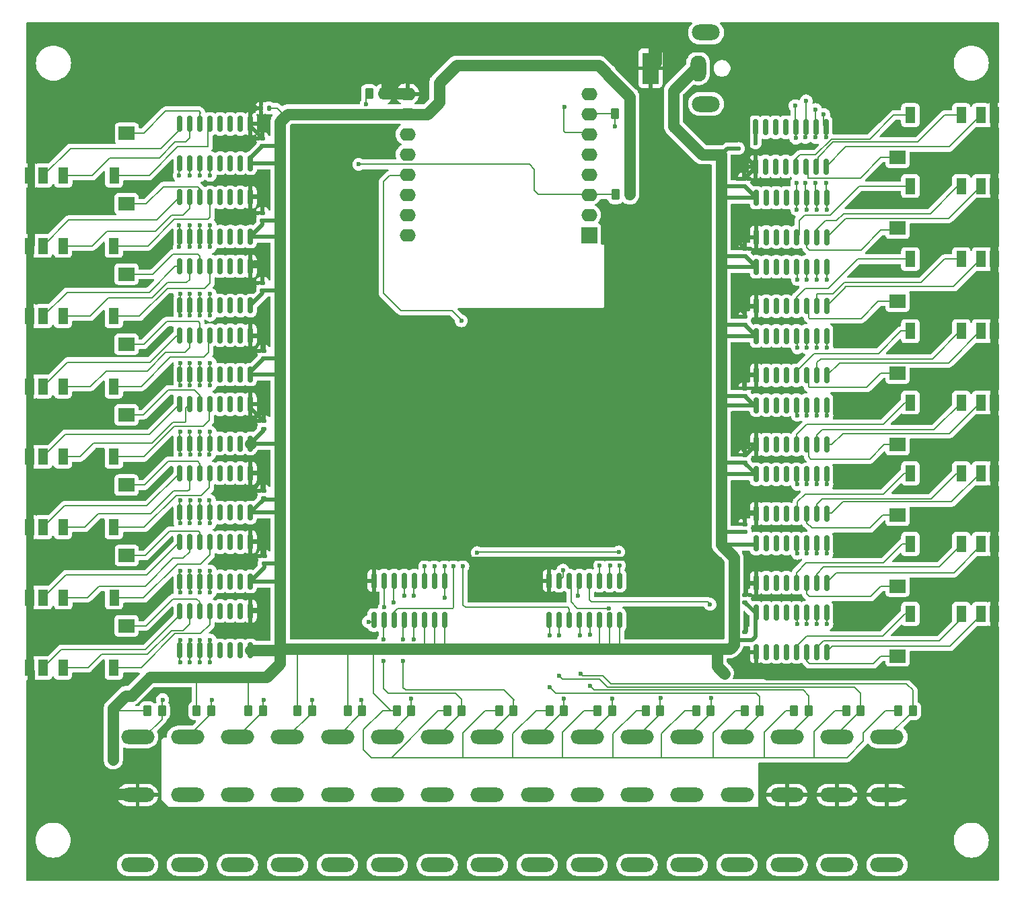
<source format=gtl>
G04 #@! TF.GenerationSoftware,KiCad,Pcbnew,8.0.5*
G04 #@! TF.CreationDate,2025-03-13T16:15:27+08:00*
G04 #@! TF.ProjectId,hardware,68617264-7761-4726-952e-6b696361645f,rev?*
G04 #@! TF.SameCoordinates,Original*
G04 #@! TF.FileFunction,Copper,L1,Top*
G04 #@! TF.FilePolarity,Positive*
%FSLAX46Y46*%
G04 Gerber Fmt 4.6, Leading zero omitted, Abs format (unit mm)*
G04 Created by KiCad (PCBNEW 8.0.5) date 2025-03-13 16:15:27*
%MOMM*%
%LPD*%
G01*
G04 APERTURE LIST*
G04 Aperture macros list*
%AMRoundRect*
0 Rectangle with rounded corners*
0 $1 Rounding radius*
0 $2 $3 $4 $5 $6 $7 $8 $9 X,Y pos of 4 corners*
0 Add a 4 corners polygon primitive as box body*
4,1,4,$2,$3,$4,$5,$6,$7,$8,$9,$2,$3,0*
0 Add four circle primitives for the rounded corners*
1,1,$1+$1,$2,$3*
1,1,$1+$1,$4,$5*
1,1,$1+$1,$6,$7*
1,1,$1+$1,$8,$9*
0 Add four rect primitives between the rounded corners*
20,1,$1+$1,$2,$3,$4,$5,0*
20,1,$1+$1,$4,$5,$6,$7,0*
20,1,$1+$1,$6,$7,$8,$9,0*
20,1,$1+$1,$8,$9,$2,$3,0*%
G04 Aperture macros list end*
G04 #@! TA.AperFunction,SMDPad,CuDef*
%ADD10R,1.300000X2.000000*%
G04 #@! TD*
G04 #@! TA.AperFunction,SMDPad,CuDef*
%ADD11R,2.000000X1.700000*%
G04 #@! TD*
G04 #@! TA.AperFunction,SMDPad,CuDef*
%ADD12RoundRect,0.150000X0.150000X-0.825000X0.150000X0.825000X-0.150000X0.825000X-0.150000X-0.825000X0*%
G04 #@! TD*
G04 #@! TA.AperFunction,SMDPad,CuDef*
%ADD13RoundRect,0.140000X-0.170000X0.140000X-0.170000X-0.140000X0.170000X-0.140000X0.170000X0.140000X0*%
G04 #@! TD*
G04 #@! TA.AperFunction,SMDPad,CuDef*
%ADD14RoundRect,0.150000X-0.150000X0.825000X-0.150000X-0.825000X0.150000X-0.825000X0.150000X0.825000X0*%
G04 #@! TD*
G04 #@! TA.AperFunction,SMDPad,CuDef*
%ADD15RoundRect,0.250000X-0.262500X-0.450000X0.262500X-0.450000X0.262500X0.450000X-0.262500X0.450000X0*%
G04 #@! TD*
G04 #@! TA.AperFunction,ComponentPad*
%ADD16R,2.000000X4.000000*%
G04 #@! TD*
G04 #@! TA.AperFunction,ComponentPad*
%ADD17O,2.000000X3.300000*%
G04 #@! TD*
G04 #@! TA.AperFunction,ComponentPad*
%ADD18O,3.500000X2.000000*%
G04 #@! TD*
G04 #@! TA.AperFunction,ComponentPad*
%ADD19R,2.000000X2.000000*%
G04 #@! TD*
G04 #@! TA.AperFunction,ComponentPad*
%ADD20O,2.000000X1.600000*%
G04 #@! TD*
G04 #@! TA.AperFunction,SMDPad,CuDef*
%ADD21RoundRect,0.250000X0.262500X0.450000X-0.262500X0.450000X-0.262500X-0.450000X0.262500X-0.450000X0*%
G04 #@! TD*
G04 #@! TA.AperFunction,SMDPad,CuDef*
%ADD22RoundRect,0.140000X-0.140000X-0.170000X0.140000X-0.170000X0.140000X0.170000X-0.140000X0.170000X0*%
G04 #@! TD*
G04 #@! TA.AperFunction,ComponentPad*
%ADD23O,4.200000X1.800000*%
G04 #@! TD*
G04 #@! TA.AperFunction,ViaPad*
%ADD24C,0.600000*%
G04 #@! TD*
G04 #@! TA.AperFunction,Conductor*
%ADD25C,0.200000*%
G04 #@! TD*
G04 #@! TA.AperFunction,Conductor*
%ADD26C,1.000000*%
G04 #@! TD*
G04 #@! TA.AperFunction,Conductor*
%ADD27C,0.900000*%
G04 #@! TD*
G04 #@! TA.AperFunction,Conductor*
%ADD28C,0.500000*%
G04 #@! TD*
G04 #@! TA.AperFunction,Conductor*
%ADD29C,1.400000*%
G04 #@! TD*
G04 #@! TA.AperFunction,Conductor*
%ADD30C,1.200000*%
G04 #@! TD*
G04 APERTURE END LIST*
D10*
G04 #@! TO.P,M16,5*
G04 #@! TO.N,BLUE16*
X278600001Y-55700000D03*
G04 #@! TO.P,M16,4*
G04 #@! TO.N,PINK16*
X276100001Y-55700000D03*
D11*
G04 #@! TO.P,M16,3,-*
G04 #@! TO.N,YELLOW16*
X268100002Y-61000000D03*
D10*
G04 #@! TO.P,M16,2*
G04 #@! TO.N,ORANGE16*
X269700001Y-55700001D03*
G04 #@! TO.P,M16,1*
G04 #@! TO.N,RED*
X280300000Y-55700000D03*
G04 #@! TD*
G04 #@! TO.P,M8,5*
G04 #@! TO.N,BLUE8*
X278600001Y-64636500D03*
G04 #@! TO.P,M8,4*
G04 #@! TO.N,PINK8*
X276100001Y-64636500D03*
D11*
G04 #@! TO.P,M8,3,-*
G04 #@! TO.N,YELLOW8*
X268100002Y-69936500D03*
D10*
G04 #@! TO.P,M8,2*
G04 #@! TO.N,ORANGE8*
X269700001Y-64636501D03*
G04 #@! TO.P,M8,1*
G04 #@! TO.N,RED*
X280300000Y-64636500D03*
G04 #@! TD*
G04 #@! TO.P,M9,1*
G04 #@! TO.N,RED*
X280300000Y-73836500D03*
G04 #@! TO.P,M9,2*
G04 #@! TO.N,ORANGE9*
X269700001Y-73836501D03*
D11*
G04 #@! TO.P,M9,3,-*
G04 #@! TO.N,YELLOW9*
X268100002Y-79136500D03*
D10*
G04 #@! TO.P,M9,4*
G04 #@! TO.N,PINK9*
X276100001Y-73836500D03*
G04 #@! TO.P,M9,5*
G04 #@! TO.N,BLUE9*
X278600001Y-73836500D03*
G04 #@! TD*
G04 #@! TO.P,M10,1*
G04 #@! TO.N,RED*
X280300000Y-82900000D03*
G04 #@! TO.P,M10,2*
G04 #@! TO.N,ORANGE10*
X269700001Y-82900001D03*
D11*
G04 #@! TO.P,M10,3,-*
G04 #@! TO.N,YELLOW10*
X268100002Y-88200000D03*
D10*
G04 #@! TO.P,M10,4*
G04 #@! TO.N,PINK10*
X276100001Y-82900000D03*
G04 #@! TO.P,M10,5*
G04 #@! TO.N,BLUE10*
X278600001Y-82900000D03*
G04 #@! TD*
G04 #@! TO.P,M11,1*
G04 #@! TO.N,RED*
X280300000Y-91900000D03*
G04 #@! TO.P,M11,2*
G04 #@! TO.N,ORANGE11*
X269700001Y-91900001D03*
D11*
G04 #@! TO.P,M11,3,-*
G04 #@! TO.N,YELLOW11*
X268100002Y-97200000D03*
D10*
G04 #@! TO.P,M11,4*
G04 #@! TO.N,PINK11*
X276100001Y-91900000D03*
G04 #@! TO.P,M11,5*
G04 #@! TO.N,BLUE11*
X278600001Y-91900000D03*
G04 #@! TD*
G04 #@! TO.P,M12,1*
G04 #@! TO.N,RED*
X280300000Y-100800000D03*
G04 #@! TO.P,M12,2*
G04 #@! TO.N,ORANGE12*
X269700001Y-100800001D03*
D11*
G04 #@! TO.P,M12,3,-*
G04 #@! TO.N,YELLOW12*
X268100002Y-106100000D03*
D10*
G04 #@! TO.P,M12,4*
G04 #@! TO.N,PINK12*
X276100001Y-100800000D03*
G04 #@! TO.P,M12,5*
G04 #@! TO.N,BLUE12*
X278600001Y-100800000D03*
G04 #@! TD*
G04 #@! TO.P,M13,1*
G04 #@! TO.N,RED*
X280300000Y-109700000D03*
G04 #@! TO.P,M13,2*
G04 #@! TO.N,ORANGE13*
X269700001Y-109700001D03*
D11*
G04 #@! TO.P,M13,3,-*
G04 #@! TO.N,YELLOW13*
X268100002Y-115000000D03*
D10*
G04 #@! TO.P,M13,4*
G04 #@! TO.N,PINK13*
X276100001Y-109700000D03*
G04 #@! TO.P,M13,5*
G04 #@! TO.N,BLUE13*
X278600001Y-109700000D03*
G04 #@! TD*
G04 #@! TO.P,M14,1*
G04 #@! TO.N,RED*
X280300000Y-118500000D03*
G04 #@! TO.P,M14,2*
G04 #@! TO.N,ORANGE14*
X269700001Y-118500001D03*
D11*
G04 #@! TO.P,M14,3,-*
G04 #@! TO.N,YELLOW14*
X268100002Y-123800000D03*
D10*
G04 #@! TO.P,M14,4*
G04 #@! TO.N,PINK14*
X276100001Y-118500000D03*
G04 #@! TO.P,M14,5*
G04 #@! TO.N,BLUE14*
X278600001Y-118500000D03*
G04 #@! TD*
G04 #@! TO.P,M7,1*
G04 #@! TO.N,RED*
X158863502Y-125300000D03*
G04 #@! TO.P,M7,2*
G04 #@! TO.N,ORANGE7*
X169463501Y-125299999D03*
D11*
G04 #@! TO.P,M7,3,-*
G04 #@! TO.N,YELLOW7*
X171063500Y-120000000D03*
D10*
G04 #@! TO.P,M7,4*
G04 #@! TO.N,PINK7*
X163063501Y-125300000D03*
G04 #@! TO.P,M7,5*
G04 #@! TO.N,BLUE7*
X160563501Y-125300000D03*
G04 #@! TD*
G04 #@! TO.P,M6,1*
G04 #@! TO.N,RED*
X158900001Y-116442853D03*
G04 #@! TO.P,M6,2*
G04 #@! TO.N,ORANGE6*
X169500000Y-116442852D03*
D11*
G04 #@! TO.P,M6,3,-*
G04 #@! TO.N,YELLOW6*
X171099999Y-111142853D03*
D10*
G04 #@! TO.P,M6,4*
G04 #@! TO.N,PINK6*
X163100000Y-116442853D03*
G04 #@! TO.P,M6,5*
G04 #@! TO.N,BLUE6*
X160600000Y-116442853D03*
G04 #@! TD*
G04 #@! TO.P,M5,1*
G04 #@! TO.N,RED*
X158863502Y-107585711D03*
G04 #@! TO.P,M5,2*
G04 #@! TO.N,ORANGE5*
X169463501Y-107585710D03*
D11*
G04 #@! TO.P,M5,3,-*
G04 #@! TO.N,YELLOW5*
X171063500Y-102285711D03*
D10*
G04 #@! TO.P,M5,4*
G04 #@! TO.N,PINK5*
X163063501Y-107585711D03*
G04 #@! TO.P,M5,5*
G04 #@! TO.N,BLUE5*
X160563501Y-107585711D03*
G04 #@! TD*
G04 #@! TO.P,M4,1*
G04 #@! TO.N,RED*
X158863502Y-98728569D03*
G04 #@! TO.P,M4,2*
G04 #@! TO.N,ORANGE4*
X169463501Y-98728568D03*
D11*
G04 #@! TO.P,M4,3,-*
G04 #@! TO.N,YELLOW4*
X171063500Y-93428569D03*
D10*
G04 #@! TO.P,M4,4*
G04 #@! TO.N,PINK4*
X163063501Y-98728569D03*
G04 #@! TO.P,M4,5*
G04 #@! TO.N,BLUE4*
X160563501Y-98728569D03*
G04 #@! TD*
G04 #@! TO.P,M3,1*
G04 #@! TO.N,RED*
X158863502Y-89871427D03*
G04 #@! TO.P,M3,2*
G04 #@! TO.N,ORANGE3*
X169463501Y-89871426D03*
D11*
G04 #@! TO.P,M3,3,-*
G04 #@! TO.N,YELLOW3*
X171063500Y-84571427D03*
D10*
G04 #@! TO.P,M3,4*
G04 #@! TO.N,PINK3*
X163063501Y-89871427D03*
G04 #@! TO.P,M3,5*
G04 #@! TO.N,BLUE3*
X160563501Y-89871427D03*
G04 #@! TD*
G04 #@! TO.P,M2,1*
G04 #@! TO.N,RED*
X158863502Y-81014285D03*
G04 #@! TO.P,M2,2*
G04 #@! TO.N,ORANGE2*
X169463501Y-81014284D03*
D11*
G04 #@! TO.P,M2,3,-*
G04 #@! TO.N,YELLOW2*
X171063500Y-75714285D03*
D10*
G04 #@! TO.P,M2,4*
G04 #@! TO.N,PINK2*
X163063501Y-81014285D03*
G04 #@! TO.P,M2,5*
G04 #@! TO.N,BLUE2*
X160563501Y-81014285D03*
G04 #@! TD*
G04 #@! TO.P,M1,1*
G04 #@! TO.N,RED*
X158863502Y-72157143D03*
G04 #@! TO.P,M1,2*
G04 #@! TO.N,ORANGE1*
X169463501Y-72157142D03*
D11*
G04 #@! TO.P,M1,3,-*
G04 #@! TO.N,YELLOW1*
X171063500Y-66857143D03*
D10*
G04 #@! TO.P,M1,4*
G04 #@! TO.N,PINK1*
X163063501Y-72157143D03*
G04 #@! TO.P,M1,5*
G04 #@! TO.N,BLUE1*
X160563501Y-72157143D03*
G04 #@! TD*
G04 #@! TO.P,M15,1*
G04 #@! TO.N,RED*
X158900000Y-63300001D03*
G04 #@! TO.P,M15,2*
G04 #@! TO.N,ORANGE15*
X169499999Y-63300000D03*
D11*
G04 #@! TO.P,M15,3,-*
G04 #@! TO.N,YELLOW15*
X171099998Y-58000001D03*
D10*
G04 #@! TO.P,M15,4*
G04 #@! TO.N,PINK15*
X163099999Y-63300001D03*
G04 #@! TO.P,M15,5*
G04 #@! TO.N,BLUE15*
X160599999Y-63300001D03*
G04 #@! TD*
D12*
G04 #@! TO.P,U8,1,I1*
G04 #@! TO.N,IN1*
X177755000Y-105733332D03*
G04 #@! TO.P,U8,2,I2*
G04 #@! TO.N,IN2*
X179025000Y-105733332D03*
G04 #@! TO.P,U8,3,I3*
G04 #@! TO.N,IN3*
X180295000Y-105733332D03*
G04 #@! TO.P,U8,4,I4*
G04 #@! TO.N,IN4*
X181565000Y-105733332D03*
G04 #@! TO.P,U8,5,I5*
G04 #@! TO.N,unconnected-(U8-I5-Pad5)*
X182835000Y-105733332D03*
G04 #@! TO.P,U8,6,I6*
G04 #@! TO.N,unconnected-(U8-I6-Pad6)*
X184105000Y-105733332D03*
G04 #@! TO.P,U8,7,I7*
G04 #@! TO.N,unconnected-(U8-I7-Pad7)*
X185375000Y-105733332D03*
G04 #@! TO.P,U8,8,GND*
G04 #@! TO.N,GND*
X186645000Y-105733332D03*
G04 #@! TO.P,U8,9,COM*
G04 #@! TO.N,RED*
X186645000Y-100783332D03*
G04 #@! TO.P,U8,10,O7*
G04 #@! TO.N,unconnected-(U8-O7-Pad10)*
X185375000Y-100783332D03*
G04 #@! TO.P,U8,11,O6*
G04 #@! TO.N,unconnected-(U8-O6-Pad11)*
X184105000Y-100783332D03*
G04 #@! TO.P,U8,12,O5*
G04 #@! TO.N,unconnected-(U8-O5-Pad12)*
X182835000Y-100783332D03*
G04 #@! TO.P,U8,13,O4*
G04 #@! TO.N,ORANGE5*
X181565000Y-100783332D03*
G04 #@! TO.P,U8,14,O3*
G04 #@! TO.N,YELLOW5*
X180295000Y-100783332D03*
G04 #@! TO.P,U8,15,O2*
G04 #@! TO.N,PINK5*
X179025000Y-100783332D03*
G04 #@! TO.P,U8,16,O1*
G04 #@! TO.N,BLUE5*
X177755000Y-100783332D03*
G04 #@! TD*
D13*
G04 #@! TO.P,C14,1*
G04 #@! TO.N,RED*
X248900000Y-120820000D03*
G04 #@! TO.P,C14,2*
G04 #@! TO.N,GND*
X248900000Y-121780000D03*
G04 #@! TD*
D14*
G04 #@! TO.P,U14,1,I1*
G04 #@! TO.N,IN1*
X259200000Y-92224999D03*
G04 #@! TO.P,U14,2,I2*
G04 #@! TO.N,IN2*
X257930000Y-92224999D03*
G04 #@! TO.P,U14,3,I3*
G04 #@! TO.N,IN3*
X256660000Y-92224999D03*
G04 #@! TO.P,U14,4,I4*
G04 #@! TO.N,IN4*
X255390000Y-92224999D03*
G04 #@! TO.P,U14,5,I5*
G04 #@! TO.N,unconnected-(U14-I5-Pad5)*
X254120000Y-92224999D03*
G04 #@! TO.P,U14,6,I6*
G04 #@! TO.N,unconnected-(U14-I6-Pad6)*
X252850000Y-92224999D03*
G04 #@! TO.P,U14,7,I7*
G04 #@! TO.N,unconnected-(U14-I7-Pad7)*
X251580000Y-92224999D03*
G04 #@! TO.P,U14,8,GND*
G04 #@! TO.N,GND*
X250310000Y-92224999D03*
G04 #@! TO.P,U14,9,COM*
G04 #@! TO.N,RED*
X250310000Y-97174999D03*
G04 #@! TO.P,U14,10,O7*
G04 #@! TO.N,unconnected-(U14-O7-Pad10)*
X251580000Y-97174999D03*
G04 #@! TO.P,U14,11,O6*
G04 #@! TO.N,unconnected-(U14-O6-Pad11)*
X252850000Y-97174999D03*
G04 #@! TO.P,U14,12,O5*
G04 #@! TO.N,unconnected-(U14-O5-Pad12)*
X254120000Y-97174999D03*
G04 #@! TO.P,U14,13,O4*
G04 #@! TO.N,ORANGE11*
X255390000Y-97174999D03*
G04 #@! TO.P,U14,14,O3*
G04 #@! TO.N,YELLOW11*
X256660000Y-97174999D03*
G04 #@! TO.P,U14,15,O2*
G04 #@! TO.N,PINK11*
X257930000Y-97174999D03*
G04 #@! TO.P,U14,16,O1*
G04 #@! TO.N,BLUE11*
X259200000Y-97174999D03*
G04 #@! TD*
D15*
G04 #@! TO.P,R12,1*
G04 #@! TO.N,GND*
X224287500Y-130700000D03*
G04 #@! TO.P,R12,2*
G04 #@! TO.N,SW9*
X226112500Y-130700000D03*
G04 #@! TD*
G04 #@! TO.P,R13,1*
G04 #@! TO.N,GND*
X230337500Y-130700000D03*
G04 #@! TO.P,R13,2*
G04 #@! TO.N,SW10*
X232162500Y-130700000D03*
G04 #@! TD*
D14*
G04 #@! TO.P,U17,1,I1*
G04 #@! TO.N,IN1*
X259200000Y-118350000D03*
G04 #@! TO.P,U17,2,I2*
G04 #@! TO.N,IN2*
X257930000Y-118350000D03*
G04 #@! TO.P,U17,3,I3*
G04 #@! TO.N,IN3*
X256660000Y-118350000D03*
G04 #@! TO.P,U17,4,I4*
G04 #@! TO.N,IN4*
X255390000Y-118350000D03*
G04 #@! TO.P,U17,5,I5*
G04 #@! TO.N,unconnected-(U17-I5-Pad5)*
X254120000Y-118350000D03*
G04 #@! TO.P,U17,6,I6*
G04 #@! TO.N,unconnected-(U17-I6-Pad6)*
X252850000Y-118350000D03*
G04 #@! TO.P,U17,7,I7*
G04 #@! TO.N,unconnected-(U17-I7-Pad7)*
X251580000Y-118350000D03*
G04 #@! TO.P,U17,8,GND*
G04 #@! TO.N,GND*
X250310000Y-118350000D03*
G04 #@! TO.P,U17,9,COM*
G04 #@! TO.N,RED*
X250310000Y-123300000D03*
G04 #@! TO.P,U17,10,O7*
G04 #@! TO.N,unconnected-(U17-O7-Pad10)*
X251580000Y-123300000D03*
G04 #@! TO.P,U17,11,O6*
G04 #@! TO.N,unconnected-(U17-O6-Pad11)*
X252850000Y-123300000D03*
G04 #@! TO.P,U17,12,O5*
G04 #@! TO.N,unconnected-(U17-O5-Pad12)*
X254120000Y-123300000D03*
G04 #@! TO.P,U17,13,O4*
G04 #@! TO.N,ORANGE14*
X255390000Y-123300000D03*
G04 #@! TO.P,U17,14,O3*
G04 #@! TO.N,YELLOW14*
X256660000Y-123300000D03*
G04 #@! TO.P,U17,15,O2*
G04 #@! TO.N,PINK14*
X257930000Y-123300000D03*
G04 #@! TO.P,U17,16,O1*
G04 #@! TO.N,BLUE14*
X259200000Y-123300000D03*
G04 #@! TD*
D15*
G04 #@! TO.P,R5,1*
G04 #@! TO.N,GND*
X179875000Y-130700000D03*
G04 #@! TO.P,R5,2*
G04 #@! TO.N,SW2*
X181700000Y-130700000D03*
G04 #@! TD*
D13*
G04 #@! TO.P,C9,1*
G04 #@! TO.N,RED*
X248900000Y-81120000D03*
G04 #@! TO.P,C9,2*
G04 #@! TO.N,GND*
X248900000Y-82080000D03*
G04 #@! TD*
D15*
G04 #@! TO.P,R19,1*
G04 #@! TO.N,GND*
X268187500Y-130700000D03*
G04 #@! TO.P,R19,2*
G04 #@! TO.N,SW16*
X270012500Y-130700000D03*
G04 #@! TD*
G04 #@! TO.P,R7,1*
G04 #@! TO.N,GND*
X192575000Y-130700000D03*
G04 #@! TO.P,R7,2*
G04 #@! TO.N,SW4*
X194400000Y-130700000D03*
G04 #@! TD*
D12*
G04 #@! TO.P,U7,1,I1*
G04 #@! TO.N,IN1*
X177755000Y-97049999D03*
G04 #@! TO.P,U7,2,I2*
G04 #@! TO.N,IN2*
X179025000Y-97049999D03*
G04 #@! TO.P,U7,3,I3*
G04 #@! TO.N,IN3*
X180295000Y-97049999D03*
G04 #@! TO.P,U7,4,I4*
G04 #@! TO.N,IN4*
X181565000Y-97049999D03*
G04 #@! TO.P,U7,5,I5*
G04 #@! TO.N,unconnected-(U7-I5-Pad5)*
X182835000Y-97049999D03*
G04 #@! TO.P,U7,6,I6*
G04 #@! TO.N,unconnected-(U7-I6-Pad6)*
X184105000Y-97049999D03*
G04 #@! TO.P,U7,7,I7*
G04 #@! TO.N,unconnected-(U7-I7-Pad7)*
X185375000Y-97049999D03*
G04 #@! TO.P,U7,8,GND*
G04 #@! TO.N,GND*
X186645000Y-97049999D03*
G04 #@! TO.P,U7,9,COM*
G04 #@! TO.N,RED*
X186645000Y-92099999D03*
G04 #@! TO.P,U7,10,O7*
G04 #@! TO.N,unconnected-(U7-O7-Pad10)*
X185375000Y-92099999D03*
G04 #@! TO.P,U7,11,O6*
G04 #@! TO.N,unconnected-(U7-O6-Pad11)*
X184105000Y-92099999D03*
G04 #@! TO.P,U7,12,O5*
G04 #@! TO.N,unconnected-(U7-O5-Pad12)*
X182835000Y-92099999D03*
G04 #@! TO.P,U7,13,O4*
G04 #@! TO.N,ORANGE4*
X181565000Y-92099999D03*
G04 #@! TO.P,U7,14,O3*
G04 #@! TO.N,YELLOW4*
X180295000Y-92099999D03*
G04 #@! TO.P,U7,15,O2*
G04 #@! TO.N,PINK4*
X179025000Y-92099999D03*
G04 #@! TO.P,U7,16,O1*
G04 #@! TO.N,BLUE4*
X177755000Y-92099999D03*
G04 #@! TD*
D13*
G04 #@! TO.P,C16,1*
G04 #@! TO.N,RED*
X248800000Y-63720000D03*
G04 #@! TO.P,C16,2*
G04 #@! TO.N,GND*
X248800000Y-64680000D03*
G04 #@! TD*
D16*
G04 #@! TO.P,J2,1*
G04 #@! TO.N,RED*
X237000000Y-49800000D03*
D17*
G04 #@! TO.P,J2,2*
G04 #@! TO.N,GND*
X243000000Y-49800000D03*
D18*
G04 #@! TO.P,J2,MP*
G04 #@! TO.N,N/C*
X244000000Y-54300000D03*
X244000000Y-45300000D03*
G04 #@! TD*
D12*
G04 #@! TO.P,U5,1,I1*
G04 #@! TO.N,IN1*
X177755000Y-79683333D03*
G04 #@! TO.P,U5,2,I2*
G04 #@! TO.N,IN2*
X179025000Y-79683333D03*
G04 #@! TO.P,U5,3,I3*
G04 #@! TO.N,IN3*
X180295000Y-79683333D03*
G04 #@! TO.P,U5,4,I4*
G04 #@! TO.N,IN4*
X181565000Y-79683333D03*
G04 #@! TO.P,U5,5,I5*
G04 #@! TO.N,unconnected-(U5-I5-Pad5)*
X182835000Y-79683333D03*
G04 #@! TO.P,U5,6,I6*
G04 #@! TO.N,unconnected-(U5-I6-Pad6)*
X184105000Y-79683333D03*
G04 #@! TO.P,U5,7,I7*
G04 #@! TO.N,unconnected-(U5-I7-Pad7)*
X185375000Y-79683333D03*
G04 #@! TO.P,U5,8,GND*
G04 #@! TO.N,GND*
X186645000Y-79683333D03*
G04 #@! TO.P,U5,9,COM*
G04 #@! TO.N,RED*
X186645000Y-74733333D03*
G04 #@! TO.P,U5,10,O7*
G04 #@! TO.N,unconnected-(U5-O7-Pad10)*
X185375000Y-74733333D03*
G04 #@! TO.P,U5,11,O6*
G04 #@! TO.N,unconnected-(U5-O6-Pad11)*
X184105000Y-74733333D03*
G04 #@! TO.P,U5,12,O5*
G04 #@! TO.N,unconnected-(U5-O5-Pad12)*
X182835000Y-74733333D03*
G04 #@! TO.P,U5,13,O4*
G04 #@! TO.N,ORANGE2*
X181565000Y-74733333D03*
G04 #@! TO.P,U5,14,O3*
G04 #@! TO.N,YELLOW2*
X180295000Y-74733333D03*
G04 #@! TO.P,U5,15,O2*
G04 #@! TO.N,PINK2*
X179025000Y-74733333D03*
G04 #@! TO.P,U5,16,O1*
G04 #@! TO.N,BLUE2*
X177755000Y-74733333D03*
G04 #@! TD*
G04 #@! TO.P,U9,1,I1*
G04 #@! TO.N,IN1*
X177755000Y-114416665D03*
G04 #@! TO.P,U9,2,I2*
G04 #@! TO.N,IN2*
X179025000Y-114416665D03*
G04 #@! TO.P,U9,3,I3*
G04 #@! TO.N,IN3*
X180295000Y-114416665D03*
G04 #@! TO.P,U9,4,I4*
G04 #@! TO.N,IN4*
X181565000Y-114416665D03*
G04 #@! TO.P,U9,5,I5*
G04 #@! TO.N,unconnected-(U9-I5-Pad5)*
X182835000Y-114416665D03*
G04 #@! TO.P,U9,6,I6*
G04 #@! TO.N,unconnected-(U9-I6-Pad6)*
X184105000Y-114416665D03*
G04 #@! TO.P,U9,7,I7*
G04 #@! TO.N,unconnected-(U9-I7-Pad7)*
X185375000Y-114416665D03*
G04 #@! TO.P,U9,8,GND*
G04 #@! TO.N,GND*
X186645000Y-114416665D03*
G04 #@! TO.P,U9,9,COM*
G04 #@! TO.N,RED*
X186645000Y-109466665D03*
G04 #@! TO.P,U9,10,O7*
G04 #@! TO.N,unconnected-(U9-O7-Pad10)*
X185375000Y-109466665D03*
G04 #@! TO.P,U9,11,O6*
G04 #@! TO.N,unconnected-(U9-O6-Pad11)*
X184105000Y-109466665D03*
G04 #@! TO.P,U9,12,O5*
G04 #@! TO.N,unconnected-(U9-O5-Pad12)*
X182835000Y-109466665D03*
G04 #@! TO.P,U9,13,O4*
G04 #@! TO.N,ORANGE6*
X181565000Y-109466665D03*
G04 #@! TO.P,U9,14,O3*
G04 #@! TO.N,YELLOW6*
X180295000Y-109466665D03*
G04 #@! TO.P,U9,15,O2*
G04 #@! TO.N,PINK6*
X179025000Y-109466665D03*
G04 #@! TO.P,U9,16,O1*
G04 #@! TO.N,BLUE6*
X177755000Y-109466665D03*
G04 #@! TD*
D13*
G04 #@! TO.P,C2,1*
G04 #@! TO.N,RED*
X188200000Y-68020000D03*
G04 #@! TO.P,C2,2*
G04 #@! TO.N,GND*
X188200000Y-68980000D03*
G04 #@! TD*
G04 #@! TO.P,C1,1*
G04 #@! TO.N,RED*
X188200000Y-58640000D03*
G04 #@! TO.P,C1,2*
G04 #@! TO.N,GND*
X188200000Y-59600000D03*
G04 #@! TD*
D12*
G04 #@! TO.P,U3,1,X4*
G04 #@! TO.N,SW13*
X224255000Y-119275000D03*
G04 #@! TO.P,U3,2,X6*
G04 #@! TO.N,SW15*
X225525000Y-119275000D03*
G04 #@! TO.P,U3,3,X*
G04 #@! TO.N,MUX2COM*
X226795000Y-119275000D03*
G04 #@! TO.P,U3,4,X7*
G04 #@! TO.N,SW16*
X228065000Y-119275000D03*
G04 #@! TO.P,U3,5,X5*
G04 #@! TO.N,SW14*
X229335000Y-119275000D03*
G04 #@! TO.P,U3,6,INH*
G04 #@! TO.N,GND*
X230605000Y-119275000D03*
G04 #@! TO.P,U3,7,VEE*
X231875000Y-119275000D03*
G04 #@! TO.P,U3,8,VSS*
X233145000Y-119275000D03*
G04 #@! TO.P,U3,9,C*
G04 #@! TO.N,C*
X233145000Y-114325000D03*
G04 #@! TO.P,U3,10,B*
G04 #@! TO.N,B*
X231875000Y-114325000D03*
G04 #@! TO.P,U3,11,A*
G04 #@! TO.N,A*
X230605000Y-114325000D03*
G04 #@! TO.P,U3,12,X3*
G04 #@! TO.N,SW12*
X229335000Y-114325000D03*
G04 #@! TO.P,U3,13,X0*
G04 #@! TO.N,SW9*
X228065000Y-114325000D03*
G04 #@! TO.P,U3,14,X1*
G04 #@! TO.N,SW10*
X226795000Y-114325000D03*
G04 #@! TO.P,U3,15,X2*
G04 #@! TO.N,SW11*
X225525000Y-114325000D03*
G04 #@! TO.P,U3,16,VDD*
G04 #@! TO.N,RED*
X224255000Y-114325000D03*
G04 #@! TD*
D13*
G04 #@! TO.P,C13,1*
G04 #@! TO.N,RED*
X248900000Y-116100000D03*
G04 #@! TO.P,C13,2*
G04 #@! TO.N,GND*
X248900000Y-117060000D03*
G04 #@! TD*
D15*
G04 #@! TO.P,R14,1*
G04 #@! TO.N,GND*
X236387500Y-130700000D03*
G04 #@! TO.P,R14,2*
G04 #@! TO.N,SW11*
X238212500Y-130700000D03*
G04 #@! TD*
G04 #@! TO.P,R16,1*
G04 #@! TO.N,GND*
X248887500Y-130700000D03*
G04 #@! TO.P,R16,2*
G04 #@! TO.N,SW13*
X250712500Y-130700000D03*
G04 #@! TD*
D19*
G04 #@! TO.P,U1,1,~{RST}*
G04 #@! TO.N,unconnected-(U1-~{RST}-Pad1)*
X229290000Y-70800000D03*
D20*
G04 #@! TO.P,U1,2,A0*
G04 #@! TO.N,unconnected-(U1-A0-Pad2)*
X229290000Y-68260000D03*
G04 #@! TO.P,U1,3,D0*
G04 #@! TO.N,A*
X229290000Y-65720000D03*
G04 #@! TO.P,U1,4,SCK/D5*
G04 #@! TO.N,IN1*
X229290000Y-63180000D03*
G04 #@! TO.P,U1,5,MISO/D6*
G04 #@! TO.N,IN2*
X229290000Y-60640000D03*
G04 #@! TO.P,U1,6,MOSI/D7*
G04 #@! TO.N,IN4*
X229290000Y-58100000D03*
G04 #@! TO.P,U1,7,CS/D8*
G04 #@! TO.N,IN3*
X229290000Y-55560000D03*
G04 #@! TO.P,U1,8,3V3*
G04 #@! TO.N,unconnected-(U1-3V3-Pad8)*
X229290000Y-53020000D03*
G04 #@! TO.P,U1,9,5V*
G04 #@! TO.N,RED*
X206430000Y-53020000D03*
G04 #@! TO.P,U1,10,GND*
G04 #@! TO.N,GND*
X206430000Y-55560000D03*
G04 #@! TO.P,U1,11,D4*
G04 #@! TO.N,B*
X206430000Y-58100000D03*
G04 #@! TO.P,U1,12,D3*
G04 #@! TO.N,C*
X206430000Y-60640000D03*
G04 #@! TO.P,U1,13,SDA/D2*
G04 #@! TO.N,MUX2COM*
X206430000Y-63180000D03*
G04 #@! TO.P,U1,14,SCL/D1*
G04 #@! TO.N,MUX1COM*
X206430000Y-65720000D03*
G04 #@! TO.P,U1,15,RX*
G04 #@! TO.N,unconnected-(U1-RX-Pad15)*
X206430000Y-68260000D03*
G04 #@! TO.P,U1,16,TX*
G04 #@! TO.N,unconnected-(U1-TX-Pad16)*
X206430000Y-70800000D03*
G04 #@! TD*
D15*
G04 #@! TO.P,R10,1*
G04 #@! TO.N,GND*
X211437500Y-130700000D03*
G04 #@! TO.P,R10,2*
G04 #@! TO.N,SW7*
X213262500Y-130700000D03*
G04 #@! TD*
G04 #@! TO.P,R9,1*
G04 #@! TO.N,GND*
X205087500Y-130700000D03*
G04 #@! TO.P,R9,2*
G04 #@! TO.N,SW6*
X206912500Y-130700000D03*
G04 #@! TD*
D21*
G04 #@! TO.P,R1,1*
G04 #@! TO.N,GND*
X234415000Y-65700000D03*
G04 #@! TO.P,R1,2*
G04 #@! TO.N,A*
X232590000Y-65700000D03*
G04 #@! TD*
D14*
G04 #@! TO.P,U16,1,I1*
G04 #@! TO.N,IN1*
X259200000Y-109641665D03*
G04 #@! TO.P,U16,2,I2*
G04 #@! TO.N,IN2*
X257930000Y-109641665D03*
G04 #@! TO.P,U16,3,I3*
G04 #@! TO.N,IN3*
X256660000Y-109641665D03*
G04 #@! TO.P,U16,4,I4*
G04 #@! TO.N,IN4*
X255390000Y-109641665D03*
G04 #@! TO.P,U16,5,I5*
G04 #@! TO.N,unconnected-(U16-I5-Pad5)*
X254120000Y-109641665D03*
G04 #@! TO.P,U16,6,I6*
G04 #@! TO.N,unconnected-(U16-I6-Pad6)*
X252850000Y-109641665D03*
G04 #@! TO.P,U16,7,I7*
G04 #@! TO.N,unconnected-(U16-I7-Pad7)*
X251580000Y-109641665D03*
G04 #@! TO.P,U16,8,GND*
G04 #@! TO.N,GND*
X250310000Y-109641665D03*
G04 #@! TO.P,U16,9,COM*
G04 #@! TO.N,RED*
X250310000Y-114591665D03*
G04 #@! TO.P,U16,10,O7*
G04 #@! TO.N,unconnected-(U16-O7-Pad10)*
X251580000Y-114591665D03*
G04 #@! TO.P,U16,11,O6*
G04 #@! TO.N,unconnected-(U16-O6-Pad11)*
X252850000Y-114591665D03*
G04 #@! TO.P,U16,12,O5*
G04 #@! TO.N,unconnected-(U16-O5-Pad12)*
X254120000Y-114591665D03*
G04 #@! TO.P,U16,13,O4*
G04 #@! TO.N,ORANGE13*
X255390000Y-114591665D03*
G04 #@! TO.P,U16,14,O3*
G04 #@! TO.N,YELLOW13*
X256660000Y-114591665D03*
G04 #@! TO.P,U16,15,O2*
G04 #@! TO.N,PINK13*
X257930000Y-114591665D03*
G04 #@! TO.P,U16,16,O1*
G04 #@! TO.N,BLUE13*
X259200000Y-114591665D03*
G04 #@! TD*
D12*
G04 #@! TO.P,U6,1,I1*
G04 #@! TO.N,IN1*
X177755000Y-88366666D03*
G04 #@! TO.P,U6,2,I2*
G04 #@! TO.N,IN2*
X179025000Y-88366666D03*
G04 #@! TO.P,U6,3,I3*
G04 #@! TO.N,IN3*
X180295000Y-88366666D03*
G04 #@! TO.P,U6,4,I4*
G04 #@! TO.N,IN4*
X181565000Y-88366666D03*
G04 #@! TO.P,U6,5,I5*
G04 #@! TO.N,unconnected-(U6-I5-Pad5)*
X182835000Y-88366666D03*
G04 #@! TO.P,U6,6,I6*
G04 #@! TO.N,unconnected-(U6-I6-Pad6)*
X184105000Y-88366666D03*
G04 #@! TO.P,U6,7,I7*
G04 #@! TO.N,unconnected-(U6-I7-Pad7)*
X185375000Y-88366666D03*
G04 #@! TO.P,U6,8,GND*
G04 #@! TO.N,GND*
X186645000Y-88366666D03*
G04 #@! TO.P,U6,9,COM*
G04 #@! TO.N,RED*
X186645000Y-83416666D03*
G04 #@! TO.P,U6,10,O7*
G04 #@! TO.N,unconnected-(U6-O7-Pad10)*
X185375000Y-83416666D03*
G04 #@! TO.P,U6,11,O6*
G04 #@! TO.N,unconnected-(U6-O6-Pad11)*
X184105000Y-83416666D03*
G04 #@! TO.P,U6,12,O5*
G04 #@! TO.N,unconnected-(U6-O5-Pad12)*
X182835000Y-83416666D03*
G04 #@! TO.P,U6,13,O4*
G04 #@! TO.N,ORANGE3*
X181565000Y-83416666D03*
G04 #@! TO.P,U6,14,O3*
G04 #@! TO.N,YELLOW3*
X180295000Y-83416666D03*
G04 #@! TO.P,U6,15,O2*
G04 #@! TO.N,PINK3*
X179025000Y-83416666D03*
G04 #@! TO.P,U6,16,O1*
G04 #@! TO.N,BLUE3*
X177755000Y-83416666D03*
G04 #@! TD*
D13*
G04 #@! TO.P,C10,1*
G04 #@! TO.N,RED*
X248900000Y-90100000D03*
G04 #@! TO.P,C10,2*
G04 #@! TO.N,GND*
X248900000Y-91060000D03*
G04 #@! TD*
G04 #@! TO.P,C8,1*
G04 #@! TO.N,RED*
X248900000Y-72520000D03*
G04 #@! TO.P,C8,2*
G04 #@! TO.N,GND*
X248900000Y-73480000D03*
G04 #@! TD*
D15*
G04 #@! TO.P,R15,1*
G04 #@! TO.N,GND*
X242737500Y-130700000D03*
G04 #@! TO.P,R15,2*
G04 #@! TO.N,SW12*
X244562500Y-130700000D03*
G04 #@! TD*
D14*
G04 #@! TO.P,U15,1,I1*
G04 #@! TO.N,IN1*
X259200000Y-100933332D03*
G04 #@! TO.P,U15,2,I2*
G04 #@! TO.N,IN2*
X257930000Y-100933332D03*
G04 #@! TO.P,U15,3,I3*
G04 #@! TO.N,IN3*
X256660000Y-100933332D03*
G04 #@! TO.P,U15,4,I4*
G04 #@! TO.N,IN4*
X255390000Y-100933332D03*
G04 #@! TO.P,U15,5,I5*
G04 #@! TO.N,unconnected-(U15-I5-Pad5)*
X254120000Y-100933332D03*
G04 #@! TO.P,U15,6,I6*
G04 #@! TO.N,unconnected-(U15-I6-Pad6)*
X252850000Y-100933332D03*
G04 #@! TO.P,U15,7,I7*
G04 #@! TO.N,unconnected-(U15-I7-Pad7)*
X251580000Y-100933332D03*
G04 #@! TO.P,U15,8,GND*
G04 #@! TO.N,GND*
X250310000Y-100933332D03*
G04 #@! TO.P,U15,9,COM*
G04 #@! TO.N,RED*
X250310000Y-105883332D03*
G04 #@! TO.P,U15,10,O7*
G04 #@! TO.N,unconnected-(U15-O7-Pad10)*
X251580000Y-105883332D03*
G04 #@! TO.P,U15,11,O6*
G04 #@! TO.N,unconnected-(U15-O6-Pad11)*
X252850000Y-105883332D03*
G04 #@! TO.P,U15,12,O5*
G04 #@! TO.N,unconnected-(U15-O5-Pad12)*
X254120000Y-105883332D03*
G04 #@! TO.P,U15,13,O4*
G04 #@! TO.N,ORANGE12*
X255390000Y-105883332D03*
G04 #@! TO.P,U15,14,O3*
G04 #@! TO.N,YELLOW12*
X256660000Y-105883332D03*
G04 #@! TO.P,U15,15,O2*
G04 #@! TO.N,PINK12*
X257930000Y-105883332D03*
G04 #@! TO.P,U15,16,O1*
G04 #@! TO.N,BLUE12*
X259200000Y-105883332D03*
G04 #@! TD*
D15*
G04 #@! TO.P,R18,1*
G04 #@! TO.N,GND*
X261637500Y-130700000D03*
G04 #@! TO.P,R18,2*
G04 #@! TO.N,SW15*
X263462500Y-130700000D03*
G04 #@! TD*
G04 #@! TO.P,R17,1*
G04 #@! TO.N,GND*
X255087500Y-130700000D03*
G04 #@! TO.P,R17,2*
G04 #@! TO.N,SW14*
X256912500Y-130700000D03*
G04 #@! TD*
D12*
G04 #@! TO.P,U4,1,I1*
G04 #@! TO.N,IN1*
X177755000Y-71000000D03*
G04 #@! TO.P,U4,2,I2*
G04 #@! TO.N,IN2*
X179025000Y-71000000D03*
G04 #@! TO.P,U4,3,I3*
G04 #@! TO.N,IN3*
X180295000Y-71000000D03*
G04 #@! TO.P,U4,4,I4*
G04 #@! TO.N,IN4*
X181565000Y-71000000D03*
G04 #@! TO.P,U4,5,I5*
G04 #@! TO.N,unconnected-(U4-I5-Pad5)*
X182835000Y-71000000D03*
G04 #@! TO.P,U4,6,I6*
G04 #@! TO.N,unconnected-(U4-I6-Pad6)*
X184105000Y-71000000D03*
G04 #@! TO.P,U4,7,I7*
G04 #@! TO.N,unconnected-(U4-I7-Pad7)*
X185375000Y-71000000D03*
G04 #@! TO.P,U4,8,GND*
G04 #@! TO.N,GND*
X186645000Y-71000000D03*
G04 #@! TO.P,U4,9,COM*
G04 #@! TO.N,RED*
X186645000Y-66050000D03*
G04 #@! TO.P,U4,10,O7*
G04 #@! TO.N,unconnected-(U4-O7-Pad10)*
X185375000Y-66050000D03*
G04 #@! TO.P,U4,11,O6*
G04 #@! TO.N,unconnected-(U4-O6-Pad11)*
X184105000Y-66050000D03*
G04 #@! TO.P,U4,12,O5*
G04 #@! TO.N,unconnected-(U4-O5-Pad12)*
X182835000Y-66050000D03*
G04 #@! TO.P,U4,13,O4*
G04 #@! TO.N,ORANGE1*
X181565000Y-66050000D03*
G04 #@! TO.P,U4,14,O3*
G04 #@! TO.N,YELLOW1*
X180295000Y-66050000D03*
G04 #@! TO.P,U4,15,O2*
G04 #@! TO.N,PINK1*
X179025000Y-66050000D03*
G04 #@! TO.P,U4,16,O1*
G04 #@! TO.N,BLUE1*
X177755000Y-66050000D03*
G04 #@! TD*
G04 #@! TO.P,U2,1,X4*
G04 #@! TO.N,SW5*
X202200000Y-119275000D03*
G04 #@! TO.P,U2,2,X6*
G04 #@! TO.N,SW7*
X203470000Y-119275000D03*
G04 #@! TO.P,U2,3,X*
G04 #@! TO.N,MUX1COM*
X204740000Y-119275000D03*
G04 #@! TO.P,U2,4,X7*
G04 #@! TO.N,SW8*
X206010000Y-119275000D03*
G04 #@! TO.P,U2,5,X5*
G04 #@! TO.N,SW6*
X207280000Y-119275000D03*
G04 #@! TO.P,U2,6,INH*
G04 #@! TO.N,GND*
X208550000Y-119275000D03*
G04 #@! TO.P,U2,7,VEE*
X209820000Y-119275000D03*
G04 #@! TO.P,U2,8,VSS*
X211090000Y-119275000D03*
G04 #@! TO.P,U2,9,C*
G04 #@! TO.N,C*
X211090000Y-114325000D03*
G04 #@! TO.P,U2,10,B*
G04 #@! TO.N,B*
X209820000Y-114325000D03*
G04 #@! TO.P,U2,11,A*
G04 #@! TO.N,A*
X208550000Y-114325000D03*
G04 #@! TO.P,U2,12,X3*
G04 #@! TO.N,SW4*
X207280000Y-114325000D03*
G04 #@! TO.P,U2,13,X0*
G04 #@! TO.N,SW1*
X206010000Y-114325000D03*
G04 #@! TO.P,U2,14,X1*
G04 #@! TO.N,SW2*
X204740000Y-114325000D03*
G04 #@! TO.P,U2,15,X2*
G04 #@! TO.N,SW3*
X203470000Y-114325000D03*
G04 #@! TO.P,U2,16,VDD*
G04 #@! TO.N,RED*
X202200000Y-114325000D03*
G04 #@! TD*
D15*
G04 #@! TO.P,R11,1*
G04 #@! TO.N,GND*
X217937500Y-130700000D03*
G04 #@! TO.P,R11,2*
G04 #@! TO.N,SW8*
X219762500Y-130700000D03*
G04 #@! TD*
D13*
G04 #@! TO.P,C3,1*
G04 #@! TO.N,RED*
X188200000Y-76820000D03*
G04 #@! TO.P,C3,2*
G04 #@! TO.N,GND*
X188200000Y-77780000D03*
G04 #@! TD*
G04 #@! TO.P,C7,1*
G04 #@! TO.N,RED*
X188400000Y-111220000D03*
G04 #@! TO.P,C7,2*
G04 #@! TO.N,GND*
X188400000Y-112180000D03*
G04 #@! TD*
D12*
G04 #@! TO.P,U18,1,I1*
G04 #@! TO.N,IN1*
X177780000Y-61750000D03*
G04 #@! TO.P,U18,2,I2*
G04 #@! TO.N,IN2*
X179050000Y-61750000D03*
G04 #@! TO.P,U18,3,I3*
G04 #@! TO.N,IN3*
X180320000Y-61750000D03*
G04 #@! TO.P,U18,4,I4*
G04 #@! TO.N,IN4*
X181590000Y-61750000D03*
G04 #@! TO.P,U18,5,I5*
G04 #@! TO.N,unconnected-(U18-I5-Pad5)*
X182860000Y-61750000D03*
G04 #@! TO.P,U18,6,I6*
G04 #@! TO.N,unconnected-(U18-I6-Pad6)*
X184130000Y-61750000D03*
G04 #@! TO.P,U18,7,I7*
G04 #@! TO.N,unconnected-(U18-I7-Pad7)*
X185400000Y-61750000D03*
G04 #@! TO.P,U18,8,GND*
G04 #@! TO.N,GND*
X186670000Y-61750000D03*
G04 #@! TO.P,U18,9,COM*
G04 #@! TO.N,RED*
X186670000Y-56800000D03*
G04 #@! TO.P,U18,10,O7*
G04 #@! TO.N,unconnected-(U18-O7-Pad10)*
X185400000Y-56800000D03*
G04 #@! TO.P,U18,11,O6*
G04 #@! TO.N,unconnected-(U18-O6-Pad11)*
X184130000Y-56800000D03*
G04 #@! TO.P,U18,12,O5*
G04 #@! TO.N,unconnected-(U18-O5-Pad12)*
X182860000Y-56800000D03*
G04 #@! TO.P,U18,13,O4*
G04 #@! TO.N,ORANGE15*
X181590000Y-56800000D03*
G04 #@! TO.P,U18,14,O3*
G04 #@! TO.N,YELLOW15*
X180320000Y-56800000D03*
G04 #@! TO.P,U18,15,O2*
G04 #@! TO.N,PINK15*
X179050000Y-56800000D03*
G04 #@! TO.P,U18,16,O1*
G04 #@! TO.N,BLUE15*
X177780000Y-56800000D03*
G04 #@! TD*
D15*
G04 #@! TO.P,R6,1*
G04 #@! TO.N,GND*
X186425000Y-130700000D03*
G04 #@! TO.P,R6,2*
G04 #@! TO.N,SW3*
X188250000Y-130700000D03*
G04 #@! TD*
D14*
G04 #@! TO.P,U13,1,I1*
G04 #@! TO.N,IN1*
X259200000Y-83516666D03*
G04 #@! TO.P,U13,2,I2*
G04 #@! TO.N,IN2*
X257930000Y-83516666D03*
G04 #@! TO.P,U13,3,I3*
G04 #@! TO.N,IN3*
X256660000Y-83516666D03*
G04 #@! TO.P,U13,4,I4*
G04 #@! TO.N,IN4*
X255390000Y-83516666D03*
G04 #@! TO.P,U13,5,I5*
G04 #@! TO.N,unconnected-(U13-I5-Pad5)*
X254120000Y-83516666D03*
G04 #@! TO.P,U13,6,I6*
G04 #@! TO.N,unconnected-(U13-I6-Pad6)*
X252850000Y-83516666D03*
G04 #@! TO.P,U13,7,I7*
G04 #@! TO.N,unconnected-(U13-I7-Pad7)*
X251580000Y-83516666D03*
G04 #@! TO.P,U13,8,GND*
G04 #@! TO.N,GND*
X250310000Y-83516666D03*
G04 #@! TO.P,U13,9,COM*
G04 #@! TO.N,RED*
X250310000Y-88466666D03*
G04 #@! TO.P,U13,10,O7*
G04 #@! TO.N,unconnected-(U13-O7-Pad10)*
X251580000Y-88466666D03*
G04 #@! TO.P,U13,11,O6*
G04 #@! TO.N,unconnected-(U13-O6-Pad11)*
X252850000Y-88466666D03*
G04 #@! TO.P,U13,12,O5*
G04 #@! TO.N,unconnected-(U13-O5-Pad12)*
X254120000Y-88466666D03*
G04 #@! TO.P,U13,13,O4*
G04 #@! TO.N,ORANGE10*
X255390000Y-88466666D03*
G04 #@! TO.P,U13,14,O3*
G04 #@! TO.N,YELLOW10*
X256660000Y-88466666D03*
G04 #@! TO.P,U13,15,O2*
G04 #@! TO.N,PINK10*
X257930000Y-88466666D03*
G04 #@! TO.P,U13,16,O1*
G04 #@! TO.N,BLUE10*
X259200000Y-88466666D03*
G04 #@! TD*
D12*
G04 #@! TO.P,U10,1,I1*
G04 #@! TO.N,IN1*
X177755000Y-123100000D03*
G04 #@! TO.P,U10,2,I2*
G04 #@! TO.N,IN2*
X179025000Y-123100000D03*
G04 #@! TO.P,U10,3,I3*
G04 #@! TO.N,IN3*
X180295000Y-123100000D03*
G04 #@! TO.P,U10,4,I4*
G04 #@! TO.N,IN4*
X181565000Y-123100000D03*
G04 #@! TO.P,U10,5,I5*
G04 #@! TO.N,unconnected-(U10-I5-Pad5)*
X182835000Y-123100000D03*
G04 #@! TO.P,U10,6,I6*
G04 #@! TO.N,unconnected-(U10-I6-Pad6)*
X184105000Y-123100000D03*
G04 #@! TO.P,U10,7,I7*
G04 #@! TO.N,unconnected-(U10-I7-Pad7)*
X185375000Y-123100000D03*
G04 #@! TO.P,U10,8,GND*
G04 #@! TO.N,GND*
X186645000Y-123100000D03*
G04 #@! TO.P,U10,9,COM*
G04 #@! TO.N,RED*
X186645000Y-118150000D03*
G04 #@! TO.P,U10,10,O7*
G04 #@! TO.N,unconnected-(U10-O7-Pad10)*
X185375000Y-118150000D03*
G04 #@! TO.P,U10,11,O6*
G04 #@! TO.N,unconnected-(U10-O6-Pad11)*
X184105000Y-118150000D03*
G04 #@! TO.P,U10,12,O5*
G04 #@! TO.N,unconnected-(U10-O5-Pad12)*
X182835000Y-118150000D03*
G04 #@! TO.P,U10,13,O4*
G04 #@! TO.N,ORANGE7*
X181565000Y-118150000D03*
G04 #@! TO.P,U10,14,O3*
G04 #@! TO.N,YELLOW7*
X180295000Y-118150000D03*
G04 #@! TO.P,U10,15,O2*
G04 #@! TO.N,PINK7*
X179025000Y-118150000D03*
G04 #@! TO.P,U10,16,O1*
G04 #@! TO.N,BLUE7*
X177755000Y-118150000D03*
G04 #@! TD*
D13*
G04 #@! TO.P,C5,1*
G04 #@! TO.N,RED*
X188300000Y-94220000D03*
G04 #@! TO.P,C5,2*
G04 #@! TO.N,GND*
X188300000Y-95180000D03*
G04 #@! TD*
G04 #@! TO.P,C11,1*
G04 #@! TO.N,RED*
X248900000Y-98520000D03*
G04 #@! TO.P,C11,2*
G04 #@! TO.N,GND*
X248900000Y-99480000D03*
G04 #@! TD*
D22*
G04 #@! TO.P,C15,1*
G04 #@! TO.N,RED*
X188020000Y-54800000D03*
G04 #@! TO.P,C15,2*
G04 #@! TO.N,GND*
X188980000Y-54800000D03*
G04 #@! TD*
D13*
G04 #@! TO.P,C4,1*
G04 #@! TO.N,RED*
X188300000Y-85400000D03*
G04 #@! TO.P,C4,2*
G04 #@! TO.N,GND*
X188300000Y-86360000D03*
G04 #@! TD*
D21*
G04 #@! TO.P,R3,1*
G04 #@! TO.N,RED*
X203412500Y-53000000D03*
G04 #@! TO.P,R3,2*
G04 #@! TO.N,B*
X201587500Y-53000000D03*
G04 #@! TD*
D15*
G04 #@! TO.P,R8,1*
G04 #@! TO.N,GND*
X198875000Y-130700000D03*
G04 #@! TO.P,R8,2*
G04 #@! TO.N,SW5*
X200700000Y-130700000D03*
G04 #@! TD*
D14*
G04 #@! TO.P,U12,1,I1*
G04 #@! TO.N,IN1*
X259200000Y-74808333D03*
G04 #@! TO.P,U12,2,I2*
G04 #@! TO.N,IN2*
X257930000Y-74808333D03*
G04 #@! TO.P,U12,3,I3*
G04 #@! TO.N,IN3*
X256660000Y-74808333D03*
G04 #@! TO.P,U12,4,I4*
G04 #@! TO.N,IN4*
X255390000Y-74808333D03*
G04 #@! TO.P,U12,5,I5*
G04 #@! TO.N,unconnected-(U12-I5-Pad5)*
X254120000Y-74808333D03*
G04 #@! TO.P,U12,6,I6*
G04 #@! TO.N,unconnected-(U12-I6-Pad6)*
X252850000Y-74808333D03*
G04 #@! TO.P,U12,7,I7*
G04 #@! TO.N,unconnected-(U12-I7-Pad7)*
X251580000Y-74808333D03*
G04 #@! TO.P,U12,8,GND*
G04 #@! TO.N,GND*
X250310000Y-74808333D03*
G04 #@! TO.P,U12,9,COM*
G04 #@! TO.N,RED*
X250310000Y-79758333D03*
G04 #@! TO.P,U12,10,O7*
G04 #@! TO.N,unconnected-(U12-O7-Pad10)*
X251580000Y-79758333D03*
G04 #@! TO.P,U12,11,O6*
G04 #@! TO.N,unconnected-(U12-O6-Pad11)*
X252850000Y-79758333D03*
G04 #@! TO.P,U12,12,O5*
G04 #@! TO.N,unconnected-(U12-O5-Pad12)*
X254120000Y-79758333D03*
G04 #@! TO.P,U12,13,O4*
G04 #@! TO.N,ORANGE9*
X255390000Y-79758333D03*
G04 #@! TO.P,U12,14,O3*
G04 #@! TO.N,YELLOW9*
X256660000Y-79758333D03*
G04 #@! TO.P,U12,15,O2*
G04 #@! TO.N,PINK9*
X257930000Y-79758333D03*
G04 #@! TO.P,U12,16,O1*
G04 #@! TO.N,BLUE9*
X259200000Y-79758333D03*
G04 #@! TD*
D21*
G04 #@! TO.P,R2,1*
G04 #@! TO.N,GND*
X234370000Y-55500000D03*
G04 #@! TO.P,R2,2*
G04 #@! TO.N,IN3*
X232545000Y-55500000D03*
G04 #@! TD*
D13*
G04 #@! TO.P,C12,1*
G04 #@! TO.N,RED*
X248900000Y-107220000D03*
G04 #@! TO.P,C12,2*
G04 #@! TO.N,GND*
X248900000Y-108180000D03*
G04 #@! TD*
D14*
G04 #@! TO.P,U11,1,I1*
G04 #@! TO.N,IN1*
X259200000Y-66100000D03*
G04 #@! TO.P,U11,2,I2*
G04 #@! TO.N,IN2*
X257930000Y-66100000D03*
G04 #@! TO.P,U11,3,I3*
G04 #@! TO.N,IN3*
X256660000Y-66100000D03*
G04 #@! TO.P,U11,4,I4*
G04 #@! TO.N,IN4*
X255390000Y-66100000D03*
G04 #@! TO.P,U11,5,I5*
G04 #@! TO.N,unconnected-(U11-I5-Pad5)*
X254120000Y-66100000D03*
G04 #@! TO.P,U11,6,I6*
G04 #@! TO.N,unconnected-(U11-I6-Pad6)*
X252850000Y-66100000D03*
G04 #@! TO.P,U11,7,I7*
G04 #@! TO.N,unconnected-(U11-I7-Pad7)*
X251580000Y-66100000D03*
G04 #@! TO.P,U11,8,GND*
G04 #@! TO.N,GND*
X250310000Y-66100000D03*
G04 #@! TO.P,U11,9,COM*
G04 #@! TO.N,RED*
X250310000Y-71050000D03*
G04 #@! TO.P,U11,10,O7*
G04 #@! TO.N,unconnected-(U11-O7-Pad10)*
X251580000Y-71050000D03*
G04 #@! TO.P,U11,11,O6*
G04 #@! TO.N,unconnected-(U11-O6-Pad11)*
X252850000Y-71050000D03*
G04 #@! TO.P,U11,12,O5*
G04 #@! TO.N,unconnected-(U11-O5-Pad12)*
X254120000Y-71050000D03*
G04 #@! TO.P,U11,13,O4*
G04 #@! TO.N,ORANGE8*
X255390000Y-71050000D03*
G04 #@! TO.P,U11,14,O3*
G04 #@! TO.N,YELLOW8*
X256660000Y-71050000D03*
G04 #@! TO.P,U11,15,O2*
G04 #@! TO.N,PINK8*
X257930000Y-71050000D03*
G04 #@! TO.P,U11,16,O1*
G04 #@! TO.N,BLUE8*
X259200000Y-71050000D03*
G04 #@! TD*
D13*
G04 #@! TO.P,C6,1*
G04 #@! TO.N,RED*
X188300000Y-103020000D03*
G04 #@! TO.P,C6,2*
G04 #@! TO.N,GND*
X188300000Y-103980000D03*
G04 #@! TD*
D14*
G04 #@! TO.P,U19,1,I1*
G04 #@! TO.N,IN1*
X259100000Y-57225000D03*
G04 #@! TO.P,U19,2,I2*
G04 #@! TO.N,IN2*
X257830000Y-57225000D03*
G04 #@! TO.P,U19,3,I3*
G04 #@! TO.N,IN3*
X256560000Y-57225000D03*
G04 #@! TO.P,U19,4,I4*
G04 #@! TO.N,IN4*
X255290000Y-57225000D03*
G04 #@! TO.P,U19,5,I5*
G04 #@! TO.N,unconnected-(U19-I5-Pad5)*
X254020000Y-57225000D03*
G04 #@! TO.P,U19,6,I6*
G04 #@! TO.N,unconnected-(U19-I6-Pad6)*
X252750000Y-57225000D03*
G04 #@! TO.P,U19,7,I7*
G04 #@! TO.N,unconnected-(U19-I7-Pad7)*
X251480000Y-57225000D03*
G04 #@! TO.P,U19,8,GND*
G04 #@! TO.N,GND*
X250210000Y-57225000D03*
G04 #@! TO.P,U19,9,COM*
G04 #@! TO.N,RED*
X250210000Y-62175000D03*
G04 #@! TO.P,U19,10,O7*
G04 #@! TO.N,unconnected-(U19-O7-Pad10)*
X251480000Y-62175000D03*
G04 #@! TO.P,U19,11,O6*
G04 #@! TO.N,unconnected-(U19-O6-Pad11)*
X252750000Y-62175000D03*
G04 #@! TO.P,U19,12,O5*
G04 #@! TO.N,unconnected-(U19-O5-Pad12)*
X254020000Y-62175000D03*
G04 #@! TO.P,U19,13,O4*
G04 #@! TO.N,ORANGE16*
X255290000Y-62175000D03*
G04 #@! TO.P,U19,14,O3*
G04 #@! TO.N,YELLOW16*
X256560000Y-62175000D03*
G04 #@! TO.P,U19,15,O2*
G04 #@! TO.N,PINK16*
X257830000Y-62175000D03*
G04 #@! TO.P,U19,16,O1*
G04 #@! TO.N,BLUE16*
X259100000Y-62175000D03*
G04 #@! TD*
D15*
G04 #@! TO.P,R4,1*
G04 #@! TO.N,GND*
X173687500Y-130700000D03*
G04 #@! TO.P,R4,2*
G04 #@! TO.N,SW1*
X175512500Y-130700000D03*
G04 #@! TD*
D23*
G04 #@! TO.P,SW6,1,A*
G04 #@! TO.N,GND*
X203893340Y-150100000D03*
G04 #@! TO.P,SW6,2,B*
G04 #@! TO.N,SW6*
X203893340Y-134000000D03*
G04 #@! TO.P,SW6,3,C*
G04 #@! TO.N,RED*
X203893340Y-141300000D03*
G04 #@! TD*
G04 #@! TO.P,SW11,1,A*
G04 #@! TO.N,GND*
X235326670Y-150100000D03*
G04 #@! TO.P,SW11,2,B*
G04 #@! TO.N,SW11*
X235326670Y-134000000D03*
G04 #@! TO.P,SW11,3,C*
G04 #@! TO.N,RED*
X235326670Y-141300000D03*
G04 #@! TD*
G04 #@! TO.P,SW12,1,A*
G04 #@! TO.N,GND*
X241613336Y-150100000D03*
G04 #@! TO.P,SW12,2,B*
G04 #@! TO.N,SW12*
X241613336Y-134000000D03*
G04 #@! TO.P,SW12,3,C*
G04 #@! TO.N,RED*
X241613336Y-141300000D03*
G04 #@! TD*
G04 #@! TO.P,SW14,1,A*
G04 #@! TO.N,GND*
X254186668Y-150100000D03*
G04 #@! TO.P,SW14,2,B*
G04 #@! TO.N,SW14*
X254186668Y-134000000D03*
G04 #@! TO.P,SW14,3,C*
G04 #@! TO.N,RED*
X254186668Y-141300000D03*
G04 #@! TD*
G04 #@! TO.P,SW7,1,A*
G04 #@! TO.N,GND*
X210180006Y-150100000D03*
G04 #@! TO.P,SW7,2,B*
G04 #@! TO.N,SW7*
X210180006Y-134000000D03*
G04 #@! TO.P,SW7,3,C*
G04 #@! TO.N,RED*
X210180006Y-141300000D03*
G04 #@! TD*
G04 #@! TO.P,SW4,1,A*
G04 #@! TO.N,GND*
X191320008Y-150100000D03*
G04 #@! TO.P,SW4,2,B*
G04 #@! TO.N,SW4*
X191320008Y-134000000D03*
G04 #@! TO.P,SW4,3,C*
G04 #@! TO.N,RED*
X191320008Y-141300000D03*
G04 #@! TD*
G04 #@! TO.P,SW15,1,A*
G04 #@! TO.N,GND*
X260473334Y-150100000D03*
G04 #@! TO.P,SW15,2,B*
G04 #@! TO.N,SW15*
X260473334Y-134000000D03*
G04 #@! TO.P,SW15,3,C*
G04 #@! TO.N,RED*
X260473334Y-141300000D03*
G04 #@! TD*
G04 #@! TO.P,SW10,1,A*
G04 #@! TO.N,GND*
X229040004Y-150100000D03*
G04 #@! TO.P,SW10,2,B*
G04 #@! TO.N,SW10*
X229040004Y-134000000D03*
G04 #@! TO.P,SW10,3,C*
G04 #@! TO.N,RED*
X229040004Y-141300000D03*
G04 #@! TD*
G04 #@! TO.P,SW8,1,A*
G04 #@! TO.N,GND*
X216466672Y-150100000D03*
G04 #@! TO.P,SW8,2,B*
G04 #@! TO.N,SW8*
X216466672Y-134000000D03*
G04 #@! TO.P,SW8,3,C*
G04 #@! TO.N,RED*
X216466672Y-141300000D03*
G04 #@! TD*
G04 #@! TO.P,SW9,1,A*
G04 #@! TO.N,GND*
X222753338Y-150100000D03*
G04 #@! TO.P,SW9,2,B*
G04 #@! TO.N,SW9*
X222753338Y-134000000D03*
G04 #@! TO.P,SW9,3,C*
G04 #@! TO.N,RED*
X222753338Y-141300000D03*
G04 #@! TD*
G04 #@! TO.P,SW16,1,A*
G04 #@! TO.N,GND*
X266760000Y-150100000D03*
G04 #@! TO.P,SW16,2,B*
G04 #@! TO.N,SW16*
X266760000Y-134000000D03*
G04 #@! TO.P,SW16,3,C*
G04 #@! TO.N,RED*
X266760000Y-141300000D03*
G04 #@! TD*
G04 #@! TO.P,SW2,1,A*
G04 #@! TO.N,GND*
X178746676Y-150100000D03*
G04 #@! TO.P,SW2,2,B*
G04 #@! TO.N,SW2*
X178746676Y-134000000D03*
G04 #@! TO.P,SW2,3,C*
G04 #@! TO.N,RED*
X178746676Y-141300000D03*
G04 #@! TD*
G04 #@! TO.P,SW5,1,A*
G04 #@! TO.N,GND*
X197606674Y-150100000D03*
G04 #@! TO.P,SW5,2,B*
G04 #@! TO.N,SW5*
X197606674Y-134000000D03*
G04 #@! TO.P,SW5,3,C*
G04 #@! TO.N,RED*
X197606674Y-141300000D03*
G04 #@! TD*
G04 #@! TO.P,SW13,1,A*
G04 #@! TO.N,GND*
X247900002Y-150100000D03*
G04 #@! TO.P,SW13,2,B*
G04 #@! TO.N,SW13*
X247900002Y-134000000D03*
G04 #@! TO.P,SW13,3,C*
G04 #@! TO.N,RED*
X247900002Y-141300000D03*
G04 #@! TD*
G04 #@! TO.P,SW1,1,A*
G04 #@! TO.N,GND*
X172460010Y-150100000D03*
G04 #@! TO.P,SW1,2,B*
G04 #@! TO.N,SW1*
X172460010Y-134000000D03*
G04 #@! TO.P,SW1,3,C*
G04 #@! TO.N,RED*
X172460010Y-141300000D03*
G04 #@! TD*
G04 #@! TO.P,SW3,1,A*
G04 #@! TO.N,GND*
X185033342Y-150100000D03*
G04 #@! TO.P,SW3,2,B*
G04 #@! TO.N,SW3*
X185033342Y-134000000D03*
G04 #@! TO.P,SW3,3,C*
G04 #@! TO.N,RED*
X185033342Y-141300000D03*
G04 #@! TD*
D24*
G04 #@! TO.N,RED*
X248000000Y-88400000D03*
X247000000Y-124600000D03*
X248000000Y-79800000D03*
X248000000Y-63700000D03*
X188200000Y-92100000D03*
X249000000Y-114700000D03*
X188200000Y-109400000D03*
X188200000Y-118000000D03*
X188200000Y-83500000D03*
X248000000Y-105700000D03*
X188200000Y-74200000D03*
X188200000Y-57200000D03*
X248000000Y-71100000D03*
X249000000Y-119000000D03*
X188200000Y-100700000D03*
X248000000Y-97100000D03*
X246100000Y-121500000D03*
X188200000Y-65900000D03*
G04 #@! TO.N,SW1*
X206000000Y-116200000D03*
X175600000Y-129300000D03*
G04 #@! TO.N,GND*
X169400000Y-136900000D03*
X246300000Y-126000000D03*
X248100000Y-59900000D03*
X250200000Y-59200000D03*
G04 #@! TO.N,SW2*
X204700000Y-117100000D03*
X181800000Y-129300000D03*
G04 #@! TO.N,SW3*
X188300000Y-129300000D03*
X203500000Y-117700000D03*
G04 #@! TO.N,SW4*
X194400000Y-129300000D03*
X207200000Y-116200000D03*
G04 #@! TO.N,SW5*
X201500000Y-119500000D03*
X200600000Y-129300000D03*
G04 #@! TO.N,SW6*
X206900000Y-129200000D03*
X207200000Y-121700000D03*
G04 #@! TO.N,SW7*
X203400000Y-121700000D03*
X203400000Y-124400000D03*
G04 #@! TO.N,SW8*
X205900000Y-124400000D03*
X205900000Y-121700000D03*
G04 #@! TO.N,SW9*
X226100000Y-129200000D03*
X227900000Y-116200000D03*
G04 #@! TO.N,SW10*
X231800000Y-117800000D03*
X232200000Y-129200000D03*
G04 #@! TO.N,SW11*
X238300000Y-129100000D03*
X226000000Y-113000000D03*
G04 #@! TO.N,SW12*
X244500000Y-117300000D03*
X244600000Y-129100000D03*
G04 #@! TO.N,SW13*
X224300000Y-127700000D03*
X224300000Y-121200000D03*
G04 #@! TO.N,SW14*
X229400000Y-127600000D03*
X229400000Y-121100000D03*
G04 #@! TO.N,SW15*
X225500000Y-121200000D03*
X225500000Y-126300000D03*
G04 #@! TO.N,SW16*
X228100000Y-121200000D03*
X228200000Y-126000000D03*
G04 #@! TO.N,C*
X233100000Y-112400000D03*
X211100000Y-112500000D03*
X211100000Y-116500000D03*
X215200000Y-110800000D03*
X233000000Y-110700000D03*
G04 #@! TO.N,MUX2COM*
X213200000Y-81600000D03*
X213400000Y-112500000D03*
G04 #@! TO.N,MUX1COM*
X212200000Y-112500000D03*
G04 #@! TO.N,IN2*
X179000000Y-69600000D03*
X179000000Y-86900000D03*
X257900000Y-102200000D03*
X257800000Y-55000000D03*
X179100000Y-98400000D03*
X179000000Y-78200000D03*
X179100000Y-115800000D03*
X179100000Y-104200000D03*
X257900000Y-85000000D03*
X257800000Y-58500000D03*
X179000000Y-89700000D03*
X257900000Y-119800000D03*
X179000000Y-113100000D03*
X179000000Y-107100000D03*
X257900000Y-67600000D03*
X179000000Y-72300000D03*
X179000000Y-95600000D03*
X257800000Y-64200000D03*
X257900000Y-76400000D03*
X257900000Y-93500000D03*
X179000000Y-80900000D03*
X179100000Y-121800000D03*
X179000000Y-124600000D03*
X257900000Y-110900000D03*
X179000000Y-63300000D03*
G04 #@! TO.N,IN4*
X255500000Y-102200000D03*
X181600000Y-107100000D03*
X181500000Y-104200000D03*
X255300000Y-58600000D03*
X181600000Y-86900000D03*
X255500000Y-76400000D03*
X255400000Y-67600000D03*
X255500000Y-93500000D03*
X181500000Y-98400000D03*
X255400000Y-64200000D03*
X226200000Y-54700000D03*
X181600000Y-121800000D03*
X181600000Y-78200000D03*
X181600000Y-69600000D03*
X181600000Y-80900000D03*
X255500000Y-119800000D03*
X255500000Y-85000000D03*
X181600000Y-89700000D03*
X255500000Y-110900000D03*
X181600000Y-72300000D03*
X181600000Y-95600000D03*
X181600000Y-63300000D03*
X181600000Y-113100000D03*
X181600000Y-115800000D03*
X181600000Y-124600000D03*
X255200000Y-54500000D03*
G04 #@! TO.N,B*
X201200000Y-54300000D03*
X231900000Y-112400000D03*
X209800000Y-112500000D03*
G04 #@! TO.N,IN1*
X177700000Y-69600000D03*
X177700000Y-63300000D03*
X177800000Y-107100000D03*
X259200000Y-85000000D03*
X259200000Y-93500000D03*
X177800000Y-104200000D03*
X259200000Y-76400000D03*
X177800000Y-113100000D03*
X177800000Y-78200000D03*
X177800000Y-80900000D03*
X258800000Y-55600000D03*
X177800000Y-98400000D03*
X177800000Y-95600000D03*
X259200000Y-119800000D03*
X177800000Y-86900000D03*
X177800000Y-89700000D03*
X177800000Y-124600000D03*
X259100000Y-58500000D03*
X177800000Y-115800000D03*
X259200000Y-67600000D03*
X259100000Y-64200000D03*
X259200000Y-102200000D03*
X259200000Y-110900000D03*
X177800000Y-121800000D03*
X177700000Y-72300000D03*
G04 #@! TO.N,IN3*
X180300000Y-107100000D03*
X256700000Y-85000000D03*
X256500000Y-58500000D03*
X180300000Y-89700000D03*
X180300000Y-72300000D03*
X256700000Y-110900000D03*
X180300000Y-95600000D03*
X256700000Y-119800000D03*
X180300000Y-113100000D03*
X232500000Y-57100000D03*
X256500000Y-64200000D03*
X256700000Y-102200000D03*
X256700000Y-93500000D03*
X180300000Y-63300000D03*
X180300000Y-80900000D03*
X180300000Y-124600000D03*
X180300000Y-78200000D03*
X180300000Y-98400000D03*
X180300000Y-69600000D03*
X180300000Y-104200000D03*
X180300000Y-86900000D03*
X256700000Y-67600000D03*
X256600000Y-53900000D03*
X256700000Y-76400000D03*
X180300000Y-115800000D03*
X180300000Y-121800000D03*
G04 #@! TO.N,A*
X208600000Y-112500000D03*
X200300000Y-61900000D03*
X230600000Y-112400000D03*
G04 #@! TD*
D25*
G04 #@! TO.N,BLUE14*
X259200000Y-123300000D02*
X259900000Y-122600000D01*
X259900000Y-122600000D02*
X274700000Y-122600000D01*
X274700000Y-122600000D02*
X278600001Y-118699999D01*
X278600001Y-118699999D02*
X278600001Y-118500000D01*
G04 #@! TO.N,PINK14*
X257930000Y-123300000D02*
X257930000Y-122770000D01*
X257930000Y-122770000D02*
X258800000Y-121900000D01*
X273300000Y-121900000D02*
X276100001Y-119099999D01*
X276100001Y-119099999D02*
X276100001Y-118500000D01*
X258800000Y-121900000D02*
X273300000Y-121900000D01*
G04 #@! TO.N,ORANGE14*
X255390000Y-123300000D02*
X255390000Y-122610000D01*
X256700000Y-121300000D02*
X266200000Y-121300000D01*
X266200000Y-121300000D02*
X268999999Y-118500001D01*
X255390000Y-122610000D02*
X256700000Y-121300000D01*
X268999999Y-118500001D02*
X269700001Y-118500001D01*
G04 #@! TO.N,YELLOW14*
X266000002Y-123800000D02*
X268100002Y-123800000D01*
G04 #@! TO.N,YELLOW13*
X256660000Y-114591665D02*
X256660000Y-115960000D01*
X256660000Y-115960000D02*
X257000000Y-116300000D01*
X257000000Y-116300000D02*
X264700000Y-116300000D01*
X264700000Y-116300000D02*
X266000000Y-115000000D01*
X266000000Y-115000000D02*
X268100002Y-115000000D01*
G04 #@! TO.N,ORANGE13*
X255390000Y-114591665D02*
X255390000Y-113310000D01*
X255390000Y-113310000D02*
X256600000Y-112100000D01*
X256600000Y-112100000D02*
X266300000Y-112100000D01*
X266300000Y-112100000D02*
X268699999Y-109700001D01*
X268699999Y-109700001D02*
X269700001Y-109700001D01*
G04 #@! TO.N,PINK13*
X257930000Y-114591665D02*
X257930000Y-113470000D01*
X258800000Y-112600000D02*
X273300000Y-112600000D01*
X257930000Y-113470000D02*
X258800000Y-112600000D01*
X273300000Y-112600000D02*
X276100001Y-109799999D01*
X276100001Y-109799999D02*
X276100001Y-109700000D01*
G04 #@! TO.N,BLUE13*
X259200000Y-114591665D02*
X259200000Y-114500000D01*
X259200000Y-114500000D02*
X260400000Y-113300000D01*
X260400000Y-113300000D02*
X275200000Y-113300000D01*
X278600001Y-109899999D02*
X278600001Y-109700000D01*
X275200000Y-113300000D02*
X278600001Y-109899999D01*
G04 #@! TO.N,BLUE12*
X261200000Y-104400000D02*
X274900000Y-104400000D01*
X274900000Y-104400000D02*
X278500000Y-100800000D01*
X259283332Y-105800000D02*
X259800000Y-105800000D01*
X259800000Y-105800000D02*
X261200000Y-104400000D01*
X259200000Y-105883332D02*
X259283332Y-105800000D01*
X278500000Y-100800000D02*
X278600001Y-100800000D01*
G04 #@! TO.N,PINK12*
X257930000Y-105883332D02*
X257900000Y-105853332D01*
X258500000Y-104000000D02*
X272300000Y-104000000D01*
X257900000Y-105853332D02*
X257900000Y-104700000D01*
X257900000Y-104700000D02*
X258500000Y-104100000D01*
X258500000Y-104100000D02*
X258500000Y-104000000D01*
X272300000Y-104000000D02*
X275500000Y-100800000D01*
X275500000Y-100800000D02*
X276100001Y-100800000D01*
G04 #@! TO.N,ORANGE12*
X255390000Y-105883332D02*
X255500000Y-105773332D01*
X255500000Y-105773332D02*
X255500000Y-104400000D01*
X255500000Y-104400000D02*
X256500000Y-103400000D01*
X256500000Y-103400000D02*
X266300000Y-103400000D01*
X266300000Y-103400000D02*
X268899999Y-100800001D01*
X268899999Y-100800001D02*
X269700001Y-100800001D01*
G04 #@! TO.N,YELLOW12*
X256660000Y-105883332D02*
X256660000Y-107060000D01*
X264600000Y-107700000D02*
X266200000Y-106100000D01*
X266200000Y-106100000D02*
X268100002Y-106100000D01*
X256660000Y-107060000D02*
X257300000Y-107700000D01*
X257300000Y-107700000D02*
X264600000Y-107700000D01*
G04 #@! TO.N,BLUE11*
X259200000Y-97174999D02*
X259825001Y-97174999D01*
X259825001Y-97174999D02*
X261200000Y-95800000D01*
X274600000Y-95800000D02*
X278500000Y-91900000D01*
X261200000Y-95800000D02*
X274600000Y-95800000D01*
X278500000Y-91900000D02*
X278600001Y-91900000D01*
G04 #@! TO.N,PINK11*
X257930000Y-97174999D02*
X257930000Y-95970000D01*
X257930000Y-95970000D02*
X258600000Y-95300000D01*
X258600000Y-95300000D02*
X272700000Y-95300000D01*
X272700000Y-95300000D02*
X276100000Y-91900000D01*
X276100000Y-91900000D02*
X276100001Y-91900000D01*
G04 #@! TO.N,ORANGE11*
X255390000Y-97174999D02*
X255390000Y-95910000D01*
X256700000Y-94600000D02*
X266300000Y-94600000D01*
X266300000Y-94600000D02*
X268999999Y-91900001D01*
X255390000Y-95910000D02*
X256700000Y-94600000D01*
X268999999Y-91900001D02*
X269700001Y-91900001D01*
G04 #@! TO.N,YELLOW11*
X256660000Y-97174999D02*
X256900000Y-97414999D01*
X257200000Y-99000000D02*
X264600000Y-99000000D01*
X256900000Y-97414999D02*
X256900000Y-98700000D01*
X256900000Y-98700000D02*
X257200000Y-99000000D01*
X264600000Y-99000000D02*
X266400000Y-97200000D01*
X266400000Y-97200000D02*
X268100002Y-97200000D01*
G04 #@! TO.N,YELLOW10*
X266000002Y-88200000D02*
X268100002Y-88200000D01*
G04 #@! TO.N,ORANGE10*
X255390000Y-88466666D02*
X255390000Y-87910000D01*
X255390000Y-87910000D02*
X257600000Y-85700000D01*
X257600000Y-85700000D02*
X265700000Y-85700000D01*
X268499999Y-82900001D02*
X269700001Y-82900001D01*
X265700000Y-85700000D02*
X268499999Y-82900001D01*
G04 #@! TO.N,PINK10*
X257930000Y-88466666D02*
X257930000Y-86870000D01*
X257930000Y-86870000D02*
X258400000Y-86400000D01*
X258400000Y-86400000D02*
X272500000Y-86400000D01*
X272500000Y-86400000D02*
X276000000Y-82900000D01*
X276000000Y-82900000D02*
X276100001Y-82900000D01*
G04 #@! TO.N,BLUE10*
X259200000Y-88466666D02*
X260766666Y-86900000D01*
X260766666Y-86900000D02*
X274500000Y-86900000D01*
X274500000Y-86900000D02*
X278500000Y-82900000D01*
X278500000Y-82900000D02*
X278600001Y-82900000D01*
G04 #@! TO.N,ORANGE9*
X255390000Y-79758333D02*
X255390000Y-78610000D01*
X255390000Y-78610000D02*
X256500000Y-77500000D01*
X263063499Y-73836501D02*
X269700001Y-73836501D01*
X256500000Y-77500000D02*
X259400000Y-77500000D01*
X259400000Y-77500000D02*
X263063499Y-73836501D01*
G04 #@! TO.N,YELLOW9*
X256660000Y-79758333D02*
X256900000Y-79998333D01*
X256900000Y-79998333D02*
X256900000Y-81200000D01*
X257000000Y-81300000D02*
X263500000Y-81300000D01*
X256900000Y-81200000D02*
X257000000Y-81300000D01*
X263500000Y-81300000D02*
X265663500Y-79136500D01*
X265663500Y-79136500D02*
X268100002Y-79136500D01*
G04 #@! TO.N,BLUE9*
X259200000Y-79758333D02*
X261500000Y-77458333D01*
X275136501Y-77300000D02*
X278600001Y-73836500D01*
X261500000Y-77458333D02*
X261500000Y-77300000D01*
X261500000Y-77300000D02*
X275136501Y-77300000D01*
G04 #@! TO.N,PINK9*
X274000001Y-73836500D02*
X276100001Y-73836500D01*
G04 #@! TO.N,YELLOW8*
X266000002Y-70199998D02*
X267836504Y-70199998D01*
X267836504Y-70199998D02*
X268100002Y-69936500D01*
G04 #@! TO.N,ORANGE8*
X255390000Y-71050000D02*
X255700000Y-70740000D01*
X256400000Y-68300000D02*
X259600000Y-68300000D01*
X255700000Y-70740000D02*
X255700000Y-69000000D01*
X259600000Y-68300000D02*
X263263499Y-64636501D01*
X255700000Y-69000000D02*
X256400000Y-68300000D01*
X263263499Y-64636501D02*
X269700001Y-64636501D01*
G04 #@! TO.N,PINK8*
X257930000Y-71050000D02*
X257930000Y-70070000D01*
X257930000Y-70070000D02*
X259000000Y-69000000D01*
X259000000Y-69000000D02*
X260400000Y-69000000D01*
X260400000Y-69000000D02*
X261300000Y-68100000D01*
X261300000Y-68100000D02*
X272200000Y-68100000D01*
X275663500Y-64636500D02*
X276100001Y-64636500D01*
X272200000Y-68100000D02*
X275663500Y-64636500D01*
G04 #@! TO.N,BLUE8*
X259200000Y-71050000D02*
X261550000Y-68700000D01*
X261550000Y-68700000D02*
X274536501Y-68700000D01*
X274536501Y-68700000D02*
X278600001Y-64636500D01*
G04 #@! TO.N,BLUE16*
X259100000Y-62175000D02*
X261575000Y-59700000D01*
X274600001Y-59700000D02*
X278600001Y-55700000D01*
X261575000Y-59700000D02*
X274600001Y-59700000D01*
G04 #@! TO.N,PINK16*
X274000001Y-55700000D02*
X276100001Y-55700000D01*
G04 #@! TO.N,YELLOW16*
X266000002Y-61000000D02*
X268100002Y-61000000D01*
G04 #@! TO.N,ORANGE16*
X264600002Y-58700000D02*
X267600002Y-55700000D01*
X269700000Y-55700000D02*
X269700001Y-55700001D01*
X267600002Y-55700000D02*
X269700000Y-55700000D01*
D26*
G04 #@! TO.N,RED*
X280300000Y-118500000D02*
X280300000Y-126240000D01*
X280300000Y-126240000D02*
X280140000Y-126400000D01*
X280300000Y-109700000D02*
X280300000Y-118500000D01*
X280300000Y-100800000D02*
X280300000Y-109700000D01*
X280300000Y-91900000D02*
X280300000Y-100800000D01*
X280300000Y-82900000D02*
X280300000Y-91900000D01*
X280300000Y-73836500D02*
X280300000Y-82900000D01*
X280300000Y-64636500D02*
X280300000Y-73836500D01*
X280300000Y-55700000D02*
X280300000Y-64636500D01*
X280200000Y-53800000D02*
X280200000Y-55600000D01*
X280200000Y-55600000D02*
X280300000Y-55700000D01*
D25*
G04 #@! TO.N,IN4*
X181565000Y-97049999D02*
X181565000Y-95635000D01*
X181565000Y-95635000D02*
X181600000Y-95600000D01*
G04 #@! TO.N,IN3*
X180295000Y-97049999D02*
X180295000Y-95605000D01*
X180295000Y-95605000D02*
X180300000Y-95600000D01*
G04 #@! TO.N,IN2*
X179025000Y-97049999D02*
X179025000Y-95625000D01*
X179025000Y-95625000D02*
X179000000Y-95600000D01*
G04 #@! TO.N,IN1*
X177755000Y-97049999D02*
X177755000Y-95645000D01*
X177755000Y-95645000D02*
X177800000Y-95600000D01*
X177800000Y-98400000D02*
X177800000Y-97094999D01*
X177800000Y-97094999D02*
X177755000Y-97049999D01*
G04 #@! TO.N,IN2*
X179100000Y-98400000D02*
X179100000Y-97124999D01*
X179100000Y-97124999D02*
X179025000Y-97049999D01*
G04 #@! TO.N,IN3*
X180300000Y-98400000D02*
X180300000Y-97054999D01*
X180300000Y-97054999D02*
X180295000Y-97049999D01*
G04 #@! TO.N,IN4*
X181500000Y-98400000D02*
X181500000Y-97114999D01*
X181500000Y-97114999D02*
X181565000Y-97049999D01*
X181565000Y-105733332D02*
X181565000Y-104265000D01*
X181565000Y-104265000D02*
X181500000Y-104200000D01*
G04 #@! TO.N,IN3*
X180295000Y-105733332D02*
X180295000Y-104205000D01*
X180295000Y-104205000D02*
X180300000Y-104200000D01*
G04 #@! TO.N,IN2*
X179025000Y-105733332D02*
X179025000Y-104275000D01*
X179025000Y-104275000D02*
X179100000Y-104200000D01*
G04 #@! TO.N,IN1*
X177755000Y-105733332D02*
X177755000Y-104245000D01*
X177755000Y-104245000D02*
X177800000Y-104200000D01*
X177800000Y-107100000D02*
X177800000Y-105778332D01*
X177800000Y-105778332D02*
X177755000Y-105733332D01*
G04 #@! TO.N,IN2*
X179000000Y-107100000D02*
X179000000Y-105758332D01*
X179000000Y-105758332D02*
X179025000Y-105733332D01*
G04 #@! TO.N,IN3*
X180300000Y-107100000D02*
X180300000Y-105738332D01*
X180300000Y-105738332D02*
X180295000Y-105733332D01*
G04 #@! TO.N,IN4*
X181600000Y-107100000D02*
X181600000Y-105768332D01*
X181600000Y-105768332D02*
X181565000Y-105733332D01*
G04 #@! TO.N,IN1*
X177755000Y-114416665D02*
X177755000Y-113145000D01*
X177755000Y-113145000D02*
X177800000Y-113100000D01*
G04 #@! TO.N,IN2*
X179025000Y-114416665D02*
X179025000Y-113125000D01*
X179025000Y-113125000D02*
X179000000Y-113100000D01*
G04 #@! TO.N,IN3*
X180295000Y-114416665D02*
X180295000Y-113105000D01*
X180295000Y-113105000D02*
X180300000Y-113100000D01*
G04 #@! TO.N,IN4*
X181565000Y-114416665D02*
X181565000Y-113135000D01*
X181565000Y-113135000D02*
X181600000Y-113100000D01*
X181600000Y-115800000D02*
X181600000Y-114451665D01*
X181600000Y-114451665D02*
X181565000Y-114416665D01*
G04 #@! TO.N,IN3*
X180300000Y-115800000D02*
X180300000Y-114421665D01*
X180300000Y-114421665D02*
X180295000Y-114416665D01*
G04 #@! TO.N,IN2*
X179100000Y-115800000D02*
X179100000Y-114491665D01*
X179100000Y-114491665D02*
X179025000Y-114416665D01*
G04 #@! TO.N,IN1*
X177800000Y-115800000D02*
X177800000Y-114461665D01*
X177800000Y-114461665D02*
X177755000Y-114416665D01*
X177755000Y-123100000D02*
X177755000Y-121845000D01*
X177755000Y-121845000D02*
X177800000Y-121800000D01*
G04 #@! TO.N,IN2*
X179025000Y-123100000D02*
X179025000Y-121875000D01*
X179025000Y-121875000D02*
X179100000Y-121800000D01*
G04 #@! TO.N,IN3*
X180295000Y-123100000D02*
X180295000Y-121805000D01*
X180295000Y-121805000D02*
X180300000Y-121800000D01*
G04 #@! TO.N,IN4*
X181565000Y-123100000D02*
X181600000Y-123065000D01*
X181600000Y-123065000D02*
X181600000Y-121800000D01*
G04 #@! TO.N,BLUE7*
X177755000Y-118150000D02*
X177755000Y-118645000D01*
X177755000Y-118645000D02*
X173400000Y-123000000D01*
X173400000Y-123000000D02*
X162863501Y-123000000D01*
X162863501Y-123000000D02*
X160563501Y-125300000D01*
G04 #@! TO.N,PINK7*
X179025000Y-118150000D02*
X179025000Y-119775000D01*
X179025000Y-119775000D02*
X178200000Y-120600000D01*
X176700000Y-120600000D02*
X173700000Y-123600000D01*
X173700000Y-123600000D02*
X167900000Y-123600000D01*
X178200000Y-120600000D02*
X176700000Y-120600000D01*
X167900000Y-123600000D02*
X166200000Y-125300000D01*
X166200000Y-125300000D02*
X163063501Y-125300000D01*
G04 #@! TO.N,ORANGE7*
X171600000Y-125299999D02*
X169463501Y-125299999D01*
X171600000Y-125299999D02*
X171600001Y-125300000D01*
X171600001Y-125300000D02*
X172900000Y-125300000D01*
X172900000Y-125300000D02*
X177200000Y-121000000D01*
X177200000Y-121000000D02*
X180400000Y-121000000D01*
X180400000Y-121000000D02*
X181565000Y-119835000D01*
X181565000Y-119835000D02*
X181565000Y-118150000D01*
G04 #@! TO.N,YELLOW7*
X180295000Y-118150000D02*
X180295000Y-116995000D01*
X176900000Y-116600000D02*
X173500000Y-120000000D01*
X173500000Y-120000000D02*
X171063500Y-120000000D01*
X180295000Y-116995000D02*
X179900000Y-116600000D01*
X179900000Y-116600000D02*
X176900000Y-116600000D01*
G04 #@! TO.N,BLUE6*
X177755000Y-109466665D02*
X173621665Y-113600000D01*
X173621665Y-113600000D02*
X163442853Y-113600000D01*
X163442853Y-113600000D02*
X160600000Y-116442853D01*
G04 #@! TO.N,PINK6*
X179025000Y-109466665D02*
X179025000Y-110675000D01*
X178200000Y-111500000D02*
X176900000Y-111500000D01*
X176900000Y-111500000D02*
X173400000Y-115000000D01*
X166157147Y-116442853D02*
X163100000Y-116442853D01*
X173400000Y-115000000D02*
X167600000Y-115000000D01*
X179025000Y-110675000D02*
X178200000Y-111500000D01*
X167600000Y-115000000D02*
X166157147Y-116442853D01*
G04 #@! TO.N,ORANGE6*
X181565000Y-109466665D02*
X181565000Y-111035000D01*
X180400000Y-112200000D02*
X177500000Y-112200000D01*
X181565000Y-111035000D02*
X180400000Y-112200000D01*
X177500000Y-112200000D02*
X173200000Y-116500000D01*
X173200000Y-116500000D02*
X169557148Y-116500000D01*
X169557148Y-116500000D02*
X169500000Y-116442852D01*
G04 #@! TO.N,YELLOW6*
X180295000Y-109466665D02*
X180295000Y-108295000D01*
X180295000Y-108295000D02*
X180100000Y-108100000D01*
X180100000Y-108100000D02*
X176500000Y-108100000D01*
X176500000Y-108100000D02*
X173457147Y-111142853D01*
X173457147Y-111142853D02*
X171099999Y-111142853D01*
G04 #@! TO.N,BLUE5*
X177755000Y-100783332D02*
X173638332Y-104900000D01*
X173638332Y-104900000D02*
X163249212Y-104900000D01*
X163249212Y-104900000D02*
X160563501Y-107585711D01*
G04 #@! TO.N,PINK5*
X179025000Y-100783332D02*
X179000000Y-100808332D01*
X174100000Y-105900000D02*
X167500000Y-105900000D01*
X178800000Y-103000000D02*
X177000000Y-103000000D01*
X179000000Y-102800000D02*
X178800000Y-103000000D01*
X167500000Y-105900000D02*
X165814289Y-107585711D01*
X177000000Y-103000000D02*
X174100000Y-105900000D01*
X179000000Y-100808332D02*
X179000000Y-102800000D01*
X165814289Y-107585711D02*
X163063501Y-107585711D01*
G04 #@! TO.N,ORANGE5*
X181565000Y-100783332D02*
X181500000Y-100848332D01*
X181500000Y-100848332D02*
X181500000Y-102600000D01*
X181500000Y-102600000D02*
X180500000Y-103600000D01*
X180500000Y-103600000D02*
X177300000Y-103600000D01*
X173285710Y-107585710D02*
X169463501Y-107585710D01*
X177300000Y-103600000D02*
X173300000Y-107600000D01*
X173300000Y-107600000D02*
X173285710Y-107585710D01*
G04 #@! TO.N,YELLOW5*
X180295000Y-100783332D02*
X180295000Y-99605000D01*
X180295000Y-99605000D02*
X180300000Y-99600000D01*
X176300000Y-99300000D02*
X173314289Y-102285711D01*
X180300000Y-99600000D02*
X180000000Y-99300000D01*
X180000000Y-99300000D02*
X176300000Y-99300000D01*
X173314289Y-102285711D02*
X171063500Y-102285711D01*
G04 #@! TO.N,BLUE4*
X177755000Y-92099999D02*
X173954999Y-95900000D01*
X163392070Y-95900000D02*
X160563501Y-98728569D01*
X173954999Y-95900000D02*
X163392070Y-95900000D01*
G04 #@! TO.N,PINK4*
X165200000Y-98728569D02*
X163063501Y-98728569D01*
G04 #@! TO.N,ORANGE4*
X181565000Y-92099999D02*
X181500000Y-92164999D01*
X173271432Y-98728568D02*
X169463501Y-98728568D01*
X181500000Y-92164999D02*
X181500000Y-94100000D01*
X180700000Y-94900000D02*
X177100000Y-94900000D01*
X181500000Y-94100000D02*
X180700000Y-94900000D01*
X177100000Y-94900000D02*
X173271432Y-98728568D01*
G04 #@! TO.N,YELLOW4*
X173199999Y-93428569D02*
X171063500Y-93428569D01*
G04 #@! TO.N,PINK3*
X179025000Y-83416666D02*
X179025000Y-84975000D01*
X178400000Y-85600000D02*
X176000000Y-85600000D01*
X173700000Y-87900000D02*
X168500000Y-87900000D01*
X179025000Y-84975000D02*
X178400000Y-85600000D01*
X168500000Y-87900000D02*
X166528573Y-89871427D01*
X176000000Y-85600000D02*
X173700000Y-87900000D01*
X166528573Y-89871427D02*
X163063501Y-89871427D01*
G04 #@! TO.N,BLUE3*
X177755000Y-83416666D02*
X177383334Y-83416666D01*
X177383334Y-83416666D02*
X174000000Y-86800000D01*
X174000000Y-86800000D02*
X163634928Y-86800000D01*
X163634928Y-86800000D02*
X160563501Y-89871427D01*
G04 #@! TO.N,ORANGE3*
X181565000Y-83416666D02*
X181400000Y-83581666D01*
X181400000Y-85600000D02*
X180800000Y-86200000D01*
X181400000Y-83581666D02*
X181400000Y-85600000D01*
X180800000Y-86200000D02*
X176600000Y-86200000D01*
X176600000Y-86200000D02*
X172928574Y-89871426D01*
X172928574Y-89871426D02*
X169463501Y-89871426D01*
G04 #@! TO.N,YELLOW3*
X173228573Y-84571427D02*
X171063500Y-84571427D01*
G04 #@! TO.N,BLUE2*
X177755000Y-74733333D02*
X177166667Y-74733333D01*
X177166667Y-74733333D02*
X173900000Y-78000000D01*
X173900000Y-78000000D02*
X163577786Y-78000000D01*
X163577786Y-78000000D02*
X160563501Y-81014285D01*
G04 #@! TO.N,PINK2*
X179025000Y-74733333D02*
X179000000Y-74758333D01*
X179000000Y-74758333D02*
X179000000Y-76400000D01*
X166485715Y-81014285D02*
X163063501Y-81014285D01*
X179000000Y-76400000D02*
X178600000Y-76800000D01*
X176200000Y-76800000D02*
X174300000Y-78700000D01*
X168800000Y-78700000D02*
X166485715Y-81014285D01*
X178600000Y-76800000D02*
X176200000Y-76800000D01*
X174300000Y-78700000D02*
X168800000Y-78700000D01*
G04 #@! TO.N,ORANGE2*
X181565000Y-74733333D02*
X181565000Y-76835000D01*
X172685716Y-81014284D02*
X169463501Y-81014284D01*
X181565000Y-76835000D02*
X180900000Y-77500000D01*
X176200000Y-77500000D02*
X172685716Y-81014284D01*
X180900000Y-77500000D02*
X176200000Y-77500000D01*
G04 #@! TO.N,YELLOW2*
X180295000Y-74733333D02*
X180295000Y-73505000D01*
X176900000Y-73200000D02*
X174385715Y-75714285D01*
X180295000Y-73505000D02*
X180300000Y-73500000D01*
X180300000Y-73500000D02*
X180000000Y-73200000D01*
X180000000Y-73200000D02*
X176900000Y-73200000D01*
X174385715Y-75714285D02*
X171063500Y-75714285D01*
G04 #@! TO.N,PINK1*
X179025000Y-66050000D02*
X179025000Y-67475000D01*
X179025000Y-67475000D02*
X178200000Y-68300000D01*
X168600000Y-70300000D02*
X166742857Y-72157143D01*
X178200000Y-68300000D02*
X176700000Y-68300000D01*
X176700000Y-68300000D02*
X174700000Y-70300000D01*
X174700000Y-70300000D02*
X168600000Y-70300000D01*
X166742857Y-72157143D02*
X163063501Y-72157143D01*
G04 #@! TO.N,BLUE1*
X177755000Y-66050000D02*
X174905000Y-68900000D01*
X174905000Y-68900000D02*
X163820644Y-68900000D01*
X163820644Y-68900000D02*
X160563501Y-72157143D01*
G04 #@! TO.N,ORANGE1*
X181565000Y-66050000D02*
X181565000Y-68535000D01*
X177100000Y-68800000D02*
X173742858Y-72157142D01*
X181565000Y-68535000D02*
X181300000Y-68800000D01*
X173742858Y-72157142D02*
X169463501Y-72157142D01*
X181300000Y-68800000D02*
X177100000Y-68800000D01*
G04 #@! TO.N,YELLOW1*
X180295000Y-66050000D02*
X180295000Y-64995000D01*
X180295000Y-64995000D02*
X180000000Y-64700000D01*
X180000000Y-64700000D02*
X175700000Y-64700000D01*
X175700000Y-64700000D02*
X173542857Y-66857143D01*
X173542857Y-66857143D02*
X171063500Y-66857143D01*
D27*
G04 #@! TO.N,RED*
X158900001Y-116442853D02*
X158900001Y-125263501D01*
X158900001Y-125263501D02*
X158863502Y-125300000D01*
X158863502Y-107585711D02*
X158863502Y-116406354D01*
X158863502Y-116406354D02*
X158900001Y-116442853D01*
X158863502Y-98728569D02*
X158863502Y-107585711D01*
X158863502Y-89871427D02*
X158863502Y-98728569D01*
X158863502Y-81014285D02*
X158863502Y-89871427D01*
X158863502Y-72157143D02*
X158863502Y-81014285D01*
X159000000Y-61700000D02*
X159000000Y-63200001D01*
X159000000Y-72040764D02*
X158883621Y-72157143D01*
X159000000Y-55000000D02*
X159000000Y-61700000D01*
X159000000Y-61700000D02*
X159000000Y-72040764D01*
D25*
G04 #@! TO.N,YELLOW15*
X173250000Y-57950000D02*
X176000000Y-55200000D01*
X171149999Y-57950000D02*
X171099998Y-58000001D01*
X173250000Y-57950000D02*
X171149999Y-57950000D01*
G04 #@! TO.N,ORANGE15*
X181590000Y-56800000D02*
X181300000Y-57090000D01*
X181300000Y-57090000D02*
X181300000Y-59700000D01*
X181300000Y-59700000D02*
X177500000Y-59700000D01*
X177500000Y-59700000D02*
X173900000Y-63300000D01*
X173900000Y-63300000D02*
X169499999Y-63300000D01*
G04 #@! TO.N,PINK15*
X179050000Y-56800000D02*
X179050000Y-58550000D01*
X179050000Y-58550000D02*
X178500000Y-59100000D01*
X177200000Y-59100000D02*
X175200000Y-61100000D01*
X168950000Y-61100000D02*
X166749999Y-63300001D01*
X166749999Y-63300001D02*
X163099999Y-63300001D01*
X178500000Y-59100000D02*
X177200000Y-59100000D01*
X175200000Y-61100000D02*
X168950000Y-61100000D01*
G04 #@! TO.N,BLUE15*
X177780000Y-56800000D02*
X177780000Y-57520000D01*
X177780000Y-57520000D02*
X175400000Y-59900000D01*
X164000000Y-59900000D02*
X160599999Y-63300001D01*
X175400000Y-59900000D02*
X164000000Y-59900000D01*
D26*
G04 #@! TO.N,RED*
X159000000Y-63200001D02*
X158900000Y-63300001D01*
D28*
X202200000Y-112200000D02*
X202200000Y-114325000D01*
X247400000Y-125000000D02*
X247000000Y-124600000D01*
X188200000Y-85300000D02*
X188300000Y-85400000D01*
X187400000Y-54800000D02*
X186400000Y-53800000D01*
X186795000Y-118000000D02*
X186645000Y-118150000D01*
X248020000Y-63720000D02*
X248000000Y-63700000D01*
X186645001Y-92100000D02*
X186645000Y-92099999D01*
X248900000Y-98000000D02*
X248900000Y-98520000D01*
X249000000Y-119000000D02*
X249000000Y-120720000D01*
X224200000Y-114270000D02*
X224255000Y-114325000D01*
D29*
X237700000Y-47800000D02*
X237700000Y-49100000D01*
D28*
X188200000Y-102920000D02*
X188300000Y-103020000D01*
D29*
X278800000Y-141100000D02*
X280140000Y-139760000D01*
D28*
X188200000Y-65900000D02*
X188200000Y-68020000D01*
D29*
X159400000Y-140600000D02*
X160000000Y-141200000D01*
D28*
X250243334Y-88400000D02*
X250310000Y-88466666D01*
X248000000Y-79800000D02*
X248900000Y-80700000D01*
X245700000Y-111600000D02*
X224400000Y-111600000D01*
X249300000Y-61265000D02*
X249300000Y-48400000D01*
X250201665Y-114700000D02*
X250310000Y-114591665D01*
X250310000Y-123300000D02*
X250310000Y-124710000D01*
X249300000Y-48400000D02*
X248200000Y-47300000D01*
D25*
X238200000Y-47300000D02*
X237700000Y-47800000D01*
D26*
X248200000Y-47300000D02*
X238200000Y-47300000D01*
D28*
X248000000Y-97100000D02*
X248900000Y-98000000D01*
X188200000Y-100700000D02*
X188200000Y-102920000D01*
X248000000Y-71620000D02*
X248900000Y-72520000D01*
X188200000Y-74200000D02*
X188200000Y-76820000D01*
D29*
X161510974Y-44689026D02*
X203800000Y-44689026D01*
D27*
X159000000Y-125700000D02*
X159000000Y-140200000D01*
D28*
X188200000Y-92100000D02*
X186645001Y-92100000D01*
X248000000Y-88400000D02*
X248800000Y-89200000D01*
X188200000Y-83500000D02*
X186728334Y-83500000D01*
X187480000Y-57920000D02*
X188200000Y-57200000D01*
D29*
X203800000Y-52612500D02*
X203412500Y-53000000D01*
D26*
X278800000Y-52400000D02*
X253300000Y-52400000D01*
D28*
X246100000Y-121500000D02*
X246100000Y-112000000D01*
X248000000Y-79800000D02*
X250268333Y-79800000D01*
X188200000Y-109400000D02*
X188200000Y-111020000D01*
X160200000Y-53800000D02*
X159000000Y-55000000D01*
X248000000Y-71100000D02*
X250260000Y-71100000D01*
D29*
X203412500Y-53000000D02*
X206410000Y-53000000D01*
D26*
X159033621Y-47166379D02*
X159000000Y-47200000D01*
D28*
X248900000Y-98520000D02*
X248964999Y-98520000D01*
D25*
X250210000Y-62175000D02*
X250210000Y-62310000D01*
X250210000Y-63130000D02*
X250210000Y-62175000D01*
D28*
X249000000Y-116000000D02*
X248900000Y-116100000D01*
X186711665Y-109400000D02*
X186645000Y-109466665D01*
X188200000Y-118000000D02*
X186795000Y-118000000D01*
X224400000Y-111600000D02*
X224200000Y-111800000D01*
X246100000Y-112000000D02*
X245700000Y-111600000D01*
D26*
X253300000Y-52400000D02*
X248200000Y-47300000D01*
D28*
X250210000Y-62310000D02*
X248800000Y-63720000D01*
D27*
X251700000Y-126400000D02*
X280200000Y-126400000D01*
D28*
X186645000Y-92565000D02*
X188300000Y-94220000D01*
X248800000Y-89200000D02*
X248800000Y-90000000D01*
X187178333Y-74200000D02*
X186645000Y-74733333D01*
D26*
X159000000Y-140200000D02*
X159400000Y-140600000D01*
X280200000Y-53800000D02*
X278800000Y-52400000D01*
D28*
X186728334Y-83500000D02*
X186645000Y-83416666D01*
X186728332Y-100700000D02*
X186645000Y-100783332D01*
X250210000Y-62175000D02*
X249300000Y-61265000D01*
X250600000Y-125000000D02*
X250600000Y-125300000D01*
X248000000Y-105700000D02*
X248900000Y-106600000D01*
X188200000Y-65900000D02*
X186795000Y-65900000D01*
X248800000Y-90000000D02*
X248900000Y-90100000D01*
X248000000Y-105700000D02*
X250126668Y-105700000D01*
X202800000Y-111600000D02*
X202200000Y-112200000D01*
X187480000Y-57920000D02*
X188200000Y-58640000D01*
D29*
X266960000Y-141100000D02*
X278800000Y-141100000D01*
D28*
X250600000Y-125000000D02*
X247400000Y-125000000D01*
D30*
X159178354Y-47021646D02*
X159033621Y-47166379D01*
D28*
X248000000Y-71100000D02*
X248000000Y-71620000D01*
X188200000Y-74200000D02*
X187178333Y-74200000D01*
X188200000Y-100700000D02*
X186728332Y-100700000D01*
D26*
X250600000Y-125300000D02*
X251700000Y-126400000D01*
D28*
X248000000Y-88400000D02*
X250243334Y-88400000D01*
X248964999Y-98520000D02*
X250310000Y-97174999D01*
X188020000Y-54800000D02*
X187400000Y-54800000D01*
X188200000Y-83500000D02*
X188200000Y-85300000D01*
D29*
X237700000Y-49100000D02*
X237000000Y-49800000D01*
D28*
X250126668Y-105700000D02*
X250310000Y-105883332D01*
D29*
X203800000Y-44689026D02*
X203800000Y-52612500D01*
D28*
X188200000Y-111020000D02*
X188400000Y-111220000D01*
D29*
X280140000Y-139760000D02*
X280140000Y-126400000D01*
D27*
X159000000Y-47200000D02*
X159000000Y-55000000D01*
D28*
X249000000Y-114700000D02*
X250201665Y-114700000D01*
X186670000Y-55530000D02*
X186670000Y-56800000D01*
X250260000Y-71100000D02*
X250310000Y-71050000D01*
X250310000Y-124710000D02*
X250600000Y-125000000D01*
X186795000Y-65900000D02*
X186645000Y-66050000D01*
X224400000Y-111600000D02*
X202800000Y-111600000D01*
X186670000Y-57110000D02*
X187480000Y-57920000D01*
X249000000Y-114700000D02*
X249000000Y-116000000D01*
D29*
X172360010Y-141200000D02*
X172460010Y-141300000D01*
D28*
X248900000Y-106600000D02*
X248900000Y-107220000D01*
X224200000Y-111800000D02*
X224200000Y-114270000D01*
X187400000Y-54800000D02*
X186670000Y-55530000D01*
X186670000Y-56800000D02*
X186670000Y-57110000D01*
D29*
X160000000Y-141200000D02*
X172360010Y-141200000D01*
D28*
X248800000Y-63720000D02*
X248020000Y-63720000D01*
X186400000Y-53800000D02*
X160200000Y-53800000D01*
D29*
X237700000Y-44689026D02*
X237700000Y-47800000D01*
D28*
X248900000Y-80700000D02*
X248900000Y-81120000D01*
X186645000Y-92099999D02*
X186645000Y-92565000D01*
D29*
X206410000Y-53000000D02*
X206430000Y-53020000D01*
D28*
X188200000Y-109400000D02*
X186711665Y-109400000D01*
D29*
X203800000Y-44689026D02*
X237700000Y-44689026D01*
D28*
X250268333Y-79800000D02*
X250310000Y-79758333D01*
D29*
X266760000Y-141300000D02*
X266960000Y-141100000D01*
D28*
X249000000Y-120720000D02*
X248900000Y-120820000D01*
D29*
X159178354Y-47021646D02*
X161510974Y-44689026D01*
D25*
G04 #@! TO.N,PINK2*
X162700000Y-81014285D02*
X162885715Y-81014285D01*
G04 #@! TO.N,YELLOW3*
X173228573Y-84571427D02*
X176100000Y-81700000D01*
X176100000Y-81700000D02*
X180100000Y-81700000D01*
X180100000Y-81700000D02*
X180300000Y-81900000D01*
X180300000Y-81900000D02*
X180300000Y-83411666D01*
X180300000Y-83411666D02*
X180295000Y-83416666D01*
G04 #@! TO.N,SW1*
X175512500Y-131787500D02*
X175512500Y-130700000D01*
X206000000Y-116200000D02*
X206000000Y-114335000D01*
X172460010Y-134000000D02*
X173300000Y-134000000D01*
X175512500Y-130700000D02*
X175512500Y-129387500D01*
X173300000Y-134000000D02*
X175512500Y-131787500D01*
X175512500Y-129387500D02*
X175600000Y-129300000D01*
X206000000Y-114335000D02*
X206010000Y-114325000D01*
D28*
G04 #@! TO.N,GND*
X250310000Y-118350000D02*
X250190000Y-118350000D01*
X246700000Y-59900000D02*
X245900000Y-60700000D01*
X248900000Y-108180000D02*
X245980000Y-108180000D01*
D25*
X233145000Y-119275000D02*
X233145000Y-122855000D01*
X254000000Y-130700000D02*
X251300000Y-133400000D01*
D29*
X210400000Y-51600000D02*
X210400000Y-54100000D01*
X190400000Y-124800000D02*
X188700000Y-126500000D01*
D25*
X219700000Y-136600000D02*
X219100000Y-136600000D01*
D28*
X188200000Y-77780000D02*
X188200000Y-78128333D01*
D25*
X244900000Y-136600000D02*
X251300000Y-136600000D01*
D29*
X174000000Y-126500000D02*
X171700000Y-128800000D01*
X234370000Y-55500000D02*
X234370000Y-53370000D01*
D28*
X248100000Y-59900000D02*
X246700000Y-59900000D01*
X248800000Y-64680000D02*
X245920000Y-64680000D01*
D29*
X190400000Y-112300000D02*
X190400000Y-114400000D01*
X245400000Y-122900000D02*
X245400000Y-125100000D01*
D28*
X186645000Y-71000000D02*
X190300000Y-71000000D01*
X248900000Y-99480000D02*
X245920000Y-99480000D01*
D29*
X188700000Y-126500000D02*
X186400000Y-126500000D01*
X186400000Y-126500000D02*
X180200000Y-126500000D01*
D25*
X208550000Y-119275000D02*
X208550000Y-122850000D01*
X241300000Y-130700000D02*
X238400000Y-133600000D01*
D29*
X245900000Y-73500000D02*
X245900000Y-74700000D01*
X190400000Y-115700000D02*
X190400000Y-122900000D01*
X171700000Y-128800000D02*
X171000000Y-128800000D01*
D25*
X231875000Y-119275000D02*
X231875000Y-122775000D01*
D28*
X186645000Y-105733332D02*
X190133332Y-105733332D01*
D29*
X190400000Y-114400000D02*
X190400000Y-115700000D01*
D28*
X250310000Y-66100000D02*
X246000000Y-66100000D01*
X188300000Y-86360000D02*
X190340000Y-86360000D01*
D25*
X203300000Y-130700000D02*
X205087500Y-130700000D01*
D28*
X188400000Y-112661665D02*
X186645000Y-114416665D01*
X248080000Y-121780000D02*
X248900000Y-121780000D01*
D25*
X219100000Y-136600000D02*
X211600000Y-136600000D01*
D28*
X247500000Y-122360000D02*
X247520000Y-122380000D01*
D29*
X247500000Y-111400000D02*
X247500000Y-122360000D01*
D25*
X248887500Y-130700000D02*
X247700000Y-130700000D01*
X213400000Y-133500000D02*
X213400000Y-136600000D01*
X242737500Y-130700000D02*
X241300000Y-130700000D01*
X247700000Y-130700000D02*
X244900000Y-133500000D01*
D29*
X169400000Y-130400000D02*
X169400000Y-132700000D01*
D28*
X188200000Y-68980000D02*
X188200000Y-69445000D01*
D29*
X190400000Y-63000000D02*
X190400000Y-68900000D01*
D28*
X248900000Y-82080000D02*
X245920000Y-82080000D01*
X250151665Y-109800000D02*
X245900000Y-109800000D01*
D25*
X190000000Y-54800000D02*
X191050000Y-55850000D01*
D29*
X245900000Y-60700000D02*
X243500000Y-60700000D01*
X208500000Y-122900000D02*
X210000000Y-122900000D01*
D28*
X250310000Y-92224999D02*
X245924999Y-92224999D01*
X248890000Y-64680000D02*
X250310000Y-66100000D01*
D29*
X247000000Y-122900000D02*
X247520000Y-122380000D01*
D28*
X247500000Y-122360000D02*
X248080000Y-121780000D01*
D25*
X251300000Y-133400000D02*
X251300000Y-136600000D01*
D29*
X190400000Y-81900000D02*
X190400000Y-86300000D01*
D25*
X245980000Y-108180000D02*
X245900000Y-108100000D01*
D28*
X245920000Y-64680000D02*
X245900000Y-64700000D01*
D29*
X190400000Y-107800000D02*
X190400000Y-112300000D01*
D28*
X248900000Y-121780000D02*
X249820000Y-121780000D01*
D25*
X200900000Y-133100000D02*
X203300000Y-130700000D01*
X201900000Y-136600000D02*
X200900000Y-135600000D01*
D29*
X190400000Y-63000000D02*
X190400000Y-61700000D01*
X231500000Y-50400000D02*
X230500000Y-49400000D01*
D28*
X245916666Y-83516666D02*
X245900000Y-83500000D01*
D25*
X209820000Y-122720000D02*
X210000000Y-122900000D01*
X198875000Y-123225000D02*
X199200000Y-122900000D01*
X211090000Y-119275000D02*
X211090000Y-122710000D01*
X238400000Y-136600000D02*
X244900000Y-136600000D01*
X217937500Y-130700000D02*
X216200000Y-130700000D01*
X230605000Y-122805000D02*
X230700000Y-122900000D01*
D29*
X245400000Y-125100000D02*
X246300000Y-126000000D01*
X245900000Y-99500000D02*
X245900000Y-101000000D01*
D25*
X192575000Y-130700000D02*
X192575000Y-123025000D01*
D29*
X190400000Y-72200000D02*
X190400000Y-77800000D01*
D28*
X186650001Y-97049999D02*
X188300000Y-95400000D01*
D25*
X245940000Y-91060000D02*
X245900000Y-91100000D01*
D28*
X188200000Y-68980000D02*
X190320000Y-68980000D01*
D29*
X231500000Y-50500000D02*
X231500000Y-50400000D01*
X180200000Y-126500000D02*
X174000000Y-126500000D01*
X245900000Y-60700000D02*
X245900000Y-64700000D01*
X190400000Y-106000000D02*
X190400000Y-107800000D01*
X239900000Y-57100000D02*
X239900000Y-52600000D01*
X245900000Y-101000000D02*
X245900000Y-108100000D01*
D25*
X205087500Y-130700000D02*
X204300000Y-130700000D01*
X231875000Y-122775000D02*
X232000000Y-122900000D01*
D29*
X245900000Y-108100000D02*
X245900000Y-109800000D01*
D28*
X190340000Y-86360000D02*
X190400000Y-86300000D01*
X250200000Y-118460000D02*
X250310000Y-118350000D01*
D29*
X191340000Y-55560000D02*
X206430000Y-55560000D01*
D25*
X248900000Y-99480000D02*
X248900000Y-99523332D01*
X238400000Y-133600000D02*
X238400000Y-136600000D01*
X219100000Y-136600000D02*
X225900000Y-136600000D01*
X192575000Y-123025000D02*
X192700000Y-122900000D01*
X244900000Y-133500000D02*
X244900000Y-136600000D01*
D29*
X230700000Y-122900000D02*
X232000000Y-122900000D01*
D28*
X250310000Y-83516666D02*
X245916666Y-83516666D01*
D29*
X186645000Y-97049999D02*
X186650001Y-97049999D01*
X190400000Y-122900000D02*
X192700000Y-122900000D01*
D28*
X250200000Y-121400000D02*
X250200000Y-118460000D01*
D29*
X190400000Y-97100000D02*
X190400000Y-99400000D01*
D28*
X246008333Y-74808333D02*
X245900000Y-74700000D01*
D29*
X245400000Y-122900000D02*
X247000000Y-122900000D01*
D25*
X232300000Y-133600000D02*
X232300000Y-136600000D01*
X266600000Y-130700000D02*
X268187500Y-130700000D01*
D28*
X186645000Y-88015000D02*
X188300000Y-86360000D01*
X190133332Y-105733332D02*
X190400000Y-106000000D01*
D25*
X245920000Y-73480000D02*
X245900000Y-73500000D01*
D28*
X248900000Y-73480000D02*
X245920000Y-73480000D01*
X186645000Y-114416665D02*
X190383335Y-114416665D01*
D29*
X245900000Y-83500000D02*
X245900000Y-91100000D01*
D25*
X208550000Y-122850000D02*
X208500000Y-122900000D01*
X216200000Y-130700000D02*
X213400000Y-133500000D01*
D29*
X243500000Y-60700000D02*
X239900000Y-57100000D01*
X190400000Y-122900000D02*
X190400000Y-124800000D01*
X190400000Y-104000000D02*
X190400000Y-106000000D01*
X186695001Y-97100000D02*
X186645000Y-97049999D01*
D25*
X250210000Y-59190000D02*
X250200000Y-59200000D01*
X260200000Y-130700000D02*
X257600000Y-133300000D01*
X245966668Y-100933332D02*
X245900000Y-101000000D01*
D29*
X234370000Y-55500000D02*
X234370000Y-65655000D01*
D25*
X210300000Y-130700000D02*
X204400000Y-136600000D01*
D28*
X188400000Y-112180000D02*
X190280000Y-112180000D01*
X190366666Y-88366666D02*
X190400000Y-88400000D01*
D25*
X245920000Y-82080000D02*
X245900000Y-82100000D01*
D28*
X188200000Y-77780000D02*
X190380000Y-77780000D01*
D25*
X190350000Y-61750000D02*
X190400000Y-61700000D01*
X204400000Y-136600000D02*
X204200000Y-136600000D01*
D28*
X190383335Y-114416665D02*
X190400000Y-114400000D01*
D29*
X190400000Y-99400000D02*
X190400000Y-104000000D01*
D25*
X186425000Y-126525000D02*
X186400000Y-126500000D01*
X222600000Y-130700000D02*
X219700000Y-133600000D01*
D29*
X210400000Y-54100000D02*
X208940000Y-55560000D01*
X199200000Y-122900000D02*
X202100000Y-122900000D01*
D28*
X250210000Y-57225000D02*
X250210000Y-59190000D01*
X250310000Y-100933332D02*
X245966668Y-100933332D01*
D29*
X234370000Y-65655000D02*
X234415000Y-65700000D01*
D25*
X186670000Y-61750000D02*
X186670000Y-61130000D01*
D29*
X190400000Y-88400000D02*
X190400000Y-90500000D01*
X234400000Y-55470000D02*
X234370000Y-55500000D01*
D25*
X225900000Y-136600000D02*
X232300000Y-136600000D01*
D28*
X186645000Y-88366666D02*
X186645000Y-88015000D01*
D29*
X171000000Y-128800000D02*
X169400000Y-130400000D01*
X245900000Y-109800000D02*
X247500000Y-111400000D01*
D25*
X230605000Y-119275000D02*
X230605000Y-122805000D01*
D28*
X250190000Y-118350000D02*
X248900000Y-117060000D01*
D29*
X190400000Y-68900000D02*
X190400000Y-71100000D01*
D25*
X190280000Y-112180000D02*
X190400000Y-112300000D01*
D28*
X248900000Y-82106666D02*
X250310000Y-83516666D01*
D29*
X169400000Y-132700000D02*
X169400000Y-136900000D01*
D28*
X188200000Y-59600000D02*
X190400000Y-59600000D01*
D29*
X190400000Y-59600000D02*
X190400000Y-56500000D01*
D25*
X213400000Y-136600000D02*
X211600000Y-136600000D01*
X198875000Y-130700000D02*
X198875000Y-123225000D01*
D29*
X190400000Y-56500000D02*
X191050000Y-55850000D01*
D28*
X186645000Y-88366666D02*
X190366666Y-88366666D01*
D25*
X209820000Y-119275000D02*
X209820000Y-122720000D01*
X236387500Y-130700000D02*
X235200000Y-130700000D01*
D28*
X248900000Y-82080000D02*
X248900000Y-82106666D01*
D25*
X255087500Y-130700000D02*
X254000000Y-130700000D01*
D28*
X248900000Y-99523332D02*
X250310000Y-100933332D01*
D25*
X202100000Y-128500000D02*
X202100000Y-122900000D01*
D29*
X208940000Y-55560000D02*
X206430000Y-55560000D01*
D25*
X200900000Y-135600000D02*
X200900000Y-133100000D01*
X230337500Y-130700000D02*
X228600000Y-130700000D01*
X219700000Y-133600000D02*
X219700000Y-136600000D01*
X257500000Y-136600000D02*
X261700000Y-136600000D01*
D29*
X212600000Y-49400000D02*
X210400000Y-51600000D01*
D28*
X248800000Y-64680000D02*
X248890000Y-64680000D01*
D25*
X261637500Y-130700000D02*
X260200000Y-130700000D01*
X211090000Y-122710000D02*
X210900000Y-122900000D01*
X224287500Y-130700000D02*
X222600000Y-130700000D01*
D29*
X242700000Y-49800000D02*
X243000000Y-49800000D01*
X190400000Y-122900000D02*
X190200000Y-123100000D01*
D25*
X190321668Y-104078332D02*
X190400000Y-104000000D01*
X251300000Y-136600000D02*
X257500000Y-136600000D01*
X204300000Y-130700000D02*
X202100000Y-128500000D01*
D28*
X188300000Y-104078332D02*
X186645000Y-105733332D01*
D29*
X191050000Y-55850000D02*
X191340000Y-55560000D01*
D25*
X204200000Y-136600000D02*
X201900000Y-136600000D01*
D29*
X190400000Y-71100000D02*
X190400000Y-72200000D01*
X245900000Y-66200000D02*
X245900000Y-73500000D01*
X210900000Y-122900000D02*
X230700000Y-122900000D01*
X190400000Y-61700000D02*
X190400000Y-59600000D01*
D25*
X232300000Y-136600000D02*
X238400000Y-136600000D01*
D29*
X192700000Y-122900000D02*
X199200000Y-122900000D01*
D28*
X246000000Y-66100000D02*
X245900000Y-66200000D01*
D25*
X179875000Y-126825000D02*
X180200000Y-126500000D01*
D28*
X188200000Y-78128333D02*
X186645000Y-79683333D01*
X190300000Y-71000000D02*
X190400000Y-71100000D01*
D29*
X230500000Y-49400000D02*
X212600000Y-49400000D01*
D25*
X245924999Y-92224999D02*
X245900000Y-92200000D01*
D28*
X188400000Y-112180000D02*
X188400000Y-112661665D01*
D29*
X234370000Y-53370000D02*
X231500000Y-50500000D01*
X245900000Y-92200000D02*
X245900000Y-99500000D01*
D25*
X261700000Y-136600000D02*
X263800000Y-134500000D01*
D29*
X245900000Y-91100000D02*
X245900000Y-92200000D01*
X190400000Y-77800000D02*
X190400000Y-79700000D01*
D25*
X173687500Y-130700000D02*
X169700000Y-130700000D01*
X190380000Y-77780000D02*
X190400000Y-77800000D01*
X263800000Y-134500000D02*
X263800000Y-133500000D01*
D29*
X233100000Y-122900000D02*
X245400000Y-122900000D01*
D25*
X233145000Y-122855000D02*
X233100000Y-122900000D01*
D29*
X190200000Y-123100000D02*
X186645000Y-123100000D01*
D25*
X179875000Y-130700000D02*
X179875000Y-126825000D01*
D28*
X188300000Y-104078332D02*
X190321668Y-104078332D01*
D25*
X250310000Y-109641665D02*
X250151665Y-109800000D01*
X263800000Y-133500000D02*
X266600000Y-130700000D01*
X186425000Y-130700000D02*
X186425000Y-126525000D01*
D28*
X248900000Y-73480000D02*
X248981667Y-73480000D01*
X186670000Y-61130000D02*
X188200000Y-59600000D01*
D29*
X190400000Y-90500000D02*
X190400000Y-97100000D01*
D25*
X225900000Y-133400000D02*
X225900000Y-136600000D01*
D29*
X245900000Y-74700000D02*
X245900000Y-82100000D01*
D28*
X190400000Y-97100000D02*
X186695001Y-97100000D01*
X249820000Y-121780000D02*
X250200000Y-121400000D01*
D29*
X245900000Y-82100000D02*
X245900000Y-83500000D01*
D28*
X248900000Y-91060000D02*
X245940000Y-91060000D01*
D25*
X235200000Y-130700000D02*
X232300000Y-133600000D01*
D28*
X248981667Y-73480000D02*
X250310000Y-74808333D01*
D29*
X210000000Y-122900000D02*
X210900000Y-122900000D01*
X190400000Y-79700000D02*
X190400000Y-81900000D01*
X239900000Y-52600000D02*
X242700000Y-49800000D01*
D25*
X188300000Y-103980000D02*
X188300000Y-104078332D01*
D28*
X250064999Y-92224999D02*
X248900000Y-91060000D01*
D25*
X228600000Y-130700000D02*
X225900000Y-133400000D01*
D28*
X190320000Y-68980000D02*
X190400000Y-68900000D01*
D25*
X211437500Y-130700000D02*
X210300000Y-130700000D01*
D28*
X186670000Y-61750000D02*
X190350000Y-61750000D01*
D25*
X188980000Y-54800000D02*
X190000000Y-54800000D01*
X257600000Y-133300000D02*
X257600000Y-136500000D01*
X257600000Y-136500000D02*
X257500000Y-136600000D01*
X169700000Y-130700000D02*
X169400000Y-130400000D01*
D28*
X250310000Y-74808333D02*
X246008333Y-74808333D01*
D29*
X232000000Y-122900000D02*
X233100000Y-122900000D01*
D28*
X188200000Y-69445000D02*
X186645000Y-71000000D01*
D29*
X190400000Y-86300000D02*
X190400000Y-88400000D01*
D25*
X245920000Y-99480000D02*
X245900000Y-99500000D01*
D29*
X202100000Y-122900000D02*
X208500000Y-122900000D01*
D25*
X211600000Y-136600000D02*
X204200000Y-136600000D01*
D29*
X245900000Y-64700000D02*
X245900000Y-66200000D01*
D25*
X250310000Y-92224999D02*
X250064999Y-92224999D01*
G04 #@! TO.N,SW2*
X181700000Y-131046676D02*
X178746676Y-134000000D01*
X181700000Y-129400000D02*
X181800000Y-129300000D01*
X204700000Y-117100000D02*
X204700000Y-114365000D01*
X181700000Y-130700000D02*
X181700000Y-129400000D01*
X181700000Y-130700000D02*
X181700000Y-131046676D01*
X204700000Y-114365000D02*
X204740000Y-114325000D01*
G04 #@! TO.N,SW3*
X188250000Y-130783342D02*
X185033342Y-134000000D01*
X188250000Y-130700000D02*
X188250000Y-129350000D01*
X203500000Y-114355000D02*
X203470000Y-114325000D01*
X188250000Y-129350000D02*
X188300000Y-129300000D01*
X203500000Y-117700000D02*
X203500000Y-114355000D01*
X188250000Y-130700000D02*
X188250000Y-130783342D01*
G04 #@! TO.N,SW4*
X194400000Y-130700000D02*
X194400000Y-129300000D01*
X194400000Y-130700000D02*
X194400000Y-130920008D01*
X207200000Y-116200000D02*
X207200000Y-114405000D01*
X207200000Y-114405000D02*
X207280000Y-114325000D01*
X194400000Y-130920008D02*
X191320008Y-134000000D01*
G04 #@! TO.N,SW5*
X200700000Y-129400000D02*
X200600000Y-129300000D01*
X201975000Y-119500000D02*
X202200000Y-119275000D01*
X201500000Y-119500000D02*
X201975000Y-119500000D01*
X200700000Y-130700000D02*
X200700000Y-129400000D01*
X200700000Y-130700000D02*
X200700000Y-130906674D01*
X200700000Y-130906674D02*
X197606674Y-134000000D01*
G04 #@! TO.N,SW6*
X206912500Y-129212500D02*
X206900000Y-129200000D01*
X206912500Y-130700000D02*
X206912500Y-129212500D01*
X207200000Y-119355000D02*
X207280000Y-119275000D01*
X206912500Y-130980840D02*
X203893340Y-134000000D01*
X206912500Y-130700000D02*
X206912500Y-130980840D01*
X207200000Y-121700000D02*
X207200000Y-119355000D01*
G04 #@! TO.N,SW7*
X203400000Y-119345000D02*
X203470000Y-119275000D01*
X204000000Y-128500000D02*
X203400000Y-127900000D01*
X213262500Y-130917506D02*
X210180006Y-134000000D01*
X213262500Y-129262500D02*
X212500000Y-128500000D01*
X213262500Y-130700000D02*
X213262500Y-130917506D01*
X213262500Y-130700000D02*
X213262500Y-129262500D01*
X203400000Y-121700000D02*
X203400000Y-119345000D01*
X212500000Y-128500000D02*
X204000000Y-128500000D01*
X203400000Y-127900000D02*
X203400000Y-124400000D01*
G04 #@! TO.N,SW8*
X219800000Y-129300000D02*
X219000000Y-128500000D01*
X218500000Y-128100000D02*
X206200000Y-128100000D01*
X205900000Y-127800000D02*
X205900000Y-127600000D01*
X219762500Y-130700000D02*
X219762500Y-129337500D01*
X218600000Y-128100000D02*
X218500000Y-128100000D01*
X219762500Y-129337500D02*
X219800000Y-129300000D01*
X205900000Y-119385000D02*
X206010000Y-119275000D01*
X219762500Y-130700000D02*
X219762500Y-130704172D01*
X206100000Y-128000000D02*
X205900000Y-127800000D01*
X219000000Y-128500000D02*
X218600000Y-128100000D01*
X205900000Y-127600000D02*
X205900000Y-124400000D01*
X219762500Y-130704172D02*
X216466672Y-134000000D01*
X205900000Y-121700000D02*
X205900000Y-119385000D01*
X206200000Y-128100000D02*
X206100000Y-128000000D01*
G04 #@! TO.N,SW9*
X226053338Y-130700000D02*
X222753338Y-134000000D01*
X227900000Y-116200000D02*
X227900000Y-114490000D01*
X226112500Y-130700000D02*
X226112500Y-129212500D01*
X226112500Y-130700000D02*
X226053338Y-130700000D01*
X226112500Y-129212500D02*
X226100000Y-129200000D01*
X227900000Y-114490000D02*
X228065000Y-114325000D01*
G04 #@! TO.N,SW10*
X232162500Y-130700000D02*
X232162500Y-129237500D01*
X227000000Y-114530000D02*
X226795000Y-114325000D01*
X232162500Y-130877504D02*
X229040004Y-134000000D01*
X227800000Y-117800000D02*
X227000000Y-117000000D01*
X232162500Y-129237500D02*
X232200000Y-129200000D01*
X232162500Y-130700000D02*
X232162500Y-130877504D01*
X227000000Y-117000000D02*
X227000000Y-114530000D01*
X231800000Y-117800000D02*
X227800000Y-117800000D01*
G04 #@! TO.N,SW11*
X238212500Y-129187500D02*
X238300000Y-129100000D01*
X226000000Y-113000000D02*
X226000000Y-113850000D01*
X226000000Y-113850000D02*
X225525000Y-114325000D01*
X238212500Y-130700000D02*
X238212500Y-129187500D01*
X238212500Y-131114170D02*
X235326670Y-134000000D01*
X238212500Y-130700000D02*
X238212500Y-131114170D01*
G04 #@! TO.N,SW12*
X244200000Y-117000000D02*
X244500000Y-117300000D01*
X244600000Y-130662500D02*
X244562500Y-130700000D01*
X229600000Y-117000000D02*
X244200000Y-117000000D01*
X244562500Y-130700000D02*
X244562500Y-131050836D01*
X229335000Y-114325000D02*
X229335000Y-116735000D01*
X244600000Y-129100000D02*
X244600000Y-130662500D01*
X229335000Y-116735000D02*
X229600000Y-117000000D01*
X244562500Y-131050836D02*
X241613336Y-134000000D01*
G04 #@! TO.N,SW13*
X250700000Y-128900000D02*
X250300000Y-128500000D01*
X224300000Y-119320000D02*
X224255000Y-119275000D01*
X250700000Y-130687500D02*
X250700000Y-128900000D01*
X224300000Y-121200000D02*
X224300000Y-119320000D01*
X250712500Y-131187502D02*
X247900002Y-134000000D01*
X250300000Y-128500000D02*
X225100000Y-128500000D01*
X250712500Y-130700000D02*
X250700000Y-130687500D01*
X225100000Y-128500000D02*
X224300000Y-127700000D01*
X250712500Y-130700000D02*
X250712500Y-131187502D01*
G04 #@! TO.N,SW14*
X229900000Y-128100000D02*
X229400000Y-127600000D01*
X256912500Y-130700000D02*
X256912500Y-128812500D01*
X229400000Y-119340000D02*
X229335000Y-119275000D01*
X256200000Y-128100000D02*
X229900000Y-128100000D01*
X256912500Y-130700000D02*
X256912500Y-131274168D01*
X256912500Y-131274168D02*
X254186668Y-134000000D01*
X256912500Y-128812500D02*
X256200000Y-128100000D01*
X229400000Y-121100000D02*
X229400000Y-119340000D01*
G04 #@! TO.N,SW15*
X225900000Y-126700000D02*
X225500000Y-126300000D01*
X225500000Y-119300000D02*
X225525000Y-119275000D01*
X231000000Y-127100000D02*
X230600000Y-126700000D01*
X225500000Y-121200000D02*
X225500000Y-119300000D01*
X262700000Y-127700000D02*
X231600000Y-127700000D01*
X231600000Y-127700000D02*
X231000000Y-127100000D01*
X230600000Y-126700000D02*
X225900000Y-126700000D01*
X260473334Y-133689166D02*
X260473334Y-134000000D01*
X263462500Y-130700000D02*
X263462500Y-128462500D01*
X263462500Y-130700000D02*
X260473334Y-133689166D01*
X263462500Y-128462500D02*
X262700000Y-127700000D01*
G04 #@! TO.N,SW16*
X228500000Y-126300000D02*
X228200000Y-126000000D01*
X228100000Y-121200000D02*
X228100000Y-119310000D01*
X231000000Y-126300000D02*
X228500000Y-126300000D01*
X270012500Y-130700000D02*
X270012500Y-130747500D01*
X232000000Y-127300000D02*
X231000000Y-126300000D01*
X228100000Y-119310000D02*
X228065000Y-119275000D01*
X269200000Y-127300000D02*
X232000000Y-127300000D01*
X270012500Y-128112500D02*
X269200000Y-127300000D01*
X270012500Y-130747500D02*
X266760000Y-134000000D01*
X270012500Y-130700000D02*
X270012500Y-128112500D01*
G04 #@! TO.N,C*
X211100000Y-114335000D02*
X211090000Y-114325000D01*
X211090000Y-114325000D02*
X211090000Y-112510000D01*
X215300000Y-110700000D02*
X215200000Y-110800000D01*
X211100000Y-116500000D02*
X211100000Y-114335000D01*
X233145000Y-114325000D02*
X233145000Y-112445000D01*
X211090000Y-112510000D02*
X211100000Y-112500000D01*
X233000000Y-110700000D02*
X215300000Y-110700000D01*
X233145000Y-112445000D02*
X233100000Y-112400000D01*
G04 #@! TO.N,MUX2COM*
X213200000Y-81600000D02*
X213200000Y-81500000D01*
X213400000Y-117400000D02*
X213700000Y-117700000D01*
X204200000Y-63300000D02*
X206310000Y-63300000D01*
X203400000Y-64100000D02*
X204200000Y-63300000D01*
X213700000Y-117700000D02*
X226600000Y-117700000D01*
X206310000Y-63300000D02*
X206430000Y-63180000D01*
X205600000Y-80300000D02*
X203400000Y-78100000D01*
X212000000Y-80300000D02*
X205600000Y-80300000D01*
X203400000Y-78100000D02*
X203400000Y-64100000D01*
X213400000Y-112500000D02*
X213400000Y-117400000D01*
X226795000Y-117895000D02*
X226795000Y-119275000D01*
X226600000Y-117700000D02*
X226795000Y-117895000D01*
X213200000Y-81500000D02*
X212000000Y-80300000D01*
G04 #@! TO.N,MUX1COM*
X212200000Y-117700000D02*
X212100000Y-117800000D01*
X212200000Y-112500000D02*
X212200000Y-117700000D01*
X204740000Y-118260000D02*
X204740000Y-119275000D01*
X212100000Y-117800000D02*
X205200000Y-117800000D01*
X205200000Y-117800000D02*
X204740000Y-118260000D01*
G04 #@! TO.N,IN2*
X257800000Y-65970000D02*
X257930000Y-66100000D01*
X179000000Y-86900000D02*
X179000000Y-88341666D01*
X257900000Y-118380000D02*
X257930000Y-118350000D01*
X179000000Y-63300000D02*
X179000000Y-61800000D01*
X179025000Y-71000000D02*
X179025000Y-69625000D01*
X257930000Y-66100000D02*
X257930000Y-67570000D01*
X179025000Y-80875000D02*
X179000000Y-80900000D01*
X257800000Y-55000000D02*
X257800000Y-57195000D01*
X257900000Y-100963332D02*
X257930000Y-100933332D01*
X257900000Y-110900000D02*
X257900000Y-109671665D01*
X257800000Y-57195000D02*
X257830000Y-57225000D01*
X179025000Y-124575000D02*
X179000000Y-124600000D01*
X179025000Y-69625000D02*
X179000000Y-69600000D01*
X257900000Y-119800000D02*
X257900000Y-118380000D01*
X179000000Y-88341666D02*
X179025000Y-88366666D01*
X179000000Y-61800000D02*
X179050000Y-61750000D01*
X179025000Y-71000000D02*
X179025000Y-72275000D01*
X257830000Y-58470000D02*
X257800000Y-58500000D01*
X257900000Y-92254999D02*
X257930000Y-92224999D01*
X257830000Y-57225000D02*
X257830000Y-58470000D01*
X257930000Y-67570000D02*
X257900000Y-67600000D01*
X257900000Y-102200000D02*
X257900000Y-100963332D01*
X257900000Y-85000000D02*
X257900000Y-83546666D01*
X179025000Y-79683333D02*
X179025000Y-80875000D01*
X257900000Y-74838333D02*
X257930000Y-74808333D01*
X179000000Y-79658333D02*
X179025000Y-79683333D01*
X257900000Y-109671665D02*
X257930000Y-109641665D01*
X257900000Y-83546666D02*
X257930000Y-83516666D01*
X179025000Y-88366666D02*
X179025000Y-89675000D01*
X179025000Y-123100000D02*
X179025000Y-124575000D01*
X179000000Y-78200000D02*
X179000000Y-79658333D01*
X257900000Y-76400000D02*
X257900000Y-74838333D01*
X179025000Y-72275000D02*
X179000000Y-72300000D01*
X257900000Y-93500000D02*
X257900000Y-92254999D01*
X257800000Y-64200000D02*
X257800000Y-65970000D01*
G04 #@! TO.N,IN4*
X181600000Y-88331666D02*
X181565000Y-88366666D01*
X255400000Y-66090000D02*
X255390000Y-66100000D01*
X255500000Y-119800000D02*
X255500000Y-118460000D01*
X229090000Y-57900000D02*
X229290000Y-58100000D01*
X255500000Y-109751665D02*
X255390000Y-109641665D01*
X181600000Y-78200000D02*
X181600000Y-79648333D01*
X255500000Y-110900000D02*
X255500000Y-109751665D01*
X255200000Y-57135000D02*
X255290000Y-57225000D01*
X255400000Y-64200000D02*
X255400000Y-66090000D01*
X181600000Y-79648333D02*
X181565000Y-79683333D01*
X255390000Y-66100000D02*
X255390000Y-67590000D01*
X255500000Y-93500000D02*
X255500000Y-92334999D01*
X255500000Y-85000000D02*
X255500000Y-83626666D01*
X181565000Y-80865000D02*
X181600000Y-80900000D01*
X255500000Y-101043332D02*
X255390000Y-100933332D01*
X181565000Y-88366666D02*
X181565000Y-89665000D01*
X255500000Y-83626666D02*
X255390000Y-83516666D01*
X181565000Y-71000000D02*
X181565000Y-69635000D01*
X255290000Y-58590000D02*
X255300000Y-58600000D01*
X181565000Y-79683333D02*
X181565000Y-80865000D01*
X181565000Y-71000000D02*
X181565000Y-72265000D01*
X226100000Y-57700000D02*
X226300000Y-57900000D01*
X181565000Y-69635000D02*
X181600000Y-69600000D01*
X181600000Y-86900000D02*
X181600000Y-88331666D01*
X255500000Y-118460000D02*
X255390000Y-118350000D01*
X226100000Y-54800000D02*
X226100000Y-57700000D01*
X255290000Y-57225000D02*
X255290000Y-58590000D01*
X255500000Y-102200000D02*
X255500000Y-101043332D01*
X255500000Y-76400000D02*
X255500000Y-74918333D01*
X181600000Y-61760000D02*
X181590000Y-61750000D01*
X181565000Y-72265000D02*
X181600000Y-72300000D01*
X255500000Y-92334999D02*
X255390000Y-92224999D01*
X255500000Y-74918333D02*
X255390000Y-74808333D01*
X255200000Y-54500000D02*
X255200000Y-57135000D01*
X181600000Y-123135000D02*
X181600000Y-124600000D01*
X255390000Y-67590000D02*
X255400000Y-67600000D01*
X226300000Y-57900000D02*
X229090000Y-57900000D01*
X181600000Y-63300000D02*
X181600000Y-61760000D01*
X226200000Y-54700000D02*
X226100000Y-54800000D01*
G04 #@! TO.N,B*
X209820000Y-114325000D02*
X209820000Y-112520000D01*
X231875000Y-114325000D02*
X231875000Y-112425000D01*
X201200000Y-53387500D02*
X201587500Y-53000000D01*
X201200000Y-54300000D02*
X201200000Y-53387500D01*
X209820000Y-112520000D02*
X209800000Y-112500000D01*
X231875000Y-112425000D02*
X231900000Y-112400000D01*
G04 #@! TO.N,IN1*
X177755000Y-69655000D02*
X177700000Y-69600000D01*
X177700000Y-63300000D02*
X177700000Y-61830000D01*
X177755000Y-72245000D02*
X177700000Y-72300000D01*
X259200000Y-85000000D02*
X259200000Y-83516666D01*
X177755000Y-123100000D02*
X177755000Y-124555000D01*
X259200000Y-66100000D02*
X259200000Y-67600000D01*
X258800000Y-56925000D02*
X259100000Y-57225000D01*
X177755000Y-88366666D02*
X177755000Y-89655000D01*
X259200000Y-110900000D02*
X259200000Y-109641665D01*
X259200000Y-76400000D02*
X259200000Y-74808333D01*
X177800000Y-88321666D02*
X177755000Y-88366666D01*
X259200000Y-102200000D02*
X259200000Y-100933332D01*
X259200000Y-119800000D02*
X259200000Y-118350000D01*
X177755000Y-79683333D02*
X177755000Y-80855000D01*
X177800000Y-79638333D02*
X177755000Y-79683333D01*
X177755000Y-71000000D02*
X177755000Y-72245000D01*
X259100000Y-57225000D02*
X259100000Y-58500000D01*
X177755000Y-71000000D02*
X177755000Y-69655000D01*
X258800000Y-55600000D02*
X258800000Y-56925000D01*
X177700000Y-61830000D02*
X177780000Y-61750000D01*
X177800000Y-78200000D02*
X177800000Y-79638333D01*
X259200000Y-93500000D02*
X259200000Y-92224999D01*
X259100000Y-64200000D02*
X259100000Y-66000000D01*
X177755000Y-124555000D02*
X177800000Y-124600000D01*
X177800000Y-86900000D02*
X177800000Y-88321666D01*
X177755000Y-80855000D02*
X177800000Y-80900000D01*
X259100000Y-66000000D02*
X259200000Y-66100000D01*
G04 #@! TO.N,IN3*
X256600000Y-57185000D02*
X256560000Y-57225000D01*
X256700000Y-66060000D02*
X256660000Y-66100000D01*
X256700000Y-110900000D02*
X256700000Y-109681665D01*
X256700000Y-83556666D02*
X256660000Y-83516666D01*
X180300000Y-78200000D02*
X180300000Y-79678333D01*
X229350000Y-55500000D02*
X229290000Y-55560000D01*
X180300000Y-79678333D02*
X180295000Y-79683333D01*
X180295000Y-80895000D02*
X180300000Y-80900000D01*
X180295000Y-123100000D02*
X180295000Y-124595000D01*
X256700000Y-118390000D02*
X256660000Y-118350000D01*
X256560000Y-58440000D02*
X256500000Y-58500000D01*
X232545000Y-55500000D02*
X229350000Y-55500000D01*
X256700000Y-119800000D02*
X256700000Y-118390000D01*
X180295000Y-124595000D02*
X180300000Y-124600000D01*
X256700000Y-76400000D02*
X256700000Y-74848333D01*
X232545000Y-57055000D02*
X232500000Y-57100000D01*
X180295000Y-71000000D02*
X180295000Y-69605000D01*
X256700000Y-100973332D02*
X256660000Y-100933332D01*
X180300000Y-61770000D02*
X180320000Y-61750000D01*
X256660000Y-66100000D02*
X256660000Y-67560000D01*
X256700000Y-102200000D02*
X256700000Y-100973332D01*
X256700000Y-92264999D02*
X256660000Y-92224999D01*
X256700000Y-74848333D02*
X256660000Y-74808333D01*
X180295000Y-71000000D02*
X180295000Y-72295000D01*
X256700000Y-109681665D02*
X256660000Y-109641665D01*
X256500000Y-64200000D02*
X256500000Y-65940000D01*
X180300000Y-88361666D02*
X180295000Y-88366666D01*
X232545000Y-55500000D02*
X232545000Y-57055000D01*
X180295000Y-69605000D02*
X180300000Y-69600000D01*
X256660000Y-67560000D02*
X256700000Y-67600000D01*
X180300000Y-86900000D02*
X180300000Y-88361666D01*
X180300000Y-63300000D02*
X180300000Y-61770000D01*
X256700000Y-93500000D02*
X256700000Y-92264999D01*
X256500000Y-65940000D02*
X256660000Y-66100000D01*
X180295000Y-79683333D02*
X180295000Y-80895000D01*
X180295000Y-72295000D02*
X180300000Y-72300000D01*
X256700000Y-85000000D02*
X256700000Y-83556666D01*
X256600000Y-53900000D02*
X256600000Y-57185000D01*
X180295000Y-88366666D02*
X180295000Y-89695000D01*
X256560000Y-57225000D02*
X256560000Y-58440000D01*
G04 #@! TO.N,A*
X229310000Y-65700000D02*
X229290000Y-65720000D01*
X232590000Y-65700000D02*
X229310000Y-65700000D01*
X221800000Y-61900000D02*
X222400000Y-62500000D01*
X230605000Y-112405000D02*
X230600000Y-112400000D01*
X222400000Y-62500000D02*
X222400000Y-65200000D01*
X200300000Y-61900000D02*
X221800000Y-61900000D01*
X222900000Y-65700000D02*
X229270000Y-65700000D01*
X222400000Y-65200000D02*
X222900000Y-65700000D01*
X230605000Y-114325000D02*
X230605000Y-112405000D01*
X229270000Y-65700000D02*
X229290000Y-65720000D01*
X208600000Y-114275000D02*
X208600000Y-112500000D01*
X208550000Y-114325000D02*
X208600000Y-114275000D01*
G04 #@! TO.N,PINK4*
X178400000Y-94400000D02*
X178500000Y-94300000D01*
X174300000Y-97000000D02*
X176900000Y-94400000D01*
X165200000Y-98728569D02*
X166928569Y-97000000D01*
X178500000Y-94300000D02*
X178500000Y-92624999D01*
X166928569Y-97000000D02*
X174300000Y-97000000D01*
X176900000Y-94400000D02*
X178400000Y-94400000D01*
X178500000Y-92624999D02*
X179025000Y-92099999D01*
G04 #@! TO.N,YELLOW4*
X179600000Y-90300000D02*
X180295000Y-90995000D01*
X176328568Y-90300000D02*
X179600000Y-90300000D01*
X180295000Y-90995000D02*
X180295000Y-92099999D01*
X173199999Y-93428569D02*
X176328568Y-90300000D01*
G04 #@! TO.N,PINK5*
X162700000Y-107585711D02*
X162814289Y-107585711D01*
G04 #@! TO.N,PINK6*
X162700000Y-116442853D02*
X162700000Y-116400000D01*
G04 #@! TO.N,YELLOW8*
X263500000Y-72700000D02*
X257000000Y-72700000D01*
X256700000Y-71090000D02*
X256660000Y-71050000D01*
X257000000Y-72700000D02*
X256700000Y-72400000D01*
X266000002Y-70199998D02*
X263500000Y-72700000D01*
X256700000Y-72400000D02*
X256700000Y-71090000D01*
G04 #@! TO.N,PINK9*
X257900000Y-79728333D02*
X257930000Y-79758333D01*
X274000001Y-73836500D02*
X271036501Y-76800000D01*
X261400000Y-76800000D02*
X260000000Y-78200000D01*
X260000000Y-78200000D02*
X257900000Y-78200000D01*
X271036501Y-76800000D02*
X261400000Y-76800000D01*
X257900000Y-78200000D02*
X257900000Y-79728333D01*
G04 #@! TO.N,YELLOW10*
X266000002Y-88200000D02*
X264200002Y-90000000D01*
X256900000Y-88706666D02*
X256660000Y-88466666D01*
X256900000Y-89900000D02*
X256900000Y-88706666D01*
X264200002Y-90000000D02*
X257000000Y-90000000D01*
X257000000Y-90000000D02*
X256900000Y-89900000D01*
G04 #@! TO.N,PINK10*
X276500000Y-82900001D02*
X276500001Y-82900000D01*
G04 #@! TO.N,YELLOW14*
X256660000Y-123300000D02*
X256660000Y-124460000D01*
X265000002Y-124800000D02*
X266000002Y-123800000D01*
X257000000Y-124800000D02*
X265000002Y-124800000D01*
X256660000Y-124460000D02*
X257000000Y-124800000D01*
G04 #@! TO.N,YELLOW15*
X180320000Y-55480000D02*
X180320000Y-56800000D01*
X176000000Y-55200000D02*
X180200000Y-55200000D01*
X180400000Y-55400000D02*
X180320000Y-55480000D01*
X180200000Y-55200000D02*
X180400000Y-55400000D01*
G04 #@! TO.N,YELLOW16*
X256800000Y-62415000D02*
X256800000Y-63600000D01*
X256560000Y-62175000D02*
X256800000Y-62415000D01*
X256800000Y-63600000D02*
X263400002Y-63600000D01*
X263400002Y-63600000D02*
X266000002Y-61000000D01*
G04 #@! TO.N,PINK16*
X258100000Y-61000000D02*
X260000000Y-59100000D01*
X258100000Y-61905000D02*
X258100000Y-61000000D01*
X260000000Y-59100000D02*
X270600001Y-59100000D01*
X270600001Y-59100000D02*
X274000001Y-55700000D01*
X257830000Y-62175000D02*
X258100000Y-61905000D01*
X276500000Y-55700001D02*
X276500001Y-55700000D01*
G04 #@! TO.N,ORANGE16*
X255290000Y-62175000D02*
X255290000Y-61210000D01*
X255800000Y-60700000D02*
X257800000Y-60700000D01*
X259800000Y-58700000D02*
X264600002Y-58700000D01*
X257800000Y-60700000D02*
X259800000Y-58700000D01*
X255290000Y-61210000D02*
X255800000Y-60700000D01*
G04 #@! TD*
G04 #@! TA.AperFunction,Conductor*
G04 #@! TO.N,RED*
G36*
X189142539Y-115186850D02*
G01*
X189188294Y-115239654D01*
X189199500Y-115291165D01*
X189199500Y-121775500D01*
X189179815Y-121842539D01*
X189127011Y-121888294D01*
X189075500Y-121899500D01*
X187390809Y-121899500D01*
X187323770Y-121879815D01*
X187303128Y-121863181D01*
X187196870Y-121756923D01*
X187196862Y-121756917D01*
X187095850Y-121697179D01*
X187055398Y-121673256D01*
X187055397Y-121673255D01*
X187055396Y-121673255D01*
X187055393Y-121673254D01*
X186897573Y-121627402D01*
X186897567Y-121627401D01*
X186860701Y-121624500D01*
X186860694Y-121624500D01*
X186429306Y-121624500D01*
X186429298Y-121624500D01*
X186392432Y-121627401D01*
X186392426Y-121627402D01*
X186234606Y-121673254D01*
X186234603Y-121673255D01*
X186093137Y-121756917D01*
X186086969Y-121761702D01*
X186085072Y-121759256D01*
X186036358Y-121785857D01*
X185966666Y-121780873D01*
X185934296Y-121760069D01*
X185933031Y-121761702D01*
X185926862Y-121756917D01*
X185825850Y-121697179D01*
X185785398Y-121673256D01*
X185785397Y-121673255D01*
X185785396Y-121673255D01*
X185785393Y-121673254D01*
X185627573Y-121627402D01*
X185627567Y-121627401D01*
X185590701Y-121624500D01*
X185590694Y-121624500D01*
X185159306Y-121624500D01*
X185159298Y-121624500D01*
X185122432Y-121627401D01*
X185122426Y-121627402D01*
X184964606Y-121673254D01*
X184964603Y-121673255D01*
X184823137Y-121756917D01*
X184816969Y-121761702D01*
X184815072Y-121759256D01*
X184766358Y-121785857D01*
X184696666Y-121780873D01*
X184664296Y-121760069D01*
X184663031Y-121761702D01*
X184656862Y-121756917D01*
X184555850Y-121697179D01*
X184515398Y-121673256D01*
X184515397Y-121673255D01*
X184515396Y-121673255D01*
X184515393Y-121673254D01*
X184357573Y-121627402D01*
X184357567Y-121627401D01*
X184320701Y-121624500D01*
X184320694Y-121624500D01*
X183889306Y-121624500D01*
X183889298Y-121624500D01*
X183852432Y-121627401D01*
X183852426Y-121627402D01*
X183694606Y-121673254D01*
X183694603Y-121673255D01*
X183553137Y-121756917D01*
X183546969Y-121761702D01*
X183545072Y-121759256D01*
X183496358Y-121785857D01*
X183426666Y-121780873D01*
X183394296Y-121760069D01*
X183393031Y-121761702D01*
X183386862Y-121756917D01*
X183285850Y-121697179D01*
X183245398Y-121673256D01*
X183245397Y-121673255D01*
X183245396Y-121673255D01*
X183245393Y-121673254D01*
X183087573Y-121627402D01*
X183087567Y-121627401D01*
X183050701Y-121624500D01*
X183050694Y-121624500D01*
X182619306Y-121624500D01*
X182619298Y-121624500D01*
X182582432Y-121627401D01*
X182582426Y-121627402D01*
X182518497Y-121645976D01*
X182448627Y-121645777D01*
X182389957Y-121607835D01*
X182366861Y-121567856D01*
X182325789Y-121450478D01*
X182229816Y-121297738D01*
X182102262Y-121170184D01*
X182082637Y-121157853D01*
X181949523Y-121074211D01*
X181779254Y-121014631D01*
X181779249Y-121014630D01*
X181600004Y-120994435D01*
X181599996Y-120994435D01*
X181563108Y-120998591D01*
X181494286Y-120986536D01*
X181442907Y-120939187D01*
X181425283Y-120871576D01*
X181447010Y-120805171D01*
X181461539Y-120787695D01*
X182045520Y-120203716D01*
X182124577Y-120066785D01*
X182165501Y-119914057D01*
X182165501Y-119755942D01*
X182165501Y-119748347D01*
X182165500Y-119748329D01*
X182165500Y-119640906D01*
X182185185Y-119573867D01*
X182237989Y-119528112D01*
X182307147Y-119518168D01*
X182352617Y-119534172D01*
X182424602Y-119576744D01*
X182457370Y-119586264D01*
X182582426Y-119622597D01*
X182582429Y-119622597D01*
X182582431Y-119622598D01*
X182619306Y-119625500D01*
X182619314Y-119625500D01*
X183050686Y-119625500D01*
X183050694Y-119625500D01*
X183087569Y-119622598D01*
X183087571Y-119622597D01*
X183087573Y-119622597D01*
X183139595Y-119607483D01*
X183245398Y-119576744D01*
X183386865Y-119493081D01*
X183393031Y-119488298D01*
X183394933Y-119490750D01*
X183443579Y-119464155D01*
X183513274Y-119469104D01*
X183545695Y-119489940D01*
X183546969Y-119488298D01*
X183553135Y-119493081D01*
X183694602Y-119576744D01*
X183727370Y-119586264D01*
X183852426Y-119622597D01*
X183852429Y-119622597D01*
X183852431Y-119622598D01*
X183889306Y-119625500D01*
X183889314Y-119625500D01*
X184320686Y-119625500D01*
X184320694Y-119625500D01*
X184357569Y-119622598D01*
X184357571Y-119622597D01*
X184357573Y-119622597D01*
X184409595Y-119607483D01*
X184515398Y-119576744D01*
X184656865Y-119493081D01*
X184663031Y-119488298D01*
X184664933Y-119490750D01*
X184713579Y-119464155D01*
X184783274Y-119469104D01*
X184815695Y-119489940D01*
X184816969Y-119488298D01*
X184823135Y-119493081D01*
X184964602Y-119576744D01*
X184997370Y-119586264D01*
X185122426Y-119622597D01*
X185122429Y-119622597D01*
X185122431Y-119622598D01*
X185159306Y-119625500D01*
X185159314Y-119625500D01*
X185590686Y-119625500D01*
X185590694Y-119625500D01*
X185627569Y-119622598D01*
X185627571Y-119622597D01*
X185627573Y-119622597D01*
X185679595Y-119607483D01*
X185785398Y-119576744D01*
X185926865Y-119493081D01*
X185926868Y-119493077D01*
X185933026Y-119488301D01*
X185934839Y-119490638D01*
X185983949Y-119463798D01*
X186053643Y-119468756D01*
X186085996Y-119489551D01*
X186087278Y-119487900D01*
X186093447Y-119492685D01*
X186234801Y-119576281D01*
X186392514Y-119622100D01*
X186392511Y-119622100D01*
X186394998Y-119622295D01*
X186395000Y-119622295D01*
X186895000Y-119622295D01*
X186895001Y-119622295D01*
X186897486Y-119622100D01*
X187055198Y-119576281D01*
X187196552Y-119492685D01*
X187196561Y-119492678D01*
X187312678Y-119376561D01*
X187312685Y-119376552D01*
X187396282Y-119235196D01*
X187396283Y-119235193D01*
X187442099Y-119077495D01*
X187442100Y-119077489D01*
X187444999Y-119040649D01*
X187445000Y-119040634D01*
X187445000Y-118400000D01*
X186895000Y-118400000D01*
X186895000Y-119622295D01*
X186395000Y-119622295D01*
X186395000Y-117900000D01*
X186895000Y-117900000D01*
X187445000Y-117900000D01*
X187445000Y-117259365D01*
X187444999Y-117259350D01*
X187442100Y-117222510D01*
X187442099Y-117222504D01*
X187396283Y-117064806D01*
X187396282Y-117064803D01*
X187312685Y-116923447D01*
X187312678Y-116923438D01*
X187196561Y-116807321D01*
X187196552Y-116807314D01*
X187055196Y-116723717D01*
X187055193Y-116723716D01*
X186897494Y-116677900D01*
X186897497Y-116677900D01*
X186895000Y-116677703D01*
X186895000Y-117900000D01*
X186395000Y-117900000D01*
X186395000Y-116677703D01*
X186392503Y-116677900D01*
X186234806Y-116723716D01*
X186234803Y-116723717D01*
X186093449Y-116807313D01*
X186087283Y-116812097D01*
X186085389Y-116809655D01*
X186036580Y-116836239D01*
X185966894Y-116831179D01*
X185934227Y-116810159D01*
X185933031Y-116811702D01*
X185926862Y-116806917D01*
X185788565Y-116725129D01*
X185785398Y-116723256D01*
X185785397Y-116723255D01*
X185785396Y-116723255D01*
X185785393Y-116723254D01*
X185627573Y-116677402D01*
X185627567Y-116677401D01*
X185590701Y-116674500D01*
X185590694Y-116674500D01*
X185159306Y-116674500D01*
X185159298Y-116674500D01*
X185122432Y-116677401D01*
X185122426Y-116677402D01*
X184964606Y-116723254D01*
X184964603Y-116723255D01*
X184823137Y-116806917D01*
X184816969Y-116811702D01*
X184815072Y-116809256D01*
X184766358Y-116835857D01*
X184696666Y-116830873D01*
X184664296Y-116810069D01*
X184663031Y-116811702D01*
X184656862Y-116806917D01*
X184518565Y-116725129D01*
X184515398Y-116723256D01*
X184515397Y-116723255D01*
X184515396Y-116723255D01*
X184515393Y-116723254D01*
X184357573Y-116677402D01*
X184357567Y-116677401D01*
X184320701Y-116674500D01*
X184320694Y-116674500D01*
X183889306Y-116674500D01*
X183889298Y-116674500D01*
X183852432Y-116677401D01*
X183852426Y-116677402D01*
X183694606Y-116723254D01*
X183694603Y-116723255D01*
X183553137Y-116806917D01*
X183546969Y-116811702D01*
X183545072Y-116809256D01*
X183496358Y-116835857D01*
X183426666Y-116830873D01*
X183394296Y-116810069D01*
X183393031Y-116811702D01*
X183386862Y-116806917D01*
X183248565Y-116725129D01*
X183245398Y-116723256D01*
X183245397Y-116723255D01*
X183245396Y-116723255D01*
X183245393Y-116723254D01*
X183087573Y-116677402D01*
X183087567Y-116677401D01*
X183050701Y-116674500D01*
X183050694Y-116674500D01*
X182619306Y-116674500D01*
X182619298Y-116674500D01*
X182582432Y-116677401D01*
X182582426Y-116677402D01*
X182424606Y-116723254D01*
X182424603Y-116723255D01*
X182283137Y-116806917D01*
X182276969Y-116811702D01*
X182275072Y-116809256D01*
X182226358Y-116835857D01*
X182156666Y-116830873D01*
X182124296Y-116810069D01*
X182123031Y-116811702D01*
X182116866Y-116806920D01*
X182116865Y-116806919D01*
X182116862Y-116806917D01*
X182116858Y-116806914D01*
X181978565Y-116725129D01*
X181975398Y-116723256D01*
X181975397Y-116723255D01*
X181975227Y-116723155D01*
X181927543Y-116672087D01*
X181915039Y-116603345D01*
X181941684Y-116538755D01*
X181972373Y-116511430D01*
X182102262Y-116429816D01*
X182229816Y-116302262D01*
X182325789Y-116149522D01*
X182385368Y-115979255D01*
X182385368Y-115979253D01*
X182385369Y-115979251D01*
X182386918Y-115972466D01*
X182389140Y-115972973D01*
X182412014Y-115918527D01*
X182469605Y-115878967D01*
X182539442Y-115876823D01*
X182542749Y-115877734D01*
X182582431Y-115889263D01*
X182619306Y-115892165D01*
X182619314Y-115892165D01*
X183050686Y-115892165D01*
X183050694Y-115892165D01*
X183087569Y-115889263D01*
X183087571Y-115889262D01*
X183087573Y-115889262D01*
X183154956Y-115869685D01*
X183245398Y-115843409D01*
X183386865Y-115759746D01*
X183386870Y-115759740D01*
X183393031Y-115754963D01*
X183394933Y-115757415D01*
X183443579Y-115730820D01*
X183513274Y-115735769D01*
X183545695Y-115756605D01*
X183546969Y-115754963D01*
X183553132Y-115759743D01*
X183553135Y-115759746D01*
X183694602Y-115843409D01*
X183722833Y-115851611D01*
X183852426Y-115889262D01*
X183852429Y-115889262D01*
X183852431Y-115889263D01*
X183889306Y-115892165D01*
X183889314Y-115892165D01*
X184320686Y-115892165D01*
X184320694Y-115892165D01*
X184357569Y-115889263D01*
X184357571Y-115889262D01*
X184357573Y-115889262D01*
X184424956Y-115869685D01*
X184515398Y-115843409D01*
X184656865Y-115759746D01*
X184656870Y-115759740D01*
X184663031Y-115754963D01*
X184664933Y-115757415D01*
X184713579Y-115730820D01*
X184783274Y-115735769D01*
X184815695Y-115756605D01*
X184816969Y-115754963D01*
X184823132Y-115759743D01*
X184823135Y-115759746D01*
X184964602Y-115843409D01*
X184992833Y-115851611D01*
X185122426Y-115889262D01*
X185122429Y-115889262D01*
X185122431Y-115889263D01*
X185159306Y-115892165D01*
X185159314Y-115892165D01*
X185590686Y-115892165D01*
X185590694Y-115892165D01*
X185627569Y-115889263D01*
X185627571Y-115889262D01*
X185627573Y-115889262D01*
X185694956Y-115869685D01*
X185785398Y-115843409D01*
X185926865Y-115759746D01*
X185926870Y-115759740D01*
X185933031Y-115754963D01*
X185934933Y-115757415D01*
X185983579Y-115730820D01*
X186053274Y-115735769D01*
X186085695Y-115756605D01*
X186086969Y-115754963D01*
X186093132Y-115759743D01*
X186093135Y-115759746D01*
X186234602Y-115843409D01*
X186262833Y-115851611D01*
X186392426Y-115889262D01*
X186392429Y-115889262D01*
X186392431Y-115889263D01*
X186429306Y-115892165D01*
X186429314Y-115892165D01*
X186860686Y-115892165D01*
X186860694Y-115892165D01*
X186897569Y-115889263D01*
X186897571Y-115889262D01*
X186897573Y-115889262D01*
X186964956Y-115869685D01*
X187055398Y-115843409D01*
X187196865Y-115759746D01*
X187313081Y-115643530D01*
X187396744Y-115502063D01*
X187442598Y-115344234D01*
X187445500Y-115307359D01*
X187445500Y-115291165D01*
X187465185Y-115224126D01*
X187517989Y-115178371D01*
X187569500Y-115167165D01*
X189075500Y-115167165D01*
X189142539Y-115186850D01*
G37*
G04 #@! TD.AperFunction*
G04 #@! TA.AperFunction,Conductor*
G36*
X248905703Y-118127516D02*
G01*
X248912181Y-118133548D01*
X249413181Y-118634548D01*
X249446666Y-118695871D01*
X249449500Y-118722229D01*
X249449500Y-119958639D01*
X249429815Y-120025678D01*
X249377011Y-120071433D01*
X249307853Y-120081377D01*
X249290905Y-120077715D01*
X249170918Y-120042855D01*
X249170912Y-120042854D01*
X249150000Y-120041209D01*
X249150000Y-120875500D01*
X249130315Y-120942539D01*
X249077511Y-120988294D01*
X249026000Y-120999500D01*
X248824500Y-120999500D01*
X248757461Y-120979815D01*
X248711706Y-120927011D01*
X248700500Y-120875500D01*
X248700500Y-118221229D01*
X248720185Y-118154190D01*
X248772989Y-118108435D01*
X248842147Y-118098491D01*
X248905703Y-118127516D01*
G37*
G04 #@! TD.AperFunction*
G04 #@! TA.AperFunction,Conductor*
G36*
X249480897Y-110570185D02*
G01*
X249526652Y-110622989D01*
X249532931Y-110639897D01*
X249558256Y-110727063D01*
X249604326Y-110804963D01*
X249641917Y-110868527D01*
X249641923Y-110868535D01*
X249758129Y-110984741D01*
X249758133Y-110984744D01*
X249758135Y-110984746D01*
X249899602Y-111068409D01*
X249936913Y-111079249D01*
X250057426Y-111114262D01*
X250057429Y-111114262D01*
X250057431Y-111114263D01*
X250094306Y-111117165D01*
X250094314Y-111117165D01*
X250525686Y-111117165D01*
X250525694Y-111117165D01*
X250562569Y-111114263D01*
X250562571Y-111114262D01*
X250562573Y-111114262D01*
X250604191Y-111102170D01*
X250720398Y-111068409D01*
X250861865Y-110984746D01*
X250861870Y-110984740D01*
X250868031Y-110979963D01*
X250869933Y-110982415D01*
X250918579Y-110955820D01*
X250988274Y-110960769D01*
X251020695Y-110981605D01*
X251021969Y-110979963D01*
X251028132Y-110984743D01*
X251028135Y-110984746D01*
X251169602Y-111068409D01*
X251206913Y-111079249D01*
X251327426Y-111114262D01*
X251327429Y-111114262D01*
X251327431Y-111114263D01*
X251364306Y-111117165D01*
X251364314Y-111117165D01*
X251795686Y-111117165D01*
X251795694Y-111117165D01*
X251832569Y-111114263D01*
X251832571Y-111114262D01*
X251832573Y-111114262D01*
X251874191Y-111102170D01*
X251990398Y-111068409D01*
X252131865Y-110984746D01*
X252131870Y-110984740D01*
X252138031Y-110979963D01*
X252139933Y-110982415D01*
X252188579Y-110955820D01*
X252258274Y-110960769D01*
X252290695Y-110981605D01*
X252291969Y-110979963D01*
X252298132Y-110984743D01*
X252298135Y-110984746D01*
X252439602Y-111068409D01*
X252476913Y-111079249D01*
X252597426Y-111114262D01*
X252597429Y-111114262D01*
X252597431Y-111114263D01*
X252634306Y-111117165D01*
X252634314Y-111117165D01*
X253065686Y-111117165D01*
X253065694Y-111117165D01*
X253102569Y-111114263D01*
X253102571Y-111114262D01*
X253102573Y-111114262D01*
X253144191Y-111102170D01*
X253260398Y-111068409D01*
X253401865Y-110984746D01*
X253401870Y-110984740D01*
X253408031Y-110979963D01*
X253409933Y-110982415D01*
X253458579Y-110955820D01*
X253528274Y-110960769D01*
X253560695Y-110981605D01*
X253561969Y-110979963D01*
X253568132Y-110984743D01*
X253568135Y-110984746D01*
X253709602Y-111068409D01*
X253746913Y-111079249D01*
X253867426Y-111114262D01*
X253867429Y-111114262D01*
X253867431Y-111114263D01*
X253904306Y-111117165D01*
X253904314Y-111117165D01*
X254335686Y-111117165D01*
X254335694Y-111117165D01*
X254372569Y-111114263D01*
X254372571Y-111114262D01*
X254372573Y-111114262D01*
X254414191Y-111102170D01*
X254530398Y-111068409D01*
X254549696Y-111056996D01*
X254617416Y-111039812D01*
X254683680Y-111061970D01*
X254727444Y-111116435D01*
X254729858Y-111122772D01*
X254774209Y-111249519D01*
X254842280Y-111357853D01*
X254870184Y-111402262D01*
X254997738Y-111529816D01*
X255050838Y-111563181D01*
X255135207Y-111616194D01*
X255150478Y-111625789D01*
X255288860Y-111674211D01*
X255320745Y-111685368D01*
X255320750Y-111685369D01*
X255499996Y-111705565D01*
X255500000Y-111705565D01*
X255500004Y-111705565D01*
X255679249Y-111685369D01*
X255679252Y-111685368D01*
X255679255Y-111685368D01*
X255849522Y-111625789D01*
X255867282Y-111614630D01*
X255881708Y-111605565D01*
X255927887Y-111576548D01*
X255995122Y-111557548D01*
X256061958Y-111577915D01*
X256107172Y-111631182D01*
X256116411Y-111700439D01*
X256086740Y-111763695D01*
X256081540Y-111769223D01*
X255021286Y-112829478D01*
X254909481Y-112941282D01*
X254909479Y-112941285D01*
X254875582Y-112999998D01*
X254875581Y-113000000D01*
X254830423Y-113078214D01*
X254824241Y-113101285D01*
X254814127Y-113139034D01*
X254811610Y-113148426D01*
X254775245Y-113208086D01*
X254712397Y-113238615D01*
X254643022Y-113230320D01*
X254628715Y-113223065D01*
X254592708Y-113201771D01*
X254530398Y-113164921D01*
X254530394Y-113164920D01*
X254530393Y-113164919D01*
X254372573Y-113119067D01*
X254372567Y-113119066D01*
X254335701Y-113116165D01*
X254335694Y-113116165D01*
X253904306Y-113116165D01*
X253904298Y-113116165D01*
X253867432Y-113119066D01*
X253867426Y-113119067D01*
X253709606Y-113164919D01*
X253709603Y-113164920D01*
X253568137Y-113248582D01*
X253561969Y-113253367D01*
X253560072Y-113250921D01*
X253511358Y-113277522D01*
X253441666Y-113272538D01*
X253409296Y-113251734D01*
X253408031Y-113253367D01*
X253401862Y-113248582D01*
X253284299Y-113179056D01*
X253260398Y-113164921D01*
X253260397Y-113164920D01*
X253260396Y-113164920D01*
X253260393Y-113164919D01*
X253102573Y-113119067D01*
X253102567Y-113119066D01*
X253065701Y-113116165D01*
X253065694Y-113116165D01*
X252634306Y-113116165D01*
X252634298Y-113116165D01*
X252597432Y-113119066D01*
X252597426Y-113119067D01*
X252439606Y-113164919D01*
X252439603Y-113164920D01*
X252298137Y-113248582D01*
X252291969Y-113253367D01*
X252290072Y-113250921D01*
X252241358Y-113277522D01*
X252171666Y-113272538D01*
X252139296Y-113251734D01*
X252138031Y-113253367D01*
X252131862Y-113248582D01*
X252014299Y-113179056D01*
X251990398Y-113164921D01*
X251990397Y-113164920D01*
X251990396Y-113164920D01*
X251990393Y-113164919D01*
X251832573Y-113119067D01*
X251832567Y-113119066D01*
X251795701Y-113116165D01*
X251795694Y-113116165D01*
X251364306Y-113116165D01*
X251364298Y-113116165D01*
X251327432Y-113119066D01*
X251327426Y-113119067D01*
X251169606Y-113164919D01*
X251169603Y-113164920D01*
X251028140Y-113248580D01*
X251021974Y-113253364D01*
X251020174Y-113251044D01*
X250970913Y-113277895D01*
X250901225Y-113272858D01*
X250868992Y-113252126D01*
X250867722Y-113253765D01*
X250861552Y-113248979D01*
X250720196Y-113165382D01*
X250720193Y-113165381D01*
X250562494Y-113119565D01*
X250562497Y-113119565D01*
X250560000Y-113119368D01*
X250560000Y-116063960D01*
X250560001Y-116063960D01*
X250562486Y-116063765D01*
X250720198Y-116017946D01*
X250861550Y-115934351D01*
X250867717Y-115929568D01*
X250869630Y-115932034D01*
X250918222Y-115905467D01*
X250987917Y-115910414D01*
X251020762Y-115931518D01*
X251021969Y-115929963D01*
X251028132Y-115934743D01*
X251028135Y-115934746D01*
X251169602Y-116018409D01*
X251177660Y-116020750D01*
X251327426Y-116064262D01*
X251327429Y-116064262D01*
X251327431Y-116064263D01*
X251364306Y-116067165D01*
X251364314Y-116067165D01*
X251795686Y-116067165D01*
X251795694Y-116067165D01*
X251832569Y-116064263D01*
X251832571Y-116064262D01*
X251832573Y-116064262D01*
X251892821Y-116046758D01*
X251990398Y-116018409D01*
X252131865Y-115934746D01*
X252131870Y-115934740D01*
X252138031Y-115929963D01*
X252139933Y-115932415D01*
X252188579Y-115905820D01*
X252258274Y-115910769D01*
X252290695Y-115931605D01*
X252291969Y-115929963D01*
X252298132Y-115934743D01*
X252298135Y-115934746D01*
X252439602Y-116018409D01*
X252447660Y-116020750D01*
X252597426Y-116064262D01*
X252597429Y-116064262D01*
X252597431Y-116064263D01*
X252634306Y-116067165D01*
X252634314Y-116067165D01*
X253065686Y-116067165D01*
X253065694Y-116067165D01*
X253102569Y-116064263D01*
X253102571Y-116064262D01*
X253102573Y-116064262D01*
X253162821Y-116046758D01*
X253260398Y-116018409D01*
X253401865Y-115934746D01*
X253401870Y-115934740D01*
X253408031Y-115929963D01*
X253409933Y-115932415D01*
X253458579Y-115905820D01*
X253528274Y-115910769D01*
X253560695Y-115931605D01*
X253561969Y-115929963D01*
X253568132Y-115934743D01*
X253568135Y-115934746D01*
X253709602Y-116018409D01*
X253717660Y-116020750D01*
X253867426Y-116064262D01*
X253867429Y-116064262D01*
X253867431Y-116064263D01*
X253904306Y-116067165D01*
X253904314Y-116067165D01*
X254335686Y-116067165D01*
X254335694Y-116067165D01*
X254372569Y-116064263D01*
X254372571Y-116064262D01*
X254372573Y-116064262D01*
X254432821Y-116046758D01*
X254530398Y-116018409D01*
X254671865Y-115934746D01*
X254671870Y-115934740D01*
X254678031Y-115929963D01*
X254679933Y-115932415D01*
X254728579Y-115905820D01*
X254798274Y-115910769D01*
X254830695Y-115931605D01*
X254831969Y-115929963D01*
X254838132Y-115934743D01*
X254838135Y-115934746D01*
X254979602Y-116018409D01*
X254987660Y-116020750D01*
X255137426Y-116064262D01*
X255137429Y-116064262D01*
X255137431Y-116064263D01*
X255174306Y-116067165D01*
X255174314Y-116067165D01*
X255605686Y-116067165D01*
X255605694Y-116067165D01*
X255642569Y-116064263D01*
X255642571Y-116064262D01*
X255642573Y-116064262D01*
X255800392Y-116018411D01*
X255800392Y-116018410D01*
X255800398Y-116018409D01*
X255878670Y-115972118D01*
X255946390Y-115954937D01*
X256012653Y-115977097D01*
X256056416Y-116031562D01*
X256061560Y-116046751D01*
X256100423Y-116191785D01*
X256100424Y-116191787D01*
X256100423Y-116191787D01*
X256111557Y-116211070D01*
X256111558Y-116211071D01*
X256179477Y-116328712D01*
X256179481Y-116328717D01*
X256514570Y-116663806D01*
X256548055Y-116725129D01*
X256543071Y-116794821D01*
X256501199Y-116850754D01*
X256436617Y-116875105D01*
X256407432Y-116877401D01*
X256407426Y-116877402D01*
X256249606Y-116923254D01*
X256249603Y-116923255D01*
X256108137Y-117006917D01*
X256101969Y-117011702D01*
X256100072Y-117009256D01*
X256051358Y-117035857D01*
X255981666Y-117030873D01*
X255949296Y-117010069D01*
X255948031Y-117011702D01*
X255941862Y-117006917D01*
X255800721Y-116923447D01*
X255800398Y-116923256D01*
X255800397Y-116923255D01*
X255800396Y-116923255D01*
X255800393Y-116923254D01*
X255642573Y-116877402D01*
X255642567Y-116877401D01*
X255605701Y-116874500D01*
X255605694Y-116874500D01*
X255174306Y-116874500D01*
X255174298Y-116874500D01*
X255137432Y-116877401D01*
X255137426Y-116877402D01*
X254979606Y-116923254D01*
X254979603Y-116923255D01*
X254838137Y-117006917D01*
X254831969Y-117011702D01*
X254830072Y-117009256D01*
X254781358Y-117035857D01*
X254711666Y-117030873D01*
X254679296Y-117010069D01*
X254678031Y-117011702D01*
X254671862Y-117006917D01*
X254530721Y-116923447D01*
X254530398Y-116923256D01*
X254530397Y-116923255D01*
X254530396Y-116923255D01*
X254530393Y-116923254D01*
X254372573Y-116877402D01*
X254372567Y-116877401D01*
X254335701Y-116874500D01*
X254335694Y-116874500D01*
X253904306Y-116874500D01*
X253904298Y-116874500D01*
X253867432Y-116877401D01*
X253867426Y-116877402D01*
X253709606Y-116923254D01*
X253709603Y-116923255D01*
X253568137Y-117006917D01*
X253561969Y-117011702D01*
X253560072Y-117009256D01*
X253511358Y-117035857D01*
X253441666Y-117030873D01*
X253409296Y-117010069D01*
X253408031Y-117011702D01*
X253401862Y-117006917D01*
X253260721Y-116923447D01*
X253260398Y-116923256D01*
X253260397Y-116923255D01*
X253260396Y-116923255D01*
X253260393Y-116923254D01*
X253102573Y-116877402D01*
X253102567Y-116877401D01*
X253065701Y-116874500D01*
X253065694Y-116874500D01*
X252634306Y-116874500D01*
X252634298Y-116874500D01*
X252597432Y-116877401D01*
X252597426Y-116877402D01*
X252439606Y-116923254D01*
X252439603Y-116923255D01*
X252298137Y-117006917D01*
X252291969Y-117011702D01*
X252290072Y-117009256D01*
X252241358Y-117035857D01*
X252171666Y-117030873D01*
X252139296Y-117010069D01*
X252138031Y-117011702D01*
X252131862Y-117006917D01*
X251990721Y-116923447D01*
X251990398Y-116923256D01*
X251990397Y-116923255D01*
X251990396Y-116923255D01*
X251990393Y-116923254D01*
X251832573Y-116877402D01*
X251832567Y-116877401D01*
X251795701Y-116874500D01*
X251795694Y-116874500D01*
X251364306Y-116874500D01*
X251364298Y-116874500D01*
X251327432Y-116877401D01*
X251327426Y-116877402D01*
X251169606Y-116923254D01*
X251169603Y-116923255D01*
X251028137Y-117006917D01*
X251021969Y-117011702D01*
X251020072Y-117009256D01*
X250971358Y-117035857D01*
X250901666Y-117030873D01*
X250869296Y-117010069D01*
X250868031Y-117011702D01*
X250861862Y-117006917D01*
X250720721Y-116923447D01*
X250720398Y-116923256D01*
X250720397Y-116923255D01*
X250720396Y-116923255D01*
X250720393Y-116923254D01*
X250562573Y-116877402D01*
X250562567Y-116877401D01*
X250525701Y-116874500D01*
X250525694Y-116874500D01*
X250094306Y-116874500D01*
X250094298Y-116874500D01*
X250057432Y-116877401D01*
X250057426Y-116877402D01*
X249911924Y-116919675D01*
X249842054Y-116919476D01*
X249789648Y-116888280D01*
X249724941Y-116823573D01*
X249693547Y-116770489D01*
X249662494Y-116663605D01*
X249650089Y-116642630D01*
X249632906Y-116574909D01*
X249650091Y-116516384D01*
X249662032Y-116496194D01*
X249704504Y-116350000D01*
X249398352Y-116350000D01*
X249335233Y-116332732D01*
X249326395Y-116327506D01*
X249326393Y-116327505D01*
X249326389Y-116327503D01*
X249170997Y-116282357D01*
X249170991Y-116282356D01*
X249134697Y-116279500D01*
X249134690Y-116279500D01*
X248824500Y-116279500D01*
X248757461Y-116259815D01*
X248711706Y-116207011D01*
X248700500Y-116155500D01*
X248700500Y-115321209D01*
X249150000Y-115321209D01*
X249150000Y-115850000D01*
X249637463Y-115850000D01*
X249704502Y-115869685D01*
X249750257Y-115922489D01*
X249752024Y-115926547D01*
X249753000Y-115928903D01*
X249758443Y-115934347D01*
X249758447Y-115934350D01*
X249899801Y-116017946D01*
X250057514Y-116063765D01*
X250057511Y-116063765D01*
X250059998Y-116063960D01*
X250060000Y-116063960D01*
X250060000Y-114841665D01*
X249510000Y-114841665D01*
X249510000Y-115259275D01*
X249490315Y-115326314D01*
X249437511Y-115372069D01*
X249368353Y-115382013D01*
X249333868Y-115369875D01*
X249333353Y-115371066D01*
X249326190Y-115367966D01*
X249170918Y-115322855D01*
X249170912Y-115322854D01*
X249150000Y-115321209D01*
X248700500Y-115321209D01*
X248700500Y-113701015D01*
X249510000Y-113701015D01*
X249510000Y-114341665D01*
X250060000Y-114341665D01*
X250060000Y-113119368D01*
X250057503Y-113119565D01*
X249899806Y-113165381D01*
X249899803Y-113165382D01*
X249758447Y-113248979D01*
X249758438Y-113248986D01*
X249642321Y-113365103D01*
X249642314Y-113365112D01*
X249558717Y-113506468D01*
X249558716Y-113506471D01*
X249512900Y-113664169D01*
X249512899Y-113664175D01*
X249510000Y-113701015D01*
X248700500Y-113701015D01*
X248700500Y-111305513D01*
X248670940Y-111118881D01*
X248637074Y-111014654D01*
X248612547Y-110939168D01*
X248612545Y-110939165D01*
X248612545Y-110939163D01*
X248564453Y-110844778D01*
X248526760Y-110770801D01*
X248519720Y-110761111D01*
X248509748Y-110747385D01*
X248486268Y-110681579D01*
X248502094Y-110613525D01*
X248552199Y-110564830D01*
X248610066Y-110550500D01*
X249413858Y-110550500D01*
X249480897Y-110570185D01*
G37*
G04 #@! TD.AperFunction*
G04 #@! TA.AperFunction,Conductor*
G36*
X189142539Y-106503517D02*
G01*
X189188294Y-106556321D01*
X189199500Y-106607832D01*
X189199500Y-110505040D01*
X189179815Y-110572079D01*
X189127011Y-110617834D01*
X189057853Y-110627778D01*
X188994297Y-110598753D01*
X188987819Y-110592721D01*
X188965383Y-110570285D01*
X188965374Y-110570278D01*
X188826195Y-110487968D01*
X188826190Y-110487966D01*
X188670918Y-110442855D01*
X188670912Y-110442854D01*
X188650000Y-110441209D01*
X188650000Y-111275500D01*
X188630315Y-111342539D01*
X188577511Y-111388294D01*
X188526000Y-111399500D01*
X188165302Y-111399500D01*
X188129008Y-111402356D01*
X188129002Y-111402357D01*
X187973610Y-111447503D01*
X187973605Y-111447506D01*
X187964766Y-111452732D01*
X187901648Y-111470000D01*
X187595496Y-111470000D01*
X187637968Y-111616194D01*
X187649911Y-111636389D01*
X187667092Y-111704113D01*
X187649911Y-111762628D01*
X187637506Y-111783604D01*
X187637504Y-111783609D01*
X187592357Y-111939002D01*
X187592356Y-111939008D01*
X187589500Y-111975302D01*
X187589500Y-112359434D01*
X187569815Y-112426473D01*
X187553181Y-112447115D01*
X187072365Y-112927930D01*
X187011042Y-112961415D01*
X186950089Y-112959325D01*
X186897573Y-112944067D01*
X186897567Y-112944066D01*
X186860701Y-112941165D01*
X186860694Y-112941165D01*
X186429306Y-112941165D01*
X186429298Y-112941165D01*
X186392432Y-112944066D01*
X186392426Y-112944067D01*
X186234606Y-112989919D01*
X186234603Y-112989920D01*
X186093137Y-113073582D01*
X186086969Y-113078367D01*
X186085072Y-113075921D01*
X186036358Y-113102522D01*
X185966666Y-113097538D01*
X185934296Y-113076734D01*
X185933031Y-113078367D01*
X185926862Y-113073582D01*
X185814872Y-113007352D01*
X185785398Y-112989921D01*
X185785397Y-112989920D01*
X185785396Y-112989920D01*
X185785393Y-112989919D01*
X185627573Y-112944067D01*
X185627567Y-112944066D01*
X185590701Y-112941165D01*
X185590694Y-112941165D01*
X185159306Y-112941165D01*
X185159298Y-112941165D01*
X185122432Y-112944066D01*
X185122426Y-112944067D01*
X184964606Y-112989919D01*
X184964603Y-112989920D01*
X184823137Y-113073582D01*
X184816969Y-113078367D01*
X184815072Y-113075921D01*
X184766358Y-113102522D01*
X184696666Y-113097538D01*
X184664296Y-113076734D01*
X184663031Y-113078367D01*
X184656862Y-113073582D01*
X184544872Y-113007352D01*
X184515398Y-112989921D01*
X184515397Y-112989920D01*
X184515396Y-112989920D01*
X184515393Y-112989919D01*
X184357573Y-112944067D01*
X184357567Y-112944066D01*
X184320701Y-112941165D01*
X184320694Y-112941165D01*
X183889306Y-112941165D01*
X183889298Y-112941165D01*
X183852432Y-112944066D01*
X183852426Y-112944067D01*
X183694606Y-112989919D01*
X183694603Y-112989920D01*
X183553137Y-113073582D01*
X183546969Y-113078367D01*
X183545072Y-113075921D01*
X183496358Y-113102522D01*
X183426666Y-113097538D01*
X183394296Y-113076734D01*
X183393031Y-113078367D01*
X183386862Y-113073582D01*
X183274872Y-113007352D01*
X183245398Y-112989921D01*
X183245397Y-112989920D01*
X183245396Y-112989920D01*
X183245393Y-112989919D01*
X183087573Y-112944067D01*
X183087567Y-112944066D01*
X183050701Y-112941165D01*
X183050694Y-112941165D01*
X182619306Y-112941165D01*
X182619298Y-112941165D01*
X182582432Y-112944066D01*
X182582426Y-112944067D01*
X182523791Y-112961103D01*
X182453921Y-112960904D01*
X182395251Y-112922962D01*
X182372154Y-112882981D01*
X182325789Y-112750478D01*
X182281038Y-112679257D01*
X182229816Y-112597738D01*
X182102262Y-112470184D01*
X182048893Y-112436650D01*
X181949523Y-112374211D01*
X181779254Y-112314631D01*
X181779249Y-112314630D01*
X181600004Y-112294435D01*
X181599996Y-112294435D01*
X181450410Y-112311288D01*
X181381588Y-112299233D01*
X181330209Y-112251884D01*
X181312585Y-112184273D01*
X181334312Y-112117868D01*
X181348837Y-112100397D01*
X182045520Y-111403716D01*
X182124577Y-111266785D01*
X182165501Y-111114057D01*
X182165501Y-110970000D01*
X187595496Y-110970000D01*
X188150000Y-110970000D01*
X188150000Y-110441210D01*
X188149999Y-110441209D01*
X188129087Y-110442854D01*
X188129081Y-110442855D01*
X187973809Y-110487966D01*
X187973804Y-110487968D01*
X187834625Y-110570278D01*
X187834616Y-110570285D01*
X187720285Y-110684616D01*
X187720278Y-110684625D01*
X187637968Y-110823804D01*
X187595496Y-110970000D01*
X182165501Y-110970000D01*
X182165501Y-110957572D01*
X182185186Y-110890533D01*
X182237990Y-110844778D01*
X182307148Y-110834834D01*
X182352620Y-110850839D01*
X182424602Y-110893409D01*
X182452833Y-110901611D01*
X182582426Y-110939262D01*
X182582429Y-110939262D01*
X182582431Y-110939263D01*
X182619306Y-110942165D01*
X182619314Y-110942165D01*
X183050686Y-110942165D01*
X183050694Y-110942165D01*
X183087569Y-110939263D01*
X183087571Y-110939262D01*
X183087573Y-110939262D01*
X183129191Y-110927170D01*
X183245398Y-110893409D01*
X183386865Y-110809746D01*
X183386870Y-110809740D01*
X183393031Y-110804963D01*
X183394933Y-110807415D01*
X183443579Y-110780820D01*
X183513274Y-110785769D01*
X183545695Y-110806605D01*
X183546969Y-110804963D01*
X183553132Y-110809743D01*
X183553135Y-110809746D01*
X183694602Y-110893409D01*
X183722833Y-110901611D01*
X183852426Y-110939262D01*
X183852429Y-110939262D01*
X183852431Y-110939263D01*
X183889306Y-110942165D01*
X183889314Y-110942165D01*
X184320686Y-110942165D01*
X184320694Y-110942165D01*
X184357569Y-110939263D01*
X184357571Y-110939262D01*
X184357573Y-110939262D01*
X184399191Y-110927170D01*
X184515398Y-110893409D01*
X184656865Y-110809746D01*
X184656870Y-110809740D01*
X184663031Y-110804963D01*
X184664933Y-110807415D01*
X184713579Y-110780820D01*
X184783274Y-110785769D01*
X184815695Y-110806605D01*
X184816969Y-110804963D01*
X184823132Y-110809743D01*
X184823135Y-110809746D01*
X184964602Y-110893409D01*
X184992833Y-110901611D01*
X185122426Y-110939262D01*
X185122429Y-110939262D01*
X185122431Y-110939263D01*
X185159306Y-110942165D01*
X185159314Y-110942165D01*
X185590686Y-110942165D01*
X185590694Y-110942165D01*
X185627569Y-110939263D01*
X185627571Y-110939262D01*
X185627573Y-110939262D01*
X185669191Y-110927170D01*
X185785398Y-110893409D01*
X185926865Y-110809746D01*
X185926868Y-110809742D01*
X185933026Y-110804966D01*
X185934839Y-110807303D01*
X185983949Y-110780463D01*
X186053643Y-110785421D01*
X186085996Y-110806216D01*
X186087278Y-110804565D01*
X186093447Y-110809350D01*
X186234801Y-110892946D01*
X186392514Y-110938765D01*
X186392511Y-110938765D01*
X186394998Y-110938960D01*
X186395000Y-110938960D01*
X186895000Y-110938960D01*
X186895001Y-110938960D01*
X186897486Y-110938765D01*
X187055198Y-110892946D01*
X187196552Y-110809350D01*
X187196561Y-110809343D01*
X187312678Y-110693226D01*
X187312685Y-110693217D01*
X187396282Y-110551861D01*
X187396283Y-110551858D01*
X187442099Y-110394160D01*
X187442100Y-110394154D01*
X187444999Y-110357314D01*
X187445000Y-110357299D01*
X187445000Y-109716665D01*
X186895000Y-109716665D01*
X186895000Y-110938960D01*
X186395000Y-110938960D01*
X186395000Y-109216665D01*
X186895000Y-109216665D01*
X187445000Y-109216665D01*
X187445000Y-108576030D01*
X187444999Y-108576015D01*
X187442100Y-108539175D01*
X187442099Y-108539169D01*
X187396283Y-108381471D01*
X187396282Y-108381468D01*
X187312685Y-108240112D01*
X187312678Y-108240103D01*
X187196561Y-108123986D01*
X187196552Y-108123979D01*
X187055196Y-108040382D01*
X187055193Y-108040381D01*
X186897494Y-107994565D01*
X186897497Y-107994565D01*
X186895000Y-107994368D01*
X186895000Y-109216665D01*
X186395000Y-109216665D01*
X186395000Y-107994368D01*
X186392503Y-107994565D01*
X186234806Y-108040381D01*
X186234803Y-108040382D01*
X186093449Y-108123978D01*
X186087283Y-108128762D01*
X186085389Y-108126320D01*
X186036580Y-108152904D01*
X185966894Y-108147844D01*
X185934227Y-108126824D01*
X185933031Y-108128367D01*
X185926862Y-108123582D01*
X185829886Y-108066231D01*
X185785398Y-108039921D01*
X185785397Y-108039920D01*
X185785396Y-108039920D01*
X185785393Y-108039919D01*
X185627573Y-107994067D01*
X185627567Y-107994066D01*
X185590701Y-107991165D01*
X185590694Y-107991165D01*
X185159306Y-107991165D01*
X185159298Y-107991165D01*
X185122432Y-107994066D01*
X185122426Y-107994067D01*
X184964606Y-108039919D01*
X184964603Y-108039920D01*
X184823137Y-108123582D01*
X184816969Y-108128367D01*
X184815072Y-108125921D01*
X184766358Y-108152522D01*
X184696666Y-108147538D01*
X184664296Y-108126734D01*
X184663031Y-108128367D01*
X184656862Y-108123582D01*
X184559886Y-108066231D01*
X184515398Y-108039921D01*
X184515397Y-108039920D01*
X184515396Y-108039920D01*
X184515393Y-108039919D01*
X184357573Y-107994067D01*
X184357567Y-107994066D01*
X184320701Y-107991165D01*
X184320694Y-107991165D01*
X183889306Y-107991165D01*
X183889298Y-107991165D01*
X183852432Y-107994066D01*
X183852426Y-107994067D01*
X183694606Y-108039919D01*
X183694603Y-108039920D01*
X183553137Y-108123582D01*
X183546969Y-108128367D01*
X183545072Y-108125921D01*
X183496358Y-108152522D01*
X183426666Y-108147538D01*
X183394296Y-108126734D01*
X183393031Y-108128367D01*
X183386862Y-108123582D01*
X183289886Y-108066231D01*
X183245398Y-108039921D01*
X183245397Y-108039920D01*
X183245396Y-108039920D01*
X183245393Y-108039919D01*
X183087573Y-107994067D01*
X183087567Y-107994066D01*
X183050701Y-107991165D01*
X183050694Y-107991165D01*
X182619306Y-107991165D01*
X182619298Y-107991165D01*
X182582432Y-107994066D01*
X182582426Y-107994067D01*
X182424606Y-108039919D01*
X182424603Y-108039920D01*
X182283137Y-108123582D01*
X182276969Y-108128367D01*
X182275072Y-108125921D01*
X182226358Y-108152522D01*
X182156666Y-108147538D01*
X182124296Y-108126734D01*
X182123031Y-108128367D01*
X182116862Y-108123582D01*
X181975393Y-108039918D01*
X181974364Y-108039473D01*
X181973686Y-108038908D01*
X181968683Y-108035950D01*
X181969160Y-108035142D01*
X181920660Y-107994778D01*
X181899646Y-107928143D01*
X181917992Y-107860725D01*
X181957647Y-107820683D01*
X182102262Y-107729816D01*
X182229816Y-107602262D01*
X182325789Y-107449522D01*
X182385368Y-107279255D01*
X182385368Y-107279254D01*
X182387668Y-107272682D01*
X182390404Y-107273639D01*
X182418150Y-107224003D01*
X182479802Y-107191127D01*
X182539553Y-107193473D01*
X182582426Y-107205929D01*
X182582429Y-107205929D01*
X182582431Y-107205930D01*
X182619306Y-107208832D01*
X182619314Y-107208832D01*
X183050686Y-107208832D01*
X183050694Y-107208832D01*
X183087569Y-107205930D01*
X183087571Y-107205929D01*
X183087573Y-107205929D01*
X183138521Y-107191127D01*
X183245398Y-107160076D01*
X183386865Y-107076413D01*
X183386870Y-107076407D01*
X183393031Y-107071630D01*
X183394933Y-107074082D01*
X183443579Y-107047487D01*
X183513274Y-107052436D01*
X183545695Y-107073272D01*
X183546969Y-107071630D01*
X183553132Y-107076410D01*
X183553135Y-107076413D01*
X183694602Y-107160076D01*
X183736224Y-107172168D01*
X183852426Y-107205929D01*
X183852429Y-107205929D01*
X183852431Y-107205930D01*
X183889306Y-107208832D01*
X183889314Y-107208832D01*
X184320686Y-107208832D01*
X184320694Y-107208832D01*
X184357569Y-107205930D01*
X184357571Y-107205929D01*
X184357573Y-107205929D01*
X184408521Y-107191127D01*
X184515398Y-107160076D01*
X184656865Y-107076413D01*
X184656870Y-107076407D01*
X184663031Y-107071630D01*
X184664933Y-107074082D01*
X184713579Y-107047487D01*
X184783274Y-107052436D01*
X184815695Y-107073272D01*
X184816969Y-107071630D01*
X184823132Y-107076410D01*
X184823135Y-107076413D01*
X184964602Y-107160076D01*
X185006224Y-107172168D01*
X185122426Y-107205929D01*
X185122429Y-107205929D01*
X185122431Y-107205930D01*
X185159306Y-107208832D01*
X185159314Y-107208832D01*
X185590686Y-107208832D01*
X185590694Y-107208832D01*
X185627569Y-107205930D01*
X185627571Y-107205929D01*
X185627573Y-107205929D01*
X185678521Y-107191127D01*
X185785398Y-107160076D01*
X185926865Y-107076413D01*
X185926870Y-107076407D01*
X185933031Y-107071630D01*
X185934933Y-107074082D01*
X185983579Y-107047487D01*
X186053274Y-107052436D01*
X186085695Y-107073272D01*
X186086969Y-107071630D01*
X186093132Y-107076410D01*
X186093135Y-107076413D01*
X186234602Y-107160076D01*
X186276224Y-107172168D01*
X186392426Y-107205929D01*
X186392429Y-107205929D01*
X186392431Y-107205930D01*
X186429306Y-107208832D01*
X186429314Y-107208832D01*
X186860686Y-107208832D01*
X186860694Y-107208832D01*
X186897569Y-107205930D01*
X186897571Y-107205929D01*
X186897573Y-107205929D01*
X186948521Y-107191127D01*
X187055398Y-107160076D01*
X187196865Y-107076413D01*
X187313081Y-106960197D01*
X187396744Y-106818730D01*
X187431093Y-106700500D01*
X187442597Y-106660905D01*
X187442598Y-106660899D01*
X187444074Y-106642147D01*
X187445500Y-106624026D01*
X187445500Y-106607832D01*
X187465185Y-106540793D01*
X187517989Y-106495038D01*
X187569500Y-106483832D01*
X189075500Y-106483832D01*
X189142539Y-106503517D01*
G37*
G04 #@! TD.AperFunction*
G04 #@! TA.AperFunction,Conductor*
G36*
X249452539Y-101703517D02*
G01*
X249498294Y-101756321D01*
X249509500Y-101807832D01*
X249509500Y-101824033D01*
X249512401Y-101860899D01*
X249512402Y-101860905D01*
X249558254Y-102018725D01*
X249558255Y-102018728D01*
X249558256Y-102018730D01*
X249572774Y-102043278D01*
X249641917Y-102160194D01*
X249641923Y-102160202D01*
X249758129Y-102276408D01*
X249758133Y-102276411D01*
X249758135Y-102276413D01*
X249899602Y-102360076D01*
X249934717Y-102370278D01*
X250057426Y-102405929D01*
X250057429Y-102405929D01*
X250057431Y-102405930D01*
X250094306Y-102408832D01*
X250094314Y-102408832D01*
X250525686Y-102408832D01*
X250525694Y-102408832D01*
X250562569Y-102405930D01*
X250562571Y-102405929D01*
X250562573Y-102405929D01*
X250604191Y-102393837D01*
X250720398Y-102360076D01*
X250861865Y-102276413D01*
X250861870Y-102276407D01*
X250868031Y-102271630D01*
X250869933Y-102274082D01*
X250918579Y-102247487D01*
X250988274Y-102252436D01*
X251020695Y-102273272D01*
X251021969Y-102271630D01*
X251028132Y-102276410D01*
X251028135Y-102276413D01*
X251169602Y-102360076D01*
X251204717Y-102370278D01*
X251327426Y-102405929D01*
X251327429Y-102405929D01*
X251327431Y-102405930D01*
X251364306Y-102408832D01*
X251364314Y-102408832D01*
X251795686Y-102408832D01*
X251795694Y-102408832D01*
X251832569Y-102405930D01*
X251832571Y-102405929D01*
X251832573Y-102405929D01*
X251874191Y-102393837D01*
X251990398Y-102360076D01*
X252131865Y-102276413D01*
X252131870Y-102276407D01*
X252138031Y-102271630D01*
X252139933Y-102274082D01*
X252188579Y-102247487D01*
X252258274Y-102252436D01*
X252290695Y-102273272D01*
X252291969Y-102271630D01*
X252298132Y-102276410D01*
X252298135Y-102276413D01*
X252439602Y-102360076D01*
X252474717Y-102370278D01*
X252597426Y-102405929D01*
X252597429Y-102405929D01*
X252597431Y-102405930D01*
X252634306Y-102408832D01*
X252634314Y-102408832D01*
X253065686Y-102408832D01*
X253065694Y-102408832D01*
X253102569Y-102405930D01*
X253102571Y-102405929D01*
X253102573Y-102405929D01*
X253144191Y-102393837D01*
X253260398Y-102360076D01*
X253401865Y-102276413D01*
X253401870Y-102276407D01*
X253408031Y-102271630D01*
X253409933Y-102274082D01*
X253458579Y-102247487D01*
X253528274Y-102252436D01*
X253560695Y-102273272D01*
X253561969Y-102271630D01*
X253568132Y-102276410D01*
X253568135Y-102276413D01*
X253709602Y-102360076D01*
X253744717Y-102370278D01*
X253867426Y-102405929D01*
X253867429Y-102405929D01*
X253867431Y-102405930D01*
X253904306Y-102408832D01*
X253904314Y-102408832D01*
X254335686Y-102408832D01*
X254335694Y-102408832D01*
X254372569Y-102405930D01*
X254372571Y-102405929D01*
X254372573Y-102405929D01*
X254530392Y-102360078D01*
X254530392Y-102360077D01*
X254530398Y-102360076D01*
X254547283Y-102350090D01*
X254615004Y-102332908D01*
X254681267Y-102355068D01*
X254725030Y-102409533D01*
X254727444Y-102415869D01*
X254774210Y-102549521D01*
X254840125Y-102654424D01*
X254870184Y-102702262D01*
X254997738Y-102829816D01*
X255150478Y-102925789D01*
X255320739Y-102985366D01*
X255320745Y-102985368D01*
X255320750Y-102985369D01*
X255499996Y-103005565D01*
X255500000Y-103005565D01*
X255500004Y-103005565D01*
X255679249Y-102985369D01*
X255679251Y-102985368D01*
X255679255Y-102985368D01*
X255679258Y-102985366D01*
X255679262Y-102985366D01*
X255760447Y-102956958D01*
X255830225Y-102953395D01*
X255890853Y-102988124D01*
X255923080Y-103050117D01*
X255916676Y-103119693D01*
X255889083Y-103161680D01*
X255131286Y-103919478D01*
X255019481Y-104031282D01*
X255019479Y-104031284D01*
X254999499Y-104065891D01*
X254991054Y-104080520D01*
X254940423Y-104168215D01*
X254899499Y-104320943D01*
X254899499Y-104320945D01*
X254899499Y-104433232D01*
X254879814Y-104500271D01*
X254843867Y-104534909D01*
X254844301Y-104535469D01*
X254839099Y-104539504D01*
X254838624Y-104539962D01*
X254838139Y-104540248D01*
X254831973Y-104545032D01*
X254830082Y-104542595D01*
X254781296Y-104569203D01*
X254711607Y-104564182D01*
X254679294Y-104543404D01*
X254678031Y-104545034D01*
X254671862Y-104540249D01*
X254550058Y-104468215D01*
X254530398Y-104456588D01*
X254530397Y-104456587D01*
X254530396Y-104456587D01*
X254530393Y-104456586D01*
X254372573Y-104410734D01*
X254372567Y-104410733D01*
X254335701Y-104407832D01*
X254335694Y-104407832D01*
X253904306Y-104407832D01*
X253904298Y-104407832D01*
X253867432Y-104410733D01*
X253867426Y-104410734D01*
X253709606Y-104456586D01*
X253709603Y-104456587D01*
X253568137Y-104540249D01*
X253561969Y-104545034D01*
X253560072Y-104542588D01*
X253511358Y-104569189D01*
X253441666Y-104564205D01*
X253409296Y-104543401D01*
X253408031Y-104545034D01*
X253401862Y-104540249D01*
X253280058Y-104468215D01*
X253260398Y-104456588D01*
X253260397Y-104456587D01*
X253260396Y-104456587D01*
X253260393Y-104456586D01*
X253102573Y-104410734D01*
X253102567Y-104410733D01*
X253065701Y-104407832D01*
X253065694Y-104407832D01*
X252634306Y-104407832D01*
X252634298Y-104407832D01*
X252597432Y-104410733D01*
X252597426Y-104410734D01*
X252439606Y-104456586D01*
X252439603Y-104456587D01*
X252298137Y-104540249D01*
X252291969Y-104545034D01*
X252290072Y-104542588D01*
X252241358Y-104569189D01*
X252171666Y-104564205D01*
X252139296Y-104543401D01*
X252138031Y-104545034D01*
X252131862Y-104540249D01*
X252010058Y-104468215D01*
X251990398Y-104456588D01*
X251990397Y-104456587D01*
X251990396Y-104456587D01*
X251990393Y-104456586D01*
X251832573Y-104410734D01*
X251832567Y-104410733D01*
X251795701Y-104407832D01*
X251795694Y-104407832D01*
X251364306Y-104407832D01*
X251364298Y-104407832D01*
X251327432Y-104410733D01*
X251327426Y-104410734D01*
X251169606Y-104456586D01*
X251169603Y-104456587D01*
X251028140Y-104540247D01*
X251021974Y-104545031D01*
X251020174Y-104542711D01*
X250970913Y-104569562D01*
X250901225Y-104564525D01*
X250868992Y-104543793D01*
X250867722Y-104545432D01*
X250861552Y-104540646D01*
X250720196Y-104457049D01*
X250720193Y-104457048D01*
X250562494Y-104411232D01*
X250562497Y-104411232D01*
X250560000Y-104411035D01*
X250560000Y-107355627D01*
X250560001Y-107355627D01*
X250562486Y-107355432D01*
X250720198Y-107309613D01*
X250861550Y-107226018D01*
X250867717Y-107221235D01*
X250869630Y-107223701D01*
X250918222Y-107197134D01*
X250987917Y-107202081D01*
X251020762Y-107223185D01*
X251021969Y-107221630D01*
X251028132Y-107226410D01*
X251028135Y-107226413D01*
X251169602Y-107310076D01*
X251211224Y-107322168D01*
X251327426Y-107355929D01*
X251327429Y-107355929D01*
X251327431Y-107355930D01*
X251364306Y-107358832D01*
X251364314Y-107358832D01*
X251795686Y-107358832D01*
X251795694Y-107358832D01*
X251832569Y-107355930D01*
X251832571Y-107355929D01*
X251832573Y-107355929D01*
X251906176Y-107334545D01*
X251990398Y-107310076D01*
X252131865Y-107226413D01*
X252131870Y-107226407D01*
X252138031Y-107221630D01*
X252139933Y-107224082D01*
X252188579Y-107197487D01*
X252258274Y-107202436D01*
X252290695Y-107223272D01*
X252291969Y-107221630D01*
X252298132Y-107226410D01*
X252298135Y-107226413D01*
X252439602Y-107310076D01*
X252481224Y-107322168D01*
X252597426Y-107355929D01*
X252597429Y-107355929D01*
X252597431Y-107355930D01*
X252634306Y-107358832D01*
X252634314Y-107358832D01*
X253065686Y-107358832D01*
X253065694Y-107358832D01*
X253102569Y-107355930D01*
X253102571Y-107355929D01*
X253102573Y-107355929D01*
X253176176Y-107334545D01*
X253260398Y-107310076D01*
X253401865Y-107226413D01*
X253401870Y-107226407D01*
X253408031Y-107221630D01*
X253409933Y-107224082D01*
X253458579Y-107197487D01*
X253528274Y-107202436D01*
X253560695Y-107223272D01*
X253561969Y-107221630D01*
X253568132Y-107226410D01*
X253568135Y-107226413D01*
X253709602Y-107310076D01*
X253751224Y-107322168D01*
X253867426Y-107355929D01*
X253867429Y-107355929D01*
X253867431Y-107355930D01*
X253904306Y-107358832D01*
X253904314Y-107358832D01*
X254335686Y-107358832D01*
X254335694Y-107358832D01*
X254372569Y-107355930D01*
X254372571Y-107355929D01*
X254372573Y-107355929D01*
X254446176Y-107334545D01*
X254530398Y-107310076D01*
X254671865Y-107226413D01*
X254671870Y-107226407D01*
X254678031Y-107221630D01*
X254679933Y-107224082D01*
X254728579Y-107197487D01*
X254798274Y-107202436D01*
X254830695Y-107223272D01*
X254831969Y-107221630D01*
X254838132Y-107226410D01*
X254838135Y-107226413D01*
X254979602Y-107310076D01*
X255021224Y-107322168D01*
X255137426Y-107355929D01*
X255137429Y-107355929D01*
X255137431Y-107355930D01*
X255174306Y-107358832D01*
X255174314Y-107358832D01*
X255605686Y-107358832D01*
X255605694Y-107358832D01*
X255642569Y-107355930D01*
X255642571Y-107355929D01*
X255642573Y-107355929D01*
X255716176Y-107334545D01*
X255800398Y-107310076D01*
X255924478Y-107236695D01*
X255992200Y-107219513D01*
X256058462Y-107241673D01*
X256094149Y-107286021D01*
X256096358Y-107284746D01*
X256123227Y-107331283D01*
X256123228Y-107331285D01*
X256179475Y-107428709D01*
X256179481Y-107428717D01*
X256298349Y-107547585D01*
X256298355Y-107547590D01*
X256705248Y-107954484D01*
X256738733Y-108015807D01*
X256733749Y-108085499D01*
X256691877Y-108141432D01*
X256626413Y-108165849D01*
X256617567Y-108166165D01*
X256444298Y-108166165D01*
X256407432Y-108169066D01*
X256407426Y-108169067D01*
X256249606Y-108214919D01*
X256249603Y-108214920D01*
X256108137Y-108298582D01*
X256101969Y-108303367D01*
X256100072Y-108300921D01*
X256051358Y-108327522D01*
X255981666Y-108322538D01*
X255949296Y-108301734D01*
X255948031Y-108303367D01*
X255941862Y-108298582D01*
X255816627Y-108224519D01*
X255800398Y-108214921D01*
X255800397Y-108214920D01*
X255800396Y-108214920D01*
X255800393Y-108214919D01*
X255642573Y-108169067D01*
X255642567Y-108169066D01*
X255605701Y-108166165D01*
X255605694Y-108166165D01*
X255174306Y-108166165D01*
X255174298Y-108166165D01*
X255137432Y-108169066D01*
X255137426Y-108169067D01*
X254979606Y-108214919D01*
X254979603Y-108214920D01*
X254838137Y-108298582D01*
X254831969Y-108303367D01*
X254830072Y-108300921D01*
X254781358Y-108327522D01*
X254711666Y-108322538D01*
X254679296Y-108301734D01*
X254678031Y-108303367D01*
X254671862Y-108298582D01*
X254546627Y-108224519D01*
X254530398Y-108214921D01*
X254530397Y-108214920D01*
X254530396Y-108214920D01*
X254530393Y-108214919D01*
X254372573Y-108169067D01*
X254372567Y-108169066D01*
X254335701Y-108166165D01*
X254335694Y-108166165D01*
X253904306Y-108166165D01*
X253904298Y-108166165D01*
X253867432Y-108169066D01*
X253867426Y-108169067D01*
X253709606Y-108214919D01*
X253709603Y-108214920D01*
X253568137Y-108298582D01*
X253561969Y-108303367D01*
X253560072Y-108300921D01*
X253511358Y-108327522D01*
X253441666Y-108322538D01*
X253409296Y-108301734D01*
X253408031Y-108303367D01*
X253401862Y-108298582D01*
X253276627Y-108224519D01*
X253260398Y-108214921D01*
X253260397Y-108214920D01*
X253260396Y-108214920D01*
X253260393Y-108214919D01*
X253102573Y-108169067D01*
X253102567Y-108169066D01*
X253065701Y-108166165D01*
X253065694Y-108166165D01*
X252634306Y-108166165D01*
X252634298Y-108166165D01*
X252597432Y-108169066D01*
X252597426Y-108169067D01*
X252439606Y-108214919D01*
X252439603Y-108214920D01*
X252298137Y-108298582D01*
X252291969Y-108303367D01*
X252290072Y-108300921D01*
X252241358Y-108327522D01*
X252171666Y-108322538D01*
X252139296Y-108301734D01*
X252138031Y-108303367D01*
X252131862Y-108298582D01*
X252006627Y-108224519D01*
X251990398Y-108214921D01*
X251990397Y-108214920D01*
X251990396Y-108214920D01*
X251990393Y-108214919D01*
X251832573Y-108169067D01*
X251832567Y-108169066D01*
X251795701Y-108166165D01*
X251795694Y-108166165D01*
X251364306Y-108166165D01*
X251364298Y-108166165D01*
X251327432Y-108169066D01*
X251327426Y-108169067D01*
X251169606Y-108214919D01*
X251169603Y-108214920D01*
X251028137Y-108298582D01*
X251021969Y-108303367D01*
X251020072Y-108300921D01*
X250971358Y-108327522D01*
X250901666Y-108322538D01*
X250869296Y-108301734D01*
X250868031Y-108303367D01*
X250861862Y-108298582D01*
X250736627Y-108224519D01*
X250720398Y-108214921D01*
X250720397Y-108214920D01*
X250720396Y-108214920D01*
X250720393Y-108214919D01*
X250562573Y-108169067D01*
X250562567Y-108169066D01*
X250525701Y-108166165D01*
X250525694Y-108166165D01*
X250094306Y-108166165D01*
X250094298Y-108166165D01*
X250057432Y-108169066D01*
X250057426Y-108169067D01*
X249899606Y-108214919D01*
X249899598Y-108214922D01*
X249897614Y-108216096D01*
X249895857Y-108216541D01*
X249892446Y-108218018D01*
X249892207Y-108217467D01*
X249829889Y-108233274D01*
X249763628Y-108211110D01*
X249719868Y-108156641D01*
X249710500Y-108109360D01*
X249710500Y-107975317D01*
X249710499Y-107975302D01*
X249708856Y-107954427D01*
X249707643Y-107939007D01*
X249703716Y-107925491D01*
X249662495Y-107783609D01*
X249662494Y-107783605D01*
X249650089Y-107762630D01*
X249632906Y-107694909D01*
X249650091Y-107636384D01*
X249662032Y-107616194D01*
X249707144Y-107460913D01*
X249707145Y-107460907D01*
X249709999Y-107424644D01*
X249709999Y-107414770D01*
X249729678Y-107347729D01*
X249782478Y-107301970D01*
X249851636Y-107292021D01*
X249897117Y-107308026D01*
X249899801Y-107309613D01*
X250057514Y-107355432D01*
X250057511Y-107355432D01*
X250059998Y-107355627D01*
X250060000Y-107355627D01*
X250060000Y-106133332D01*
X249510000Y-106133332D01*
X249510000Y-106379275D01*
X249490315Y-106446314D01*
X249437511Y-106492069D01*
X249368353Y-106502013D01*
X249333868Y-106489875D01*
X249333353Y-106491066D01*
X249326190Y-106487966D01*
X249170918Y-106442855D01*
X249170912Y-106442854D01*
X249150000Y-106441209D01*
X249150000Y-107275500D01*
X249130315Y-107342539D01*
X249077511Y-107388294D01*
X249026000Y-107399500D01*
X248665302Y-107399500D01*
X248629008Y-107402356D01*
X248629005Y-107402357D01*
X248570835Y-107419257D01*
X248552528Y-107424576D01*
X248517934Y-107429500D01*
X247224500Y-107429500D01*
X247157461Y-107409815D01*
X247111706Y-107357011D01*
X247100500Y-107305500D01*
X247100500Y-106970000D01*
X248095496Y-106970000D01*
X248650000Y-106970000D01*
X248650000Y-106441210D01*
X248649999Y-106441209D01*
X248629087Y-106442854D01*
X248629081Y-106442855D01*
X248473809Y-106487966D01*
X248473804Y-106487968D01*
X248334625Y-106570278D01*
X248334616Y-106570285D01*
X248220285Y-106684616D01*
X248220278Y-106684625D01*
X248137968Y-106823804D01*
X248095496Y-106970000D01*
X247100500Y-106970000D01*
X247100500Y-104992682D01*
X249510000Y-104992682D01*
X249510000Y-105633332D01*
X250060000Y-105633332D01*
X250060000Y-104411035D01*
X250057503Y-104411232D01*
X249899806Y-104457048D01*
X249899803Y-104457049D01*
X249758447Y-104540646D01*
X249758438Y-104540653D01*
X249642321Y-104656770D01*
X249642314Y-104656779D01*
X249558717Y-104798135D01*
X249558716Y-104798138D01*
X249512900Y-104955836D01*
X249512899Y-104955842D01*
X249510000Y-104992682D01*
X247100500Y-104992682D01*
X247100500Y-101807832D01*
X247120185Y-101740793D01*
X247172989Y-101695038D01*
X247224500Y-101683832D01*
X249385500Y-101683832D01*
X249452539Y-101703517D01*
G37*
G04 #@! TD.AperFunction*
G04 #@! TA.AperFunction,Conductor*
G36*
X189142539Y-97870185D02*
G01*
X189188294Y-97922989D01*
X189199500Y-97974500D01*
X189199500Y-102405787D01*
X189179815Y-102472826D01*
X189127011Y-102518581D01*
X189057853Y-102528525D01*
X188994297Y-102499500D01*
X188985335Y-102490038D01*
X188985236Y-102490138D01*
X188865383Y-102370285D01*
X188865374Y-102370278D01*
X188726195Y-102287968D01*
X188726190Y-102287966D01*
X188570918Y-102242855D01*
X188570912Y-102242854D01*
X188550000Y-102241209D01*
X188550000Y-103075500D01*
X188530315Y-103142539D01*
X188477511Y-103188294D01*
X188426000Y-103199500D01*
X188065302Y-103199500D01*
X188029008Y-103202356D01*
X188029002Y-103202357D01*
X187873610Y-103247503D01*
X187873605Y-103247506D01*
X187864766Y-103252732D01*
X187801648Y-103270000D01*
X187495496Y-103270000D01*
X187537968Y-103416194D01*
X187549911Y-103436389D01*
X187567092Y-103504113D01*
X187549911Y-103562628D01*
X187537506Y-103583604D01*
X187537504Y-103583609D01*
X187492357Y-103739002D01*
X187492356Y-103739008D01*
X187489500Y-103775302D01*
X187489500Y-103776101D01*
X187489464Y-103776221D01*
X187489405Y-103777738D01*
X187489309Y-103777734D01*
X187489309Y-103777737D01*
X187489238Y-103777731D01*
X187489023Y-103777723D01*
X187469815Y-103843140D01*
X187453181Y-103863782D01*
X187072365Y-104244597D01*
X187011042Y-104278082D01*
X186950089Y-104275992D01*
X186897573Y-104260734D01*
X186897567Y-104260733D01*
X186860701Y-104257832D01*
X186860694Y-104257832D01*
X186429306Y-104257832D01*
X186429298Y-104257832D01*
X186392432Y-104260733D01*
X186392426Y-104260734D01*
X186234606Y-104306586D01*
X186234603Y-104306587D01*
X186093137Y-104390249D01*
X186086969Y-104395034D01*
X186085072Y-104392588D01*
X186036358Y-104419189D01*
X185966666Y-104414205D01*
X185934296Y-104393401D01*
X185933031Y-104395034D01*
X185926862Y-104390249D01*
X185834020Y-104335343D01*
X185785398Y-104306588D01*
X185785397Y-104306587D01*
X185785396Y-104306587D01*
X185785393Y-104306586D01*
X185627573Y-104260734D01*
X185627567Y-104260733D01*
X185590701Y-104257832D01*
X185590694Y-104257832D01*
X185159306Y-104257832D01*
X185159298Y-104257832D01*
X185122432Y-104260733D01*
X185122426Y-104260734D01*
X184964606Y-104306586D01*
X184964603Y-104306587D01*
X184823137Y-104390249D01*
X184816969Y-104395034D01*
X184815072Y-104392588D01*
X184766358Y-104419189D01*
X184696666Y-104414205D01*
X184664296Y-104393401D01*
X184663031Y-104395034D01*
X184656862Y-104390249D01*
X184564020Y-104335343D01*
X184515398Y-104306588D01*
X184515397Y-104306587D01*
X184515396Y-104306587D01*
X184515393Y-104306586D01*
X184357573Y-104260734D01*
X184357567Y-104260733D01*
X184320701Y-104257832D01*
X184320694Y-104257832D01*
X183889306Y-104257832D01*
X183889298Y-104257832D01*
X183852432Y-104260733D01*
X183852426Y-104260734D01*
X183694606Y-104306586D01*
X183694603Y-104306587D01*
X183553137Y-104390249D01*
X183546969Y-104395034D01*
X183545072Y-104392588D01*
X183496358Y-104419189D01*
X183426666Y-104414205D01*
X183394296Y-104393401D01*
X183393031Y-104395034D01*
X183386862Y-104390249D01*
X183294020Y-104335343D01*
X183245398Y-104306588D01*
X183245397Y-104306587D01*
X183245396Y-104306587D01*
X183245393Y-104306586D01*
X183087573Y-104260734D01*
X183087567Y-104260733D01*
X183050701Y-104257832D01*
X183050694Y-104257832D01*
X182619306Y-104257832D01*
X182619298Y-104257832D01*
X182582432Y-104260733D01*
X182582426Y-104260734D01*
X182462303Y-104295634D01*
X182392434Y-104295435D01*
X182333764Y-104257493D01*
X182304920Y-104193854D01*
X182304488Y-104190441D01*
X182285369Y-104020750D01*
X182285368Y-104020745D01*
X182249933Y-103919478D01*
X182225789Y-103850478D01*
X182129816Y-103697738D01*
X182002262Y-103570184D01*
X181897111Y-103504113D01*
X181849521Y-103474210D01*
X181758369Y-103442315D01*
X181701592Y-103401593D01*
X181675845Y-103336640D01*
X181689301Y-103268079D01*
X181711635Y-103237599D01*
X181980520Y-102968716D01*
X182059577Y-102831784D01*
X182076132Y-102770000D01*
X187495496Y-102770000D01*
X188050000Y-102770000D01*
X188050000Y-102241210D01*
X188049999Y-102241209D01*
X188029087Y-102242854D01*
X188029081Y-102242855D01*
X187873809Y-102287966D01*
X187873804Y-102287968D01*
X187734625Y-102370278D01*
X187734616Y-102370285D01*
X187620285Y-102484616D01*
X187620278Y-102484625D01*
X187537968Y-102623804D01*
X187495496Y-102770000D01*
X182076132Y-102770000D01*
X182100501Y-102679057D01*
X182100501Y-102520942D01*
X182100501Y-102513347D01*
X182100500Y-102513329D01*
X182100500Y-102235798D01*
X182120185Y-102168759D01*
X182172989Y-102123004D01*
X182242147Y-102113060D01*
X182287620Y-102129065D01*
X182424602Y-102210076D01*
X182426960Y-102210761D01*
X182582426Y-102255929D01*
X182582429Y-102255929D01*
X182582431Y-102255930D01*
X182619306Y-102258832D01*
X182619314Y-102258832D01*
X183050686Y-102258832D01*
X183050694Y-102258832D01*
X183087569Y-102255930D01*
X183087571Y-102255929D01*
X183087573Y-102255929D01*
X183138235Y-102241210D01*
X183245398Y-102210076D01*
X183386865Y-102126413D01*
X183386870Y-102126407D01*
X183393031Y-102121630D01*
X183394933Y-102124082D01*
X183443579Y-102097487D01*
X183513274Y-102102436D01*
X183545695Y-102123272D01*
X183546969Y-102121630D01*
X183553132Y-102126410D01*
X183553135Y-102126413D01*
X183694602Y-102210076D01*
X183696960Y-102210761D01*
X183852426Y-102255929D01*
X183852429Y-102255929D01*
X183852431Y-102255930D01*
X183889306Y-102258832D01*
X183889314Y-102258832D01*
X184320686Y-102258832D01*
X184320694Y-102258832D01*
X184357569Y-102255930D01*
X184357571Y-102255929D01*
X184357573Y-102255929D01*
X184408235Y-102241210D01*
X184515398Y-102210076D01*
X184656865Y-102126413D01*
X184656870Y-102126407D01*
X184663031Y-102121630D01*
X184664933Y-102124082D01*
X184713579Y-102097487D01*
X184783274Y-102102436D01*
X184815695Y-102123272D01*
X184816969Y-102121630D01*
X184823132Y-102126410D01*
X184823135Y-102126413D01*
X184964602Y-102210076D01*
X184966960Y-102210761D01*
X185122426Y-102255929D01*
X185122429Y-102255929D01*
X185122431Y-102255930D01*
X185159306Y-102258832D01*
X185159314Y-102258832D01*
X185590686Y-102258832D01*
X185590694Y-102258832D01*
X185627569Y-102255930D01*
X185627571Y-102255929D01*
X185627573Y-102255929D01*
X185678235Y-102241210D01*
X185785398Y-102210076D01*
X185926865Y-102126413D01*
X185926868Y-102126409D01*
X185933026Y-102121633D01*
X185934839Y-102123970D01*
X185983949Y-102097130D01*
X186053643Y-102102088D01*
X186085996Y-102122883D01*
X186087278Y-102121232D01*
X186093447Y-102126017D01*
X186234801Y-102209613D01*
X186392514Y-102255432D01*
X186392511Y-102255432D01*
X186394998Y-102255627D01*
X186395000Y-102255627D01*
X186895000Y-102255627D01*
X186895001Y-102255627D01*
X186897486Y-102255432D01*
X187055198Y-102209613D01*
X187196552Y-102126017D01*
X187196561Y-102126010D01*
X187312678Y-102009893D01*
X187312685Y-102009884D01*
X187396282Y-101868528D01*
X187396283Y-101868525D01*
X187442099Y-101710827D01*
X187442100Y-101710821D01*
X187444999Y-101673981D01*
X187445000Y-101673966D01*
X187445000Y-101033332D01*
X186895000Y-101033332D01*
X186895000Y-102255627D01*
X186395000Y-102255627D01*
X186395000Y-100533332D01*
X186895000Y-100533332D01*
X187445000Y-100533332D01*
X187445000Y-99892697D01*
X187444999Y-99892682D01*
X187442100Y-99855842D01*
X187442099Y-99855836D01*
X187396283Y-99698138D01*
X187396282Y-99698135D01*
X187312685Y-99556779D01*
X187312678Y-99556770D01*
X187196561Y-99440653D01*
X187196552Y-99440646D01*
X187055196Y-99357049D01*
X187055193Y-99357048D01*
X186897494Y-99311232D01*
X186897497Y-99311232D01*
X186895000Y-99311035D01*
X186895000Y-100533332D01*
X186395000Y-100533332D01*
X186395000Y-99311035D01*
X186392503Y-99311232D01*
X186234806Y-99357048D01*
X186234803Y-99357049D01*
X186093449Y-99440645D01*
X186087283Y-99445429D01*
X186085389Y-99442987D01*
X186036580Y-99469571D01*
X185966894Y-99464511D01*
X185934227Y-99443491D01*
X185933031Y-99445034D01*
X185926862Y-99440249D01*
X185805058Y-99368215D01*
X185785398Y-99356588D01*
X185785397Y-99356587D01*
X185785396Y-99356587D01*
X185785393Y-99356586D01*
X185627573Y-99310734D01*
X185627567Y-99310733D01*
X185590701Y-99307832D01*
X185590694Y-99307832D01*
X185159306Y-99307832D01*
X185159298Y-99307832D01*
X185122432Y-99310733D01*
X185122426Y-99310734D01*
X184964606Y-99356586D01*
X184964603Y-99356587D01*
X184823137Y-99440249D01*
X184816969Y-99445034D01*
X184815072Y-99442588D01*
X184766358Y-99469189D01*
X184696666Y-99464205D01*
X184664296Y-99443401D01*
X184663031Y-99445034D01*
X184656862Y-99440249D01*
X184535058Y-99368215D01*
X184515398Y-99356588D01*
X184515397Y-99356587D01*
X184515396Y-99356587D01*
X184515393Y-99356586D01*
X184357573Y-99310734D01*
X184357567Y-99310733D01*
X184320701Y-99307832D01*
X184320694Y-99307832D01*
X183889306Y-99307832D01*
X183889298Y-99307832D01*
X183852432Y-99310733D01*
X183852426Y-99310734D01*
X183694606Y-99356586D01*
X183694603Y-99356587D01*
X183553137Y-99440249D01*
X183546969Y-99445034D01*
X183545072Y-99442588D01*
X183496358Y-99469189D01*
X183426666Y-99464205D01*
X183394296Y-99443401D01*
X183393031Y-99445034D01*
X183386862Y-99440249D01*
X183265058Y-99368215D01*
X183245398Y-99356588D01*
X183245397Y-99356587D01*
X183245396Y-99356587D01*
X183245393Y-99356586D01*
X183087573Y-99310734D01*
X183087567Y-99310733D01*
X183050701Y-99307832D01*
X183050694Y-99307832D01*
X182619306Y-99307832D01*
X182619298Y-99307832D01*
X182582432Y-99310733D01*
X182582426Y-99310734D01*
X182424606Y-99356586D01*
X182424603Y-99356587D01*
X182283137Y-99440249D01*
X182276969Y-99445034D01*
X182275072Y-99442588D01*
X182226358Y-99469189D01*
X182156666Y-99464205D01*
X182124296Y-99443401D01*
X182123031Y-99445034D01*
X182116862Y-99440249D01*
X181995058Y-99368215D01*
X181975398Y-99356588D01*
X181975397Y-99356587D01*
X181975396Y-99356587D01*
X181975393Y-99356586D01*
X181903455Y-99335686D01*
X181844569Y-99298080D01*
X181815363Y-99234608D01*
X181825109Y-99165421D01*
X181870713Y-99112486D01*
X181872078Y-99111616D01*
X182002262Y-99029816D01*
X182129816Y-98902262D01*
X182225789Y-98749522D01*
X182285368Y-98579255D01*
X182285369Y-98579250D01*
X182286717Y-98573346D01*
X182320823Y-98512366D01*
X182382483Y-98479505D01*
X182442204Y-98481857D01*
X182582426Y-98522596D01*
X182582429Y-98522596D01*
X182582431Y-98522597D01*
X182619306Y-98525499D01*
X182619314Y-98525499D01*
X183050686Y-98525499D01*
X183050694Y-98525499D01*
X183087569Y-98522597D01*
X183087571Y-98522596D01*
X183087573Y-98522596D01*
X183129191Y-98510504D01*
X183245398Y-98476743D01*
X183386865Y-98393080D01*
X183386870Y-98393074D01*
X183393031Y-98388297D01*
X183394933Y-98390749D01*
X183443579Y-98364154D01*
X183513274Y-98369103D01*
X183545695Y-98389939D01*
X183546969Y-98388297D01*
X183553132Y-98393077D01*
X183553135Y-98393080D01*
X183694602Y-98476743D01*
X183736106Y-98488801D01*
X183852426Y-98522596D01*
X183852429Y-98522596D01*
X183852431Y-98522597D01*
X183889306Y-98525499D01*
X183889314Y-98525499D01*
X184320686Y-98525499D01*
X184320694Y-98525499D01*
X184357569Y-98522597D01*
X184357571Y-98522596D01*
X184357573Y-98522596D01*
X184399191Y-98510504D01*
X184515398Y-98476743D01*
X184656865Y-98393080D01*
X184656870Y-98393074D01*
X184663031Y-98388297D01*
X184664933Y-98390749D01*
X184713579Y-98364154D01*
X184783274Y-98369103D01*
X184815695Y-98389939D01*
X184816969Y-98388297D01*
X184823132Y-98393077D01*
X184823135Y-98393080D01*
X184964602Y-98476743D01*
X185006106Y-98488801D01*
X185122426Y-98522596D01*
X185122429Y-98522596D01*
X185122431Y-98522597D01*
X185159306Y-98525499D01*
X185159314Y-98525499D01*
X185590686Y-98525499D01*
X185590694Y-98525499D01*
X185627569Y-98522597D01*
X185627571Y-98522596D01*
X185627573Y-98522596D01*
X185669191Y-98510504D01*
X185785398Y-98476743D01*
X185926865Y-98393080D01*
X185926870Y-98393074D01*
X185933031Y-98388297D01*
X185934933Y-98390749D01*
X185983579Y-98364154D01*
X186053274Y-98369103D01*
X186085695Y-98389939D01*
X186086969Y-98388297D01*
X186093132Y-98393077D01*
X186093135Y-98393080D01*
X186234602Y-98476743D01*
X186276106Y-98488801D01*
X186392426Y-98522596D01*
X186392429Y-98522596D01*
X186392431Y-98522597D01*
X186429306Y-98525499D01*
X186429314Y-98525499D01*
X186860686Y-98525499D01*
X186860694Y-98525499D01*
X186897569Y-98522597D01*
X186897571Y-98522596D01*
X186897573Y-98522596D01*
X186939191Y-98510504D01*
X187055398Y-98476743D01*
X187196865Y-98393080D01*
X187313081Y-98276864D01*
X187396744Y-98135397D01*
X187407489Y-98098408D01*
X187445095Y-98039524D01*
X187453669Y-98032693D01*
X187477074Y-98015690D01*
X187605945Y-97886819D01*
X187667268Y-97853334D01*
X187693626Y-97850500D01*
X189075500Y-97850500D01*
X189142539Y-97870185D01*
G37*
G04 #@! TD.AperFunction*
G04 #@! TA.AperFunction,Conductor*
G36*
X249452539Y-92995184D02*
G01*
X249498294Y-93047988D01*
X249509500Y-93099499D01*
X249509500Y-93115700D01*
X249512401Y-93152566D01*
X249512402Y-93152572D01*
X249558254Y-93310392D01*
X249558255Y-93310395D01*
X249558256Y-93310397D01*
X249593798Y-93370496D01*
X249641917Y-93451861D01*
X249641923Y-93451869D01*
X249758129Y-93568075D01*
X249758133Y-93568078D01*
X249758135Y-93568080D01*
X249899602Y-93651743D01*
X249899609Y-93651745D01*
X250057426Y-93697596D01*
X250057429Y-93697596D01*
X250057431Y-93697597D01*
X250094306Y-93700499D01*
X250094314Y-93700499D01*
X250525686Y-93700499D01*
X250525694Y-93700499D01*
X250562569Y-93697597D01*
X250562571Y-93697596D01*
X250562573Y-93697596D01*
X250625702Y-93679255D01*
X250720398Y-93651743D01*
X250861865Y-93568080D01*
X250861870Y-93568074D01*
X250868031Y-93563297D01*
X250869933Y-93565749D01*
X250918579Y-93539154D01*
X250988274Y-93544103D01*
X251020695Y-93564939D01*
X251021969Y-93563297D01*
X251028132Y-93568077D01*
X251028135Y-93568080D01*
X251169602Y-93651743D01*
X251169609Y-93651745D01*
X251327426Y-93697596D01*
X251327429Y-93697596D01*
X251327431Y-93697597D01*
X251364306Y-93700499D01*
X251364314Y-93700499D01*
X251795686Y-93700499D01*
X251795694Y-93700499D01*
X251832569Y-93697597D01*
X251832571Y-93697596D01*
X251832573Y-93697596D01*
X251895702Y-93679255D01*
X251990398Y-93651743D01*
X252131865Y-93568080D01*
X252131870Y-93568074D01*
X252138031Y-93563297D01*
X252139933Y-93565749D01*
X252188579Y-93539154D01*
X252258274Y-93544103D01*
X252290695Y-93564939D01*
X252291969Y-93563297D01*
X252298132Y-93568077D01*
X252298135Y-93568080D01*
X252439602Y-93651743D01*
X252439609Y-93651745D01*
X252597426Y-93697596D01*
X252597429Y-93697596D01*
X252597431Y-93697597D01*
X252634306Y-93700499D01*
X252634314Y-93700499D01*
X253065686Y-93700499D01*
X253065694Y-93700499D01*
X253102569Y-93697597D01*
X253102571Y-93697596D01*
X253102573Y-93697596D01*
X253165702Y-93679255D01*
X253260398Y-93651743D01*
X253401865Y-93568080D01*
X253401870Y-93568074D01*
X253408031Y-93563297D01*
X253409933Y-93565749D01*
X253458579Y-93539154D01*
X253528274Y-93544103D01*
X253560695Y-93564939D01*
X253561969Y-93563297D01*
X253568132Y-93568077D01*
X253568135Y-93568080D01*
X253709602Y-93651743D01*
X253709609Y-93651745D01*
X253867426Y-93697596D01*
X253867429Y-93697596D01*
X253867431Y-93697597D01*
X253904306Y-93700499D01*
X253904314Y-93700499D01*
X254335686Y-93700499D01*
X254335694Y-93700499D01*
X254372569Y-93697597D01*
X254372571Y-93697596D01*
X254372573Y-93697596D01*
X254530392Y-93651745D01*
X254530392Y-93651744D01*
X254530398Y-93651743D01*
X254544865Y-93643186D01*
X254612584Y-93626003D01*
X254678848Y-93648160D01*
X254722613Y-93702625D01*
X254725023Y-93708952D01*
X254742907Y-93760060D01*
X254774210Y-93849521D01*
X254827625Y-93934530D01*
X254870184Y-94002262D01*
X254997738Y-94129816D01*
X255150478Y-94225789D01*
X255320745Y-94285368D01*
X255320750Y-94285369D01*
X255499996Y-94305565D01*
X255500000Y-94305565D01*
X255500004Y-94305565D01*
X255679249Y-94285369D01*
X255679252Y-94285368D01*
X255679255Y-94285368D01*
X255849522Y-94225789D01*
X255927884Y-94176550D01*
X255995120Y-94157550D01*
X256061955Y-94177917D01*
X256107169Y-94231185D01*
X256116408Y-94300441D01*
X256086737Y-94363697D01*
X256081537Y-94369225D01*
X255021286Y-95429478D01*
X254909481Y-95541282D01*
X254909479Y-95541285D01*
X254888628Y-95577401D01*
X254859987Y-95627010D01*
X254859361Y-95628094D01*
X254859359Y-95628096D01*
X254830425Y-95678209D01*
X254830424Y-95678210D01*
X254827745Y-95688208D01*
X254815464Y-95734041D01*
X254779099Y-95793700D01*
X254716252Y-95824229D01*
X254646877Y-95815934D01*
X254632570Y-95808678D01*
X254530400Y-95748256D01*
X254530393Y-95748253D01*
X254372573Y-95702401D01*
X254372567Y-95702400D01*
X254335701Y-95699499D01*
X254335694Y-95699499D01*
X253904306Y-95699499D01*
X253904298Y-95699499D01*
X253867432Y-95702400D01*
X253867426Y-95702401D01*
X253709606Y-95748253D01*
X253709603Y-95748254D01*
X253568137Y-95831916D01*
X253561969Y-95836701D01*
X253560072Y-95834255D01*
X253511358Y-95860856D01*
X253441666Y-95855872D01*
X253409296Y-95835068D01*
X253408031Y-95836701D01*
X253401862Y-95831916D01*
X253272645Y-95755498D01*
X253260398Y-95748255D01*
X253260397Y-95748254D01*
X253260396Y-95748254D01*
X253260393Y-95748253D01*
X253102573Y-95702401D01*
X253102567Y-95702400D01*
X253065701Y-95699499D01*
X253065694Y-95699499D01*
X252634306Y-95699499D01*
X252634298Y-95699499D01*
X252597432Y-95702400D01*
X252597426Y-95702401D01*
X252439606Y-95748253D01*
X252439603Y-95748254D01*
X252298137Y-95831916D01*
X252291969Y-95836701D01*
X252290072Y-95834255D01*
X252241358Y-95860856D01*
X252171666Y-95855872D01*
X252139296Y-95835068D01*
X252138031Y-95836701D01*
X252131862Y-95831916D01*
X252002645Y-95755498D01*
X251990398Y-95748255D01*
X251990397Y-95748254D01*
X251990396Y-95748254D01*
X251990393Y-95748253D01*
X251832573Y-95702401D01*
X251832567Y-95702400D01*
X251795701Y-95699499D01*
X251795694Y-95699499D01*
X251364306Y-95699499D01*
X251364298Y-95699499D01*
X251327432Y-95702400D01*
X251327426Y-95702401D01*
X251169606Y-95748253D01*
X251169603Y-95748254D01*
X251028140Y-95831914D01*
X251021974Y-95836698D01*
X251020174Y-95834378D01*
X250970913Y-95861229D01*
X250901225Y-95856192D01*
X250868992Y-95835460D01*
X250867722Y-95837099D01*
X250861552Y-95832313D01*
X250720196Y-95748716D01*
X250720193Y-95748715D01*
X250562494Y-95702899D01*
X250562497Y-95702899D01*
X250560000Y-95702702D01*
X250560000Y-98647294D01*
X250560001Y-98647294D01*
X250562486Y-98647099D01*
X250720198Y-98601280D01*
X250861550Y-98517685D01*
X250867717Y-98512902D01*
X250869630Y-98515368D01*
X250918222Y-98488801D01*
X250987917Y-98493748D01*
X251020762Y-98514852D01*
X251021969Y-98513297D01*
X251028132Y-98518077D01*
X251028135Y-98518080D01*
X251169602Y-98601743D01*
X251182534Y-98605500D01*
X251327426Y-98647596D01*
X251327429Y-98647596D01*
X251327431Y-98647597D01*
X251364306Y-98650499D01*
X251364314Y-98650499D01*
X251795686Y-98650499D01*
X251795694Y-98650499D01*
X251832569Y-98647597D01*
X251832571Y-98647596D01*
X251832573Y-98647596D01*
X251874191Y-98635504D01*
X251990398Y-98601743D01*
X252131865Y-98518080D01*
X252131870Y-98518074D01*
X252138031Y-98513297D01*
X252139933Y-98515749D01*
X252188579Y-98489154D01*
X252258274Y-98494103D01*
X252290695Y-98514939D01*
X252291969Y-98513297D01*
X252298132Y-98518077D01*
X252298135Y-98518080D01*
X252439602Y-98601743D01*
X252452534Y-98605500D01*
X252597426Y-98647596D01*
X252597429Y-98647596D01*
X252597431Y-98647597D01*
X252634306Y-98650499D01*
X252634314Y-98650499D01*
X253065686Y-98650499D01*
X253065694Y-98650499D01*
X253102569Y-98647597D01*
X253102571Y-98647596D01*
X253102573Y-98647596D01*
X253144191Y-98635504D01*
X253260398Y-98601743D01*
X253401865Y-98518080D01*
X253401870Y-98518074D01*
X253408031Y-98513297D01*
X253409933Y-98515749D01*
X253458579Y-98489154D01*
X253528274Y-98494103D01*
X253560695Y-98514939D01*
X253561969Y-98513297D01*
X253568132Y-98518077D01*
X253568135Y-98518080D01*
X253709602Y-98601743D01*
X253722534Y-98605500D01*
X253867426Y-98647596D01*
X253867429Y-98647596D01*
X253867431Y-98647597D01*
X253904306Y-98650499D01*
X253904314Y-98650499D01*
X254335686Y-98650499D01*
X254335694Y-98650499D01*
X254372569Y-98647597D01*
X254372571Y-98647596D01*
X254372573Y-98647596D01*
X254414191Y-98635504D01*
X254530398Y-98601743D01*
X254671865Y-98518080D01*
X254671870Y-98518074D01*
X254678031Y-98513297D01*
X254679933Y-98515749D01*
X254728579Y-98489154D01*
X254798274Y-98494103D01*
X254830695Y-98514939D01*
X254831969Y-98513297D01*
X254838132Y-98518077D01*
X254838135Y-98518080D01*
X254979602Y-98601743D01*
X254992534Y-98605500D01*
X255137426Y-98647596D01*
X255137429Y-98647596D01*
X255137431Y-98647597D01*
X255174306Y-98650499D01*
X255174314Y-98650499D01*
X255605686Y-98650499D01*
X255605694Y-98650499D01*
X255642569Y-98647597D01*
X255642571Y-98647596D01*
X255642573Y-98647596D01*
X255684191Y-98635504D01*
X255800398Y-98601743D01*
X255941865Y-98518080D01*
X255941870Y-98518074D01*
X255948031Y-98513297D01*
X255949933Y-98515749D01*
X255998579Y-98489154D01*
X256068274Y-98494103D01*
X256100695Y-98514939D01*
X256101969Y-98513297D01*
X256108138Y-98518082D01*
X256238620Y-98595249D01*
X256286304Y-98646318D01*
X256299499Y-98701981D01*
X256299499Y-98779054D01*
X256299498Y-98779054D01*
X256340423Y-98931785D01*
X256369358Y-98981900D01*
X256369359Y-98981904D01*
X256369360Y-98981904D01*
X256415967Y-99062632D01*
X256419479Y-99068714D01*
X256419481Y-99068717D01*
X256538349Y-99187585D01*
X256538355Y-99187590D01*
X256596916Y-99246151D01*
X256630401Y-99307474D01*
X256625417Y-99377166D01*
X256583545Y-99433099D01*
X256518081Y-99457516D01*
X256509235Y-99457832D01*
X256444298Y-99457832D01*
X256407432Y-99460733D01*
X256407426Y-99460734D01*
X256249606Y-99506586D01*
X256249603Y-99506587D01*
X256108137Y-99590249D01*
X256101969Y-99595034D01*
X256100072Y-99592588D01*
X256051358Y-99619189D01*
X255981666Y-99614205D01*
X255949296Y-99593401D01*
X255948031Y-99595034D01*
X255941862Y-99590249D01*
X255800396Y-99506587D01*
X255800393Y-99506586D01*
X255642573Y-99460734D01*
X255642567Y-99460733D01*
X255605701Y-99457832D01*
X255605694Y-99457832D01*
X255174306Y-99457832D01*
X255174298Y-99457832D01*
X255137432Y-99460733D01*
X255137426Y-99460734D01*
X254979606Y-99506586D01*
X254979603Y-99506587D01*
X254838137Y-99590249D01*
X254831969Y-99595034D01*
X254830072Y-99592588D01*
X254781358Y-99619189D01*
X254711666Y-99614205D01*
X254679296Y-99593401D01*
X254678031Y-99595034D01*
X254671862Y-99590249D01*
X254530396Y-99506587D01*
X254530393Y-99506586D01*
X254372573Y-99460734D01*
X254372567Y-99460733D01*
X254335701Y-99457832D01*
X254335694Y-99457832D01*
X253904306Y-99457832D01*
X253904298Y-99457832D01*
X253867432Y-99460733D01*
X253867426Y-99460734D01*
X253709606Y-99506586D01*
X253709603Y-99506587D01*
X253568137Y-99590249D01*
X253561969Y-99595034D01*
X253560072Y-99592588D01*
X253511358Y-99619189D01*
X253441666Y-99614205D01*
X253409296Y-99593401D01*
X253408031Y-99595034D01*
X253401862Y-99590249D01*
X253260396Y-99506587D01*
X253260393Y-99506586D01*
X253102573Y-99460734D01*
X253102567Y-99460733D01*
X253065701Y-99457832D01*
X253065694Y-99457832D01*
X252634306Y-99457832D01*
X252634298Y-99457832D01*
X252597432Y-99460733D01*
X252597426Y-99460734D01*
X252439606Y-99506586D01*
X252439603Y-99506587D01*
X252298137Y-99590249D01*
X252291969Y-99595034D01*
X252290072Y-99592588D01*
X252241358Y-99619189D01*
X252171666Y-99614205D01*
X252139296Y-99593401D01*
X252138031Y-99595034D01*
X252131862Y-99590249D01*
X251990396Y-99506587D01*
X251990393Y-99506586D01*
X251832573Y-99460734D01*
X251832567Y-99460733D01*
X251795701Y-99457832D01*
X251795694Y-99457832D01*
X251364306Y-99457832D01*
X251364298Y-99457832D01*
X251327432Y-99460733D01*
X251327426Y-99460734D01*
X251169606Y-99506586D01*
X251169603Y-99506587D01*
X251028137Y-99590249D01*
X251021969Y-99595034D01*
X251020072Y-99592588D01*
X250971358Y-99619189D01*
X250901666Y-99614205D01*
X250869296Y-99593401D01*
X250868031Y-99595034D01*
X250861862Y-99590249D01*
X250720396Y-99506587D01*
X250720393Y-99506586D01*
X250562573Y-99460734D01*
X250562567Y-99460733D01*
X250525701Y-99457832D01*
X250525694Y-99457832D01*
X250094306Y-99457832D01*
X250094298Y-99457832D01*
X250057436Y-99460733D01*
X250057427Y-99460735D01*
X250004907Y-99475993D01*
X249935038Y-99475792D01*
X249882634Y-99444599D01*
X249741830Y-99303795D01*
X249709726Y-99245000D01*
X249709411Y-99245092D01*
X249708995Y-99243663D01*
X249708347Y-99242475D01*
X249707676Y-99239122D01*
X249698950Y-99209088D01*
X249670632Y-99111616D01*
X249662495Y-99083608D01*
X249662494Y-99083605D01*
X249653689Y-99068717D01*
X249650089Y-99062630D01*
X249632906Y-98994909D01*
X249650091Y-98936384D01*
X249662032Y-98916194D01*
X249707144Y-98760913D01*
X249707145Y-98760907D01*
X249709999Y-98724644D01*
X249709999Y-98706433D01*
X249729680Y-98639393D01*
X249782482Y-98593635D01*
X249851640Y-98583688D01*
X249897117Y-98599693D01*
X249899801Y-98601280D01*
X250057514Y-98647099D01*
X250057511Y-98647099D01*
X250059998Y-98647294D01*
X250060000Y-98647294D01*
X250060000Y-97424999D01*
X249510000Y-97424999D01*
X249510000Y-97679275D01*
X249490315Y-97746314D01*
X249437511Y-97792069D01*
X249368353Y-97802013D01*
X249333868Y-97789875D01*
X249333353Y-97791066D01*
X249326190Y-97787966D01*
X249170918Y-97742855D01*
X249170912Y-97742854D01*
X249150000Y-97741209D01*
X249150000Y-98575500D01*
X249130315Y-98642539D01*
X249077511Y-98688294D01*
X249026000Y-98699500D01*
X248665302Y-98699500D01*
X248629008Y-98702356D01*
X248629005Y-98702357D01*
X248570835Y-98719257D01*
X248552528Y-98724576D01*
X248517934Y-98729500D01*
X247224500Y-98729500D01*
X247157461Y-98709815D01*
X247111706Y-98657011D01*
X247100500Y-98605500D01*
X247100500Y-98270000D01*
X248095496Y-98270000D01*
X248650000Y-98270000D01*
X248650000Y-97741210D01*
X248649999Y-97741209D01*
X248629087Y-97742854D01*
X248629081Y-97742855D01*
X248473809Y-97787966D01*
X248473804Y-97787968D01*
X248334625Y-97870278D01*
X248334616Y-97870285D01*
X248220285Y-97984616D01*
X248220278Y-97984625D01*
X248137968Y-98123804D01*
X248095496Y-98270000D01*
X247100500Y-98270000D01*
X247100500Y-96284349D01*
X249510000Y-96284349D01*
X249510000Y-96924999D01*
X250060000Y-96924999D01*
X250060000Y-95702702D01*
X250057503Y-95702899D01*
X249899806Y-95748715D01*
X249899803Y-95748716D01*
X249758447Y-95832313D01*
X249758438Y-95832320D01*
X249642321Y-95948437D01*
X249642314Y-95948446D01*
X249558717Y-96089802D01*
X249558716Y-96089805D01*
X249512900Y-96247503D01*
X249512899Y-96247509D01*
X249510000Y-96284349D01*
X247100500Y-96284349D01*
X247100500Y-93099499D01*
X247120185Y-93032460D01*
X247172989Y-92986705D01*
X247224500Y-92975499D01*
X249385500Y-92975499D01*
X249452539Y-92995184D01*
G37*
G04 #@! TD.AperFunction*
G04 #@! TA.AperFunction,Conductor*
G36*
X189142539Y-89136851D02*
G01*
X189188294Y-89189655D01*
X189199500Y-89241166D01*
X189199500Y-93605787D01*
X189179815Y-93672826D01*
X189127011Y-93718581D01*
X189057853Y-93728525D01*
X188994297Y-93699500D01*
X188985335Y-93690038D01*
X188985236Y-93690138D01*
X188865383Y-93570285D01*
X188865374Y-93570278D01*
X188726195Y-93487968D01*
X188726190Y-93487966D01*
X188570918Y-93442855D01*
X188570912Y-93442854D01*
X188550000Y-93441209D01*
X188550000Y-94275500D01*
X188530315Y-94342539D01*
X188477511Y-94388294D01*
X188426000Y-94399500D01*
X188065302Y-94399500D01*
X188029008Y-94402356D01*
X188029002Y-94402357D01*
X187873610Y-94447503D01*
X187873605Y-94447506D01*
X187864766Y-94452732D01*
X187801648Y-94470000D01*
X187495496Y-94470000D01*
X187537968Y-94616194D01*
X187549911Y-94636389D01*
X187567092Y-94704113D01*
X187549911Y-94762628D01*
X187537506Y-94783604D01*
X187537504Y-94783609D01*
X187492357Y-94939002D01*
X187492356Y-94939008D01*
X187489500Y-94975302D01*
X187489500Y-95097769D01*
X187469815Y-95164808D01*
X187453181Y-95185450D01*
X187076240Y-95562390D01*
X187014917Y-95595875D01*
X186953964Y-95593785D01*
X186897573Y-95577401D01*
X186897567Y-95577400D01*
X186860701Y-95574499D01*
X186860694Y-95574499D01*
X186429306Y-95574499D01*
X186429298Y-95574499D01*
X186392432Y-95577400D01*
X186392426Y-95577401D01*
X186234606Y-95623253D01*
X186234603Y-95623254D01*
X186093137Y-95706916D01*
X186086969Y-95711701D01*
X186085072Y-95709255D01*
X186036358Y-95735856D01*
X185966666Y-95730872D01*
X185934296Y-95710068D01*
X185933031Y-95711701D01*
X185926862Y-95706916D01*
X185808601Y-95636977D01*
X185785398Y-95623255D01*
X185785397Y-95623254D01*
X185785396Y-95623254D01*
X185785393Y-95623253D01*
X185627573Y-95577401D01*
X185627567Y-95577400D01*
X185590701Y-95574499D01*
X185590694Y-95574499D01*
X185159306Y-95574499D01*
X185159298Y-95574499D01*
X185122432Y-95577400D01*
X185122426Y-95577401D01*
X184964606Y-95623253D01*
X184964603Y-95623254D01*
X184823137Y-95706916D01*
X184816969Y-95711701D01*
X184815072Y-95709255D01*
X184766358Y-95735856D01*
X184696666Y-95730872D01*
X184664296Y-95710068D01*
X184663031Y-95711701D01*
X184656862Y-95706916D01*
X184538601Y-95636977D01*
X184515398Y-95623255D01*
X184515397Y-95623254D01*
X184515396Y-95623254D01*
X184515393Y-95623253D01*
X184357573Y-95577401D01*
X184357567Y-95577400D01*
X184320701Y-95574499D01*
X184320694Y-95574499D01*
X183889306Y-95574499D01*
X183889298Y-95574499D01*
X183852432Y-95577400D01*
X183852426Y-95577401D01*
X183694606Y-95623253D01*
X183694603Y-95623254D01*
X183553137Y-95706916D01*
X183546969Y-95711701D01*
X183545072Y-95709255D01*
X183496358Y-95735856D01*
X183426666Y-95730872D01*
X183394296Y-95710068D01*
X183393031Y-95711701D01*
X183386862Y-95706916D01*
X183268601Y-95636977D01*
X183245398Y-95623255D01*
X183245397Y-95623254D01*
X183245396Y-95623254D01*
X183245393Y-95623253D01*
X183087573Y-95577401D01*
X183087567Y-95577400D01*
X183050701Y-95574499D01*
X183050694Y-95574499D01*
X182619306Y-95574499D01*
X182619298Y-95574499D01*
X182582432Y-95577400D01*
X182550041Y-95586811D01*
X182480171Y-95586610D01*
X182421502Y-95548668D01*
X182392659Y-95485029D01*
X182392227Y-95481617D01*
X182385369Y-95420750D01*
X182385368Y-95420745D01*
X182357262Y-95340423D01*
X182325789Y-95250478D01*
X182317206Y-95236819D01*
X182229815Y-95097737D01*
X182102262Y-94970184D01*
X181949521Y-94874210D01*
X181858368Y-94842315D01*
X181801592Y-94801593D01*
X181775844Y-94736641D01*
X181789300Y-94668079D01*
X181811638Y-94637595D01*
X181858506Y-94590728D01*
X181858511Y-94590724D01*
X181868714Y-94580520D01*
X181868716Y-94580520D01*
X181980520Y-94468716D01*
X181992767Y-94447503D01*
X182038544Y-94368216D01*
X182038545Y-94368214D01*
X182059574Y-94331790D01*
X182059575Y-94331789D01*
X182059575Y-94331787D01*
X182059577Y-94331785D01*
X182100501Y-94179057D01*
X182100501Y-94020943D01*
X182100501Y-94013348D01*
X182100500Y-94013330D01*
X182100500Y-93970000D01*
X187495496Y-93970000D01*
X188050000Y-93970000D01*
X188050000Y-93441210D01*
X188049999Y-93441209D01*
X188029087Y-93442854D01*
X188029081Y-93442855D01*
X187873809Y-93487966D01*
X187873804Y-93487968D01*
X187734625Y-93570278D01*
X187734616Y-93570285D01*
X187620285Y-93684616D01*
X187620278Y-93684625D01*
X187537968Y-93823804D01*
X187495496Y-93970000D01*
X182100500Y-93970000D01*
X182100500Y-93552465D01*
X182120185Y-93485426D01*
X182172989Y-93439671D01*
X182242147Y-93429727D01*
X182287620Y-93445732D01*
X182424602Y-93526743D01*
X182466224Y-93538835D01*
X182582426Y-93572596D01*
X182582429Y-93572596D01*
X182582431Y-93572597D01*
X182619306Y-93575499D01*
X182619314Y-93575499D01*
X183050686Y-93575499D01*
X183050694Y-93575499D01*
X183087569Y-93572597D01*
X183087571Y-93572596D01*
X183087573Y-93572596D01*
X183156863Y-93552465D01*
X183245398Y-93526743D01*
X183386865Y-93443080D01*
X183386870Y-93443074D01*
X183393031Y-93438297D01*
X183394933Y-93440749D01*
X183443579Y-93414154D01*
X183513274Y-93419103D01*
X183545695Y-93439939D01*
X183546969Y-93438297D01*
X183553132Y-93443077D01*
X183553135Y-93443080D01*
X183694602Y-93526743D01*
X183736224Y-93538835D01*
X183852426Y-93572596D01*
X183852429Y-93572596D01*
X183852431Y-93572597D01*
X183889306Y-93575499D01*
X183889314Y-93575499D01*
X184320686Y-93575499D01*
X184320694Y-93575499D01*
X184357569Y-93572597D01*
X184357571Y-93572596D01*
X184357573Y-93572596D01*
X184426863Y-93552465D01*
X184515398Y-93526743D01*
X184656865Y-93443080D01*
X184656870Y-93443074D01*
X184663031Y-93438297D01*
X184664933Y-93440749D01*
X184713579Y-93414154D01*
X184783274Y-93419103D01*
X184815695Y-93439939D01*
X184816969Y-93438297D01*
X184823132Y-93443077D01*
X184823135Y-93443080D01*
X184964602Y-93526743D01*
X185006224Y-93538835D01*
X185122426Y-93572596D01*
X185122429Y-93572596D01*
X185122431Y-93572597D01*
X185159306Y-93575499D01*
X185159314Y-93575499D01*
X185590686Y-93575499D01*
X185590694Y-93575499D01*
X185627569Y-93572597D01*
X185627571Y-93572596D01*
X185627573Y-93572596D01*
X185696863Y-93552465D01*
X185785398Y-93526743D01*
X185926865Y-93443080D01*
X185926868Y-93443076D01*
X185933026Y-93438300D01*
X185934839Y-93440637D01*
X185983949Y-93413797D01*
X186053643Y-93418755D01*
X186085996Y-93439550D01*
X186087278Y-93437899D01*
X186093447Y-93442684D01*
X186234801Y-93526280D01*
X186392514Y-93572099D01*
X186392511Y-93572099D01*
X186394998Y-93572294D01*
X186395000Y-93572294D01*
X186895000Y-93572294D01*
X186895001Y-93572294D01*
X186897486Y-93572099D01*
X187055198Y-93526280D01*
X187196552Y-93442684D01*
X187196561Y-93442677D01*
X187312678Y-93326560D01*
X187312685Y-93326551D01*
X187396282Y-93185195D01*
X187396283Y-93185192D01*
X187442099Y-93027494D01*
X187442100Y-93027488D01*
X187444999Y-92990648D01*
X187445000Y-92990633D01*
X187445000Y-92349999D01*
X186895000Y-92349999D01*
X186895000Y-93572294D01*
X186395000Y-93572294D01*
X186395000Y-91849999D01*
X186895000Y-91849999D01*
X187445000Y-91849999D01*
X187445000Y-91209364D01*
X187444999Y-91209349D01*
X187442100Y-91172509D01*
X187442099Y-91172503D01*
X187396283Y-91014805D01*
X187396282Y-91014802D01*
X187312685Y-90873446D01*
X187312678Y-90873437D01*
X187196561Y-90757320D01*
X187196552Y-90757313D01*
X187055196Y-90673716D01*
X187055193Y-90673715D01*
X186897494Y-90627899D01*
X186897497Y-90627899D01*
X186895000Y-90627702D01*
X186895000Y-91849999D01*
X186395000Y-91849999D01*
X186395000Y-90627702D01*
X186392503Y-90627899D01*
X186234806Y-90673715D01*
X186234803Y-90673716D01*
X186093449Y-90757312D01*
X186087283Y-90762096D01*
X186085389Y-90759654D01*
X186036580Y-90786238D01*
X185966894Y-90781178D01*
X185934227Y-90760158D01*
X185933031Y-90761701D01*
X185926862Y-90756916D01*
X185834257Y-90702150D01*
X185785398Y-90673255D01*
X185785397Y-90673254D01*
X185785396Y-90673254D01*
X185785393Y-90673253D01*
X185627573Y-90627401D01*
X185627567Y-90627400D01*
X185590701Y-90624499D01*
X185590694Y-90624499D01*
X185159306Y-90624499D01*
X185159298Y-90624499D01*
X185122432Y-90627400D01*
X185122426Y-90627401D01*
X184964606Y-90673253D01*
X184964603Y-90673254D01*
X184823137Y-90756916D01*
X184816969Y-90761701D01*
X184815072Y-90759255D01*
X184766358Y-90785856D01*
X184696666Y-90780872D01*
X184664296Y-90760068D01*
X184663031Y-90761701D01*
X184656862Y-90756916D01*
X184564257Y-90702150D01*
X184515398Y-90673255D01*
X184515397Y-90673254D01*
X184515396Y-90673254D01*
X184515393Y-90673253D01*
X184357573Y-90627401D01*
X184357567Y-90627400D01*
X184320701Y-90624499D01*
X184320694Y-90624499D01*
X183889306Y-90624499D01*
X183889298Y-90624499D01*
X183852432Y-90627400D01*
X183852426Y-90627401D01*
X183694606Y-90673253D01*
X183694603Y-90673254D01*
X183553137Y-90756916D01*
X183546969Y-90761701D01*
X183545072Y-90759255D01*
X183496358Y-90785856D01*
X183426666Y-90780872D01*
X183394296Y-90760068D01*
X183393031Y-90761701D01*
X183386862Y-90756916D01*
X183294257Y-90702150D01*
X183245398Y-90673255D01*
X183245397Y-90673254D01*
X183245396Y-90673254D01*
X183245393Y-90673253D01*
X183087573Y-90627401D01*
X183087567Y-90627400D01*
X183050701Y-90624499D01*
X183050694Y-90624499D01*
X182619306Y-90624499D01*
X182619298Y-90624499D01*
X182582432Y-90627400D01*
X182582426Y-90627401D01*
X182424606Y-90673253D01*
X182424603Y-90673254D01*
X182283137Y-90756916D01*
X182276969Y-90761701D01*
X182275072Y-90759255D01*
X182226358Y-90785856D01*
X182156666Y-90780872D01*
X182124296Y-90760068D01*
X182123031Y-90761701D01*
X182116862Y-90756916D01*
X181975397Y-90673254D01*
X181947014Y-90665008D01*
X181888129Y-90627400D01*
X181858925Y-90563927D01*
X181868672Y-90494740D01*
X181914277Y-90441807D01*
X181940660Y-90428889D01*
X181949522Y-90425789D01*
X182102262Y-90329816D01*
X182229816Y-90202262D01*
X182325789Y-90049522D01*
X182377448Y-89901886D01*
X182418170Y-89845112D01*
X182483122Y-89819364D01*
X182529085Y-89823766D01*
X182582426Y-89839263D01*
X182582429Y-89839263D01*
X182582431Y-89839264D01*
X182619306Y-89842166D01*
X182619314Y-89842166D01*
X183050686Y-89842166D01*
X183050694Y-89842166D01*
X183087569Y-89839264D01*
X183087571Y-89839263D01*
X183087573Y-89839263D01*
X183155665Y-89819480D01*
X183245398Y-89793410D01*
X183386865Y-89709747D01*
X183386870Y-89709741D01*
X183393031Y-89704964D01*
X183394933Y-89707416D01*
X183443579Y-89680821D01*
X183513274Y-89685770D01*
X183545695Y-89706606D01*
X183546969Y-89704964D01*
X183553132Y-89709744D01*
X183553135Y-89709747D01*
X183694602Y-89793410D01*
X183733011Y-89804569D01*
X183852426Y-89839263D01*
X183852429Y-89839263D01*
X183852431Y-89839264D01*
X183889306Y-89842166D01*
X183889314Y-89842166D01*
X184320686Y-89842166D01*
X184320694Y-89842166D01*
X184357569Y-89839264D01*
X184357571Y-89839263D01*
X184357573Y-89839263D01*
X184425665Y-89819480D01*
X184515398Y-89793410D01*
X184656865Y-89709747D01*
X184656870Y-89709741D01*
X184663031Y-89704964D01*
X184664933Y-89707416D01*
X184713579Y-89680821D01*
X184783274Y-89685770D01*
X184815695Y-89706606D01*
X184816969Y-89704964D01*
X184823132Y-89709744D01*
X184823135Y-89709747D01*
X184964602Y-89793410D01*
X185003011Y-89804569D01*
X185122426Y-89839263D01*
X185122429Y-89839263D01*
X185122431Y-89839264D01*
X185159306Y-89842166D01*
X185159314Y-89842166D01*
X185590686Y-89842166D01*
X185590694Y-89842166D01*
X185627569Y-89839264D01*
X185627571Y-89839263D01*
X185627573Y-89839263D01*
X185695665Y-89819480D01*
X185785398Y-89793410D01*
X185926865Y-89709747D01*
X185926870Y-89709741D01*
X185933031Y-89704964D01*
X185934933Y-89707416D01*
X185983579Y-89680821D01*
X186053274Y-89685770D01*
X186085695Y-89706606D01*
X186086969Y-89704964D01*
X186093132Y-89709744D01*
X186093135Y-89709747D01*
X186234602Y-89793410D01*
X186273011Y-89804569D01*
X186392426Y-89839263D01*
X186392429Y-89839263D01*
X186392431Y-89839264D01*
X186429306Y-89842166D01*
X186429314Y-89842166D01*
X186860686Y-89842166D01*
X186860694Y-89842166D01*
X186897569Y-89839264D01*
X186897571Y-89839263D01*
X186897573Y-89839263D01*
X186965665Y-89819480D01*
X187055398Y-89793410D01*
X187196865Y-89709747D01*
X187313081Y-89593531D01*
X187396744Y-89452064D01*
X187442598Y-89294235D01*
X187445500Y-89257360D01*
X187445500Y-89241166D01*
X187465185Y-89174127D01*
X187517989Y-89128372D01*
X187569500Y-89117166D01*
X189075500Y-89117166D01*
X189142539Y-89136851D01*
G37*
G04 #@! TD.AperFunction*
G04 #@! TA.AperFunction,Conductor*
G36*
X249452539Y-84286851D02*
G01*
X249498294Y-84339655D01*
X249509500Y-84391166D01*
X249509500Y-84407367D01*
X249512401Y-84444233D01*
X249512402Y-84444239D01*
X249558254Y-84602059D01*
X249558255Y-84602062D01*
X249558256Y-84602064D01*
X249562488Y-84609220D01*
X249641917Y-84743528D01*
X249641923Y-84743536D01*
X249758129Y-84859742D01*
X249758133Y-84859745D01*
X249758135Y-84859747D01*
X249899602Y-84943410D01*
X249941224Y-84955502D01*
X250057426Y-84989263D01*
X250057429Y-84989263D01*
X250057431Y-84989264D01*
X250094306Y-84992166D01*
X250094314Y-84992166D01*
X250525686Y-84992166D01*
X250525694Y-84992166D01*
X250562569Y-84989264D01*
X250562571Y-84989263D01*
X250562573Y-84989263D01*
X250649782Y-84963926D01*
X250720398Y-84943410D01*
X250861865Y-84859747D01*
X250861870Y-84859741D01*
X250868031Y-84854964D01*
X250869933Y-84857416D01*
X250918579Y-84830821D01*
X250988274Y-84835770D01*
X251020695Y-84856606D01*
X251021969Y-84854964D01*
X251028132Y-84859744D01*
X251028135Y-84859747D01*
X251169602Y-84943410D01*
X251211224Y-84955502D01*
X251327426Y-84989263D01*
X251327429Y-84989263D01*
X251327431Y-84989264D01*
X251364306Y-84992166D01*
X251364314Y-84992166D01*
X251795686Y-84992166D01*
X251795694Y-84992166D01*
X251832569Y-84989264D01*
X251832571Y-84989263D01*
X251832573Y-84989263D01*
X251919782Y-84963926D01*
X251990398Y-84943410D01*
X252131865Y-84859747D01*
X252131870Y-84859741D01*
X252138031Y-84854964D01*
X252139933Y-84857416D01*
X252188579Y-84830821D01*
X252258274Y-84835770D01*
X252290695Y-84856606D01*
X252291969Y-84854964D01*
X252298132Y-84859744D01*
X252298135Y-84859747D01*
X252439602Y-84943410D01*
X252481224Y-84955502D01*
X252597426Y-84989263D01*
X252597429Y-84989263D01*
X252597431Y-84989264D01*
X252634306Y-84992166D01*
X252634314Y-84992166D01*
X253065686Y-84992166D01*
X253065694Y-84992166D01*
X253102569Y-84989264D01*
X253102571Y-84989263D01*
X253102573Y-84989263D01*
X253189782Y-84963926D01*
X253260398Y-84943410D01*
X253401865Y-84859747D01*
X253401870Y-84859741D01*
X253408031Y-84854964D01*
X253409933Y-84857416D01*
X253458579Y-84830821D01*
X253528274Y-84835770D01*
X253560695Y-84856606D01*
X253561969Y-84854964D01*
X253568132Y-84859744D01*
X253568135Y-84859747D01*
X253709602Y-84943410D01*
X253751224Y-84955502D01*
X253867426Y-84989263D01*
X253867429Y-84989263D01*
X253867431Y-84989264D01*
X253904306Y-84992166D01*
X253904314Y-84992166D01*
X254335686Y-84992166D01*
X254335694Y-84992166D01*
X254372569Y-84989264D01*
X254372571Y-84989263D01*
X254372573Y-84989263D01*
X254537890Y-84941234D01*
X254538535Y-84943456D01*
X254596331Y-84936310D01*
X254659301Y-84966586D01*
X254695906Y-85026099D01*
X254699481Y-85044791D01*
X254714630Y-85179250D01*
X254714631Y-85179254D01*
X254774211Y-85349523D01*
X254849474Y-85469303D01*
X254870184Y-85502262D01*
X254997738Y-85629816D01*
X255150478Y-85725789D01*
X255320745Y-85785368D01*
X255320750Y-85785369D01*
X255499996Y-85805565D01*
X255500000Y-85805565D01*
X255500004Y-85805565D01*
X255679249Y-85785369D01*
X255679252Y-85785368D01*
X255679255Y-85785368D01*
X255849522Y-85725789D01*
X256002262Y-85629816D01*
X256012319Y-85619759D01*
X256073642Y-85586274D01*
X256143334Y-85591258D01*
X256187681Y-85619759D01*
X256197738Y-85629816D01*
X256276103Y-85679056D01*
X256350478Y-85725789D01*
X256441629Y-85757684D01*
X256498405Y-85798406D01*
X256524153Y-85863358D01*
X256510697Y-85931920D01*
X256488356Y-85962407D01*
X255495918Y-86954847D01*
X255434595Y-86988332D01*
X255408237Y-86991166D01*
X255174298Y-86991166D01*
X255137432Y-86994067D01*
X255137426Y-86994068D01*
X254979606Y-87039920D01*
X254979603Y-87039921D01*
X254838137Y-87123583D01*
X254831969Y-87128368D01*
X254830072Y-87125922D01*
X254781358Y-87152523D01*
X254711666Y-87147539D01*
X254679296Y-87126735D01*
X254678031Y-87128368D01*
X254671862Y-87123583D01*
X254551705Y-87052523D01*
X254530398Y-87039922D01*
X254530397Y-87039921D01*
X254530396Y-87039921D01*
X254530393Y-87039920D01*
X254372573Y-86994068D01*
X254372567Y-86994067D01*
X254335701Y-86991166D01*
X254335694Y-86991166D01*
X253904306Y-86991166D01*
X253904298Y-86991166D0
... [303631 chars truncated]
</source>
